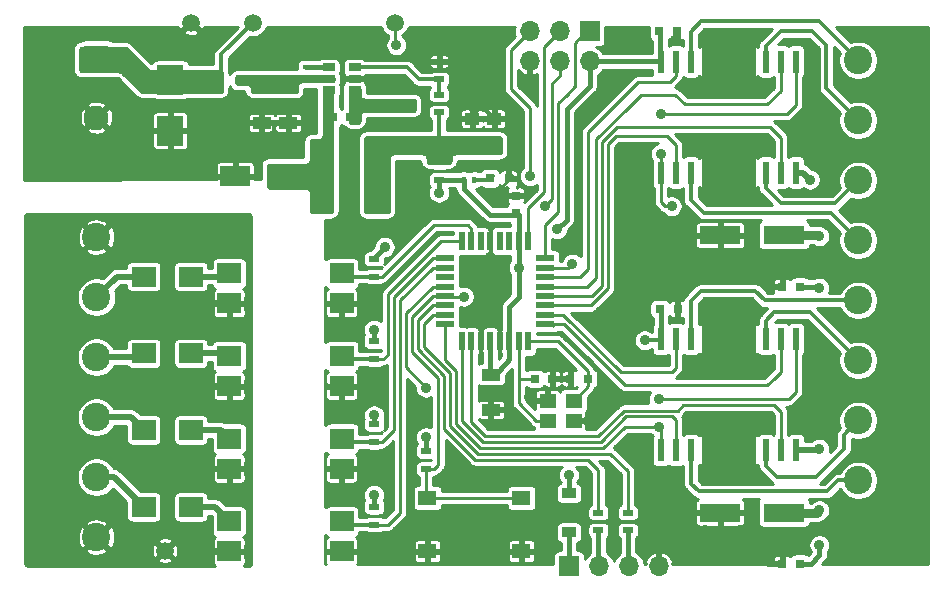
<source format=gbr>
G04 #@! TF.GenerationSoftware,KiCad,Pcbnew,(5.1.2)-2*
G04 #@! TF.CreationDate,2020-08-26T15:48:27-05:00*
G04 #@! TF.ProjectId,EDS-Relays,4544532d-5265-46c6-9179-732e6b696361,rev?*
G04 #@! TF.SameCoordinates,Original*
G04 #@! TF.FileFunction,Copper,L1,Top*
G04 #@! TF.FilePolarity,Positive*
%FSLAX46Y46*%
G04 Gerber Fmt 4.6, Leading zero omitted, Abs format (unit mm)*
G04 Created by KiCad (PCBNEW (5.1.2)-2) date 2020-08-26 15:48:27*
%MOMM*%
%LPD*%
G04 APERTURE LIST*
%ADD10R,3.500000X1.600000*%
%ADD11R,2.100000X2.100000*%
%ADD12C,2.100000*%
%ADD13R,0.750000X0.800000*%
%ADD14R,0.800000X0.750000*%
%ADD15R,1.250000X1.000000*%
%ADD16R,1.200000X0.900000*%
%ADD17R,2.300000X2.500000*%
%ADD18R,2.500000X1.800000*%
%ADD19R,0.800000X0.800000*%
%ADD20R,0.500000X0.900000*%
%ADD21R,0.900000X0.500000*%
%ADD22C,2.400000*%
%ADD23R,1.700000X1.700000*%
%ADD24O,1.700000X1.700000*%
%ADD25R,2.000000X1.700000*%
%ADD26R,0.600000X0.400000*%
%ADD27R,0.400000X0.600000*%
%ADD28R,1.550000X1.300000*%
%ADD29R,0.550000X1.600000*%
%ADD30R,1.600000X0.550000*%
%ADD31R,2.000000X1.780000*%
%ADD32R,0.600000X1.950000*%
%ADD33R,1.060000X0.650000*%
%ADD34R,1.524000X6.000000*%
%ADD35C,1.500000*%
%ADD36R,1.400000X1.200000*%
%ADD37R,1.600000X1.000000*%
%ADD38C,0.900000*%
%ADD39C,0.350000*%
%ADD40C,0.250000*%
%ADD41C,0.450000*%
%ADD42C,0.750000*%
%ADD43C,0.550000*%
%ADD44C,0.254000*%
G04 APERTURE END LIST*
D10*
X159800000Y-92500000D03*
X165200000Y-92500000D03*
D11*
X107000000Y-77460000D03*
D12*
X107000000Y-82540000D03*
D13*
X142500000Y-90650000D03*
X142500000Y-89150000D03*
D14*
X144100000Y-104650000D03*
X145600000Y-104650000D03*
X147100000Y-104650000D03*
X148600000Y-104650000D03*
X127000000Y-82500000D03*
X128500000Y-82500000D03*
X156150000Y-75250000D03*
X154650000Y-75250000D03*
X156200000Y-98750000D03*
X154700000Y-98750000D03*
D15*
X138800000Y-84650000D03*
X138800000Y-82650000D03*
X140670001Y-82650000D03*
X140670001Y-84650000D03*
D14*
X166550000Y-96850000D03*
X165050000Y-96850000D03*
X166550000Y-120300000D03*
X165050000Y-120300000D03*
D10*
X165200000Y-116000000D03*
X159800000Y-116000000D03*
D16*
X147000000Y-114350000D03*
X147000000Y-117650000D03*
D17*
X113250000Y-79350000D03*
X113250000Y-83650000D03*
D18*
X122750000Y-87500000D03*
X118750000Y-87500000D03*
D16*
X133200000Y-84750000D03*
X133200000Y-81450000D03*
D19*
X140300000Y-87700000D03*
X141900000Y-87700000D03*
D20*
X117550000Y-79400000D03*
X119050000Y-79400000D03*
D21*
X136000000Y-86300000D03*
X136000000Y-87800000D03*
D22*
X107000000Y-118070000D03*
X107000000Y-112990000D03*
X107000000Y-107910000D03*
X107000000Y-102830000D03*
X107000000Y-92670000D03*
X107000000Y-97750000D03*
D23*
X148750000Y-75250000D03*
D24*
X148750000Y-77790000D03*
X146210000Y-75250000D03*
X146210000Y-77790000D03*
X143670000Y-75250000D03*
X143670000Y-77790000D03*
D23*
X147000000Y-120500000D03*
D24*
X149540000Y-120500000D03*
X152080000Y-120500000D03*
X154620000Y-120500000D03*
D22*
X171500000Y-82780000D03*
X171500000Y-87860000D03*
X171500000Y-92940000D03*
X171500000Y-98020000D03*
X171500000Y-108180000D03*
X171500000Y-103100000D03*
X171500000Y-113260000D03*
X171500000Y-77700000D03*
D25*
X115000000Y-96000000D03*
X111000000Y-96000000D03*
X115000000Y-102500000D03*
X111000000Y-102500000D03*
X111000000Y-109000000D03*
X115000000Y-109000000D03*
X111000000Y-115500000D03*
X115000000Y-115500000D03*
D21*
X130500000Y-96000000D03*
X130500000Y-94500000D03*
X130500000Y-101500000D03*
X130500000Y-103000000D03*
X130500000Y-110000000D03*
X130500000Y-108500000D03*
X130500000Y-115500000D03*
X130500000Y-117000000D03*
X134900000Y-110800000D03*
X134900000Y-112300000D03*
X149500000Y-117500000D03*
X149500000Y-116000000D03*
X152000000Y-116000000D03*
X152000000Y-117500000D03*
D26*
X124750000Y-78250000D03*
X124750000Y-79150000D03*
D21*
X136000000Y-82100000D03*
X136000000Y-80600000D03*
X136000000Y-77800000D03*
X136000000Y-79300000D03*
D27*
X139000000Y-87800000D03*
X138100000Y-87800000D03*
D28*
X135025000Y-114750000D03*
X142975000Y-114750000D03*
X135025000Y-119250000D03*
X142975000Y-119250000D03*
D29*
X137950000Y-101500000D03*
X138750000Y-101500000D03*
X139550000Y-101500000D03*
X140350000Y-101500000D03*
X141150000Y-101500000D03*
X141950000Y-101500000D03*
X142750000Y-101500000D03*
X143550000Y-101500000D03*
D30*
X145000000Y-100050000D03*
X145000000Y-99250000D03*
X145000000Y-98450000D03*
X145000000Y-97650000D03*
X145000000Y-96850000D03*
X145000000Y-96050000D03*
X145000000Y-95250000D03*
X145000000Y-94450000D03*
D29*
X143550000Y-93000000D03*
X142750000Y-93000000D03*
X141950000Y-93000000D03*
X141150000Y-93000000D03*
X140350000Y-93000000D03*
X139550000Y-93000000D03*
X138750000Y-93000000D03*
X137950000Y-93000000D03*
D30*
X136500000Y-94450000D03*
X136500000Y-95250000D03*
X136500000Y-96050000D03*
X136500000Y-96850000D03*
X136500000Y-97650000D03*
X136500000Y-98450000D03*
X136500000Y-99250000D03*
X136500000Y-100050000D03*
D31*
X118235000Y-95730000D03*
X127765000Y-98270000D03*
X118235000Y-98270000D03*
X127765000Y-95730000D03*
X118235000Y-102730000D03*
X127765000Y-105270000D03*
X118235000Y-105270000D03*
X127765000Y-102730000D03*
X127765000Y-109730000D03*
X118235000Y-112270000D03*
X127765000Y-112270000D03*
X118235000Y-109730000D03*
X127765000Y-116730000D03*
X118235000Y-119270000D03*
X127765000Y-119270000D03*
X118235000Y-116730000D03*
D32*
X154785000Y-101300000D03*
X156055000Y-101300000D03*
X157325000Y-101300000D03*
X158595000Y-101300000D03*
X159865000Y-101300000D03*
X161135000Y-101300000D03*
X162405000Y-101300000D03*
X163675000Y-101300000D03*
X164945000Y-101300000D03*
X166215000Y-101300000D03*
X166215000Y-110700000D03*
X164945000Y-110700000D03*
X163675000Y-110700000D03*
X162405000Y-110700000D03*
X161135000Y-110700000D03*
X159865000Y-110700000D03*
X158595000Y-110700000D03*
X157325000Y-110700000D03*
X156055000Y-110700000D03*
X154785000Y-110700000D03*
X154785000Y-87200000D03*
X156055000Y-87200000D03*
X157325000Y-87200000D03*
X158595000Y-87200000D03*
X159865000Y-87200000D03*
X161135000Y-87200000D03*
X162405000Y-87200000D03*
X163675000Y-87200000D03*
X164945000Y-87200000D03*
X166215000Y-87200000D03*
X166215000Y-77800000D03*
X164945000Y-77800000D03*
X163675000Y-77800000D03*
X162405000Y-77800000D03*
X161135000Y-77800000D03*
X159865000Y-77800000D03*
X158595000Y-77800000D03*
X157325000Y-77800000D03*
X156055000Y-77800000D03*
X154785000Y-77800000D03*
D33*
X128850000Y-80200000D03*
X128850000Y-79250000D03*
X128850000Y-78300000D03*
X126650000Y-78300000D03*
X126650000Y-80200000D03*
X126650000Y-79250000D03*
D34*
X125825000Y-87500000D03*
X130675000Y-87500000D03*
D35*
X120250000Y-74500000D03*
X132250000Y-74500000D03*
X115000000Y-74500000D03*
D36*
X145200000Y-108200000D03*
X147400000Y-108200000D03*
X147400000Y-106500000D03*
X145200000Y-106500000D03*
D37*
X140400000Y-104300000D03*
X140400000Y-107300000D03*
X121000000Y-83000000D03*
X121000000Y-80000000D03*
X123250000Y-80000000D03*
X123250000Y-83000000D03*
D35*
X112800000Y-119200000D03*
D38*
X113250000Y-86500000D03*
X129500000Y-112500000D03*
X129500000Y-119500000D03*
X129500000Y-105500000D03*
X129500000Y-98500000D03*
X118000000Y-85500000D03*
X122000000Y-84000000D03*
X116000000Y-84000000D03*
X131000000Y-79500000D03*
X136000000Y-77000000D03*
X139600000Y-81600000D03*
X143600000Y-106200000D03*
X146200000Y-103600000D03*
X148600000Y-108200000D03*
X157200000Y-92500000D03*
X116200000Y-76600000D03*
X103000000Y-86500000D03*
X103000000Y-83000000D03*
X103000000Y-80000000D03*
X103000000Y-76000000D03*
X118000000Y-84000000D03*
X133000000Y-119400000D03*
X157000000Y-116000000D03*
X154000000Y-114000000D03*
X139000000Y-119500000D03*
X137500000Y-90000000D03*
X129000000Y-92500000D03*
X133500000Y-88000000D03*
X139500000Y-77000000D03*
X158500000Y-94000000D03*
X160000000Y-94000000D03*
X161500000Y-94000000D03*
X160000000Y-117500000D03*
X158500000Y-117500000D03*
X161500000Y-117500000D03*
X156000000Y-76000000D03*
X158600000Y-85800000D03*
X159800000Y-85800000D03*
X161200000Y-85800000D03*
X162400000Y-85800000D03*
X158600000Y-84800000D03*
X159800000Y-84800000D03*
X161200000Y-84800000D03*
X162400000Y-84800000D03*
X162400000Y-79200000D03*
X161200000Y-79200000D03*
X159800000Y-79200000D03*
X158600000Y-79200000D03*
X158600000Y-80200000D03*
X159800000Y-80200000D03*
X161200000Y-80200000D03*
X161200000Y-80200000D03*
X162400000Y-80200000D03*
X158600000Y-88800000D03*
X159800000Y-88800000D03*
X161200000Y-88800000D03*
X162400000Y-88800000D03*
X158600000Y-76200000D03*
X159800000Y-76200000D03*
X161200000Y-76200000D03*
X162400000Y-76200000D03*
X158600000Y-102800000D03*
X159800000Y-102800000D03*
X161200000Y-102800000D03*
X162400000Y-102800000D03*
X158600000Y-103800000D03*
X159800000Y-103800000D03*
X161200000Y-103800000D03*
X162400000Y-103800000D03*
X162400000Y-109200000D03*
X161200000Y-109200000D03*
X159800000Y-109200000D03*
X158600000Y-109200000D03*
X158600000Y-108200000D03*
X159800000Y-108200000D03*
X161200000Y-108200000D03*
X162400000Y-108200000D03*
X158600000Y-99800000D03*
X159800000Y-99800000D03*
X161200000Y-99800000D03*
X162400000Y-99800000D03*
X158600000Y-112200000D03*
X159800000Y-112200000D03*
X161200000Y-112200000D03*
X162400000Y-112200000D03*
X163900000Y-96850000D03*
X163900000Y-120200000D03*
X151800000Y-76000000D03*
X151800000Y-79200000D03*
X150400000Y-80400000D03*
X152400000Y-90000000D03*
X152400000Y-94000000D03*
X152400000Y-98600000D03*
X154800000Y-92000000D03*
X154800000Y-96400000D03*
X154600000Y-118600000D03*
X175400000Y-77800000D03*
X175400000Y-82800000D03*
X175400000Y-88400000D03*
X175400000Y-93200000D03*
X175400000Y-98600000D03*
X175400000Y-103400000D03*
X175400000Y-108600000D03*
X175400000Y-114200000D03*
X139550000Y-99950000D03*
X140350000Y-94350000D03*
X139050000Y-95450000D03*
X138250000Y-96350000D03*
X140300000Y-98650000D03*
X141900000Y-107300000D03*
X142500000Y-82800000D03*
X140700000Y-89100000D03*
X168200000Y-115800000D03*
X168200000Y-92600000D03*
X167400000Y-87800000D03*
X168200000Y-110600000D03*
X168200000Y-96950000D03*
X168200000Y-118750000D03*
X103000000Y-93000000D03*
X116250000Y-119250000D03*
X116250000Y-112250000D03*
X116250000Y-105250000D03*
X116250000Y-98250000D03*
X103000000Y-98000000D03*
X103000000Y-104000000D03*
X103000000Y-109000000D03*
X103000000Y-114000000D03*
X103000000Y-119000000D03*
X112000000Y-93000000D03*
X117000000Y-93000000D03*
X112000000Y-99000000D03*
X112000000Y-105000000D03*
X112000000Y-112000000D03*
X110000000Y-118000000D03*
X147300000Y-94900000D03*
X145000000Y-90000000D03*
X138100000Y-97700000D03*
X143700000Y-87500000D03*
X134900000Y-105400000D03*
X154800000Y-85600000D03*
X154800000Y-82250000D03*
X155700000Y-90050000D03*
X154600000Y-106400000D03*
X154600000Y-108700000D03*
X136000000Y-88900000D03*
X130500000Y-114500000D03*
X130500000Y-107750000D03*
X130500000Y-100500000D03*
X146000000Y-92000000D03*
X142750000Y-95250000D03*
X153400000Y-101400000D03*
X132400000Y-76400000D03*
X134900000Y-109600000D03*
X147000000Y-112800000D03*
X131400000Y-93500000D03*
D39*
X141150000Y-99900000D02*
X141150000Y-101500000D01*
X139550000Y-101500000D02*
X139550000Y-99950000D01*
X127765000Y-112270000D02*
X129270000Y-112270000D01*
X129270000Y-112270000D02*
X129500000Y-112500000D01*
X127765000Y-119270000D02*
X129270000Y-119270000D01*
X129270000Y-119270000D02*
X129500000Y-119500000D01*
X127765000Y-105270000D02*
X129270000Y-105270000D01*
X129270000Y-105270000D02*
X129500000Y-105500000D01*
X127765000Y-98270000D02*
X129270000Y-98270000D01*
X129270000Y-98270000D02*
X129500000Y-98500000D01*
X118750000Y-87500000D02*
X118750000Y-86250000D01*
X118750000Y-86250000D02*
X118000000Y-85500000D01*
X122000000Y-83000000D02*
X122000000Y-84000000D01*
X122000000Y-83000000D02*
X121000000Y-83000000D01*
X123250000Y-83000000D02*
X122000000Y-83000000D01*
X113250000Y-83650000D02*
X115650000Y-83650000D01*
X115650000Y-83650000D02*
X116000000Y-84000000D01*
X128850000Y-79250000D02*
X130750000Y-79250000D01*
X130750000Y-79250000D02*
X131000000Y-79500000D01*
X136000000Y-77800000D02*
X136000000Y-77000000D01*
X138800000Y-82650000D02*
X138800000Y-82400000D01*
X138800000Y-82400000D02*
X139600000Y-81600000D01*
X140650000Y-82650000D02*
X139600000Y-81600000D01*
X140670001Y-82650000D02*
X140650000Y-82650000D01*
D40*
X145200000Y-106500000D02*
X143900000Y-106500000D01*
X143900000Y-106500000D02*
X143600000Y-106200000D01*
X146350000Y-103750000D02*
X146200000Y-103600000D01*
X146350000Y-104650000D02*
X146350000Y-103750000D01*
X146350000Y-104650000D02*
X147100000Y-104650000D01*
X145600000Y-104650000D02*
X146350000Y-104650000D01*
X147400000Y-108200000D02*
X148600000Y-108200000D01*
X142975000Y-119250000D02*
X139250000Y-119250000D01*
X139250000Y-119250000D02*
X139100000Y-119400000D01*
X147300000Y-108200000D02*
X147400000Y-108200000D01*
X145200000Y-106500000D02*
X145600000Y-106500000D01*
X140350000Y-93000000D02*
X140350000Y-94250000D01*
X140350000Y-94250000D02*
X140300000Y-94300000D01*
D41*
X159800000Y-116000000D02*
X157200000Y-116000000D01*
X159800000Y-92500000D02*
X157200000Y-92500000D01*
D40*
X115000000Y-74500000D02*
X116200000Y-75700000D01*
X116200000Y-75700000D02*
X116200000Y-76600000D01*
X156250000Y-75250000D02*
X156250000Y-75750000D01*
X156250000Y-75750000D02*
X156000000Y-76000000D01*
D41*
X165050000Y-96850000D02*
X163900000Y-96850000D01*
X165050000Y-120300000D02*
X164000000Y-120300000D01*
X164000000Y-120300000D02*
X163900000Y-120200000D01*
D40*
X141150000Y-99500000D02*
X140300000Y-98650000D01*
X141150000Y-99900000D02*
X141150000Y-99500000D01*
X140400000Y-107300000D02*
X141900000Y-107300000D01*
X142200000Y-87400000D02*
X142200000Y-87500000D01*
X140700000Y-89100000D02*
X142200000Y-87400000D01*
X142750000Y-102550000D02*
X142750000Y-101500000D01*
X145200000Y-108200000D02*
X144250000Y-108200000D01*
X144250000Y-108200000D02*
X142750000Y-106700000D01*
X142850000Y-104650000D02*
X142750000Y-104550000D01*
X144100000Y-104650000D02*
X142850000Y-104650000D01*
X142750000Y-106700000D02*
X142750000Y-104550000D01*
X142750000Y-104550000D02*
X142750000Y-102550000D01*
X148600000Y-104025000D02*
X148600000Y-104650000D01*
X143550000Y-101500000D02*
X146075000Y-101500000D01*
X146075000Y-101500000D02*
X148600000Y-104025000D01*
X148600000Y-105300000D02*
X147400000Y-106500000D01*
X148600000Y-104650000D02*
X148600000Y-105300000D01*
D39*
X136000000Y-82100000D02*
X136000000Y-86300000D01*
X117550000Y-77200000D02*
X120250000Y-74500000D01*
X117550000Y-79400000D02*
X117550000Y-77200000D01*
D42*
X168000000Y-116000000D02*
X168200000Y-115800000D01*
X165200000Y-116000000D02*
X168000000Y-116000000D01*
X168100000Y-92500000D02*
X168200000Y-92600000D01*
X165200000Y-92500000D02*
X168100000Y-92500000D01*
D43*
X166800000Y-87200000D02*
X167400000Y-87800000D01*
X166215000Y-87200000D02*
X166800000Y-87200000D01*
X168100000Y-110700000D02*
X168200000Y-110600000D01*
X166215000Y-110700000D02*
X168100000Y-110700000D01*
D41*
X166550000Y-96850000D02*
X168100000Y-96850000D01*
X168100000Y-96850000D02*
X168200000Y-96950000D01*
X166550000Y-120300000D02*
X166650000Y-120300000D01*
X168200000Y-118750000D02*
X168200000Y-119600000D01*
X167500000Y-120300000D02*
X166550000Y-120300000D01*
X168200000Y-119600000D02*
X167500000Y-120300000D01*
X147000000Y-120500000D02*
X147000000Y-117650000D01*
D39*
X140300000Y-87800000D02*
X140600000Y-87500000D01*
X139000000Y-87800000D02*
X140300000Y-87800000D01*
D43*
X118235000Y-119270000D02*
X116270000Y-119270000D01*
X116270000Y-119270000D02*
X116250000Y-119250000D01*
X118235000Y-112270000D02*
X116270000Y-112270000D01*
X116270000Y-112270000D02*
X116250000Y-112250000D01*
X116685000Y-105270000D02*
X116665000Y-105250000D01*
X118235000Y-105270000D02*
X116685000Y-105270000D01*
X116665000Y-105250000D02*
X116250000Y-105250000D01*
X118235000Y-98270000D02*
X116270000Y-98270000D01*
X116270000Y-98270000D02*
X116250000Y-98250000D01*
X108490000Y-112990000D02*
X111000000Y-115500000D01*
X107000000Y-112990000D02*
X108490000Y-112990000D01*
X109910000Y-107910000D02*
X111000000Y-109000000D01*
X107000000Y-107910000D02*
X109910000Y-107910000D01*
X110670000Y-102830000D02*
X111000000Y-102500000D01*
X107000000Y-102830000D02*
X110670000Y-102830000D01*
X108750000Y-96000000D02*
X107000000Y-97750000D01*
X111000000Y-96000000D02*
X108750000Y-96000000D01*
D40*
X148450000Y-75250000D02*
X148750000Y-75250000D01*
X147500000Y-76200000D02*
X148450000Y-75250000D01*
X145000000Y-94450000D02*
X145000000Y-93925000D01*
X147500000Y-79100000D02*
X147500000Y-76200000D01*
X147500000Y-79900000D02*
X146800000Y-80600000D01*
X147500000Y-79100000D02*
X147500000Y-79900000D01*
X145000000Y-94450000D02*
X145000000Y-91600000D01*
X146100001Y-81299999D02*
X146800000Y-80600000D01*
X145000000Y-91600000D02*
X146100001Y-90499999D01*
X146100001Y-90499999D02*
X146100001Y-81299999D01*
X144924990Y-76535010D02*
X146210000Y-75250000D01*
X143550000Y-90228998D02*
X143550000Y-92050000D01*
X144895001Y-88883997D02*
X143550000Y-90228998D01*
X144895001Y-76564999D02*
X144895001Y-88883997D01*
X146210000Y-75250000D02*
X144895001Y-76564999D01*
X143550000Y-93000000D02*
X143550000Y-92050000D01*
X146210000Y-78992081D02*
X146200000Y-79002081D01*
X145050000Y-95200000D02*
X145000000Y-95250000D01*
X146210000Y-78992081D02*
X146210000Y-77790000D01*
X146950000Y-95250000D02*
X147300000Y-94900000D01*
X145000000Y-95250000D02*
X146950000Y-95250000D01*
X145599991Y-89400009D02*
X145000000Y-90000000D01*
X146210000Y-78992081D02*
X145599991Y-79602090D01*
X145599991Y-79602090D02*
X145599991Y-89400009D01*
X134900000Y-114750000D02*
X135025000Y-114750000D01*
X135025000Y-114750000D02*
X142975000Y-114750000D01*
X142800000Y-114575000D02*
X142975000Y-114750000D01*
X134900000Y-114625000D02*
X135025000Y-114750000D01*
X134900000Y-112300000D02*
X134900000Y-114625000D01*
X136550000Y-97700000D02*
X136500000Y-97650000D01*
X138100000Y-97700000D02*
X136550000Y-97700000D01*
X134700000Y-112300000D02*
X134900000Y-112300000D01*
X136500000Y-97650000D02*
X135450000Y-97650000D01*
X135450000Y-97650000D02*
X133695991Y-99404009D01*
X133695991Y-99404009D02*
X133695991Y-102367361D01*
X133695991Y-102367361D02*
X135949960Y-104621330D01*
X135949960Y-104621330D02*
X135949960Y-111950040D01*
X135600000Y-112300000D02*
X134900000Y-112300000D01*
X135949960Y-111950040D02*
X135600000Y-112300000D01*
X142100000Y-76820000D02*
X143670000Y-75250000D01*
X142100000Y-80100000D02*
X142100000Y-76820000D01*
X143700000Y-81700000D02*
X142100000Y-80100000D01*
X143700000Y-87500000D02*
X143700000Y-81700000D01*
D41*
X149500000Y-120460000D02*
X149540000Y-120500000D01*
X149500000Y-117500000D02*
X149500000Y-120460000D01*
X152000000Y-120420000D02*
X152080000Y-120500000D01*
X152000000Y-117500000D02*
X152000000Y-120420000D01*
D39*
X163675000Y-76475000D02*
X164950000Y-75200000D01*
X163675000Y-77800000D02*
X163675000Y-76475000D01*
X164950000Y-75200000D02*
X167600000Y-75200000D01*
X167600000Y-75200000D02*
X168800000Y-76400000D01*
X168800000Y-80080000D02*
X171500000Y-82780000D01*
X168800000Y-76400000D02*
X168800000Y-80080000D01*
X163675000Y-88525000D02*
X164950000Y-89800000D01*
X163675000Y-87200000D02*
X163675000Y-88525000D01*
X169560000Y-89800000D02*
X171500000Y-87860000D01*
X164950000Y-89800000D02*
X169560000Y-89800000D01*
X157325000Y-87200000D02*
X157325000Y-89525000D01*
X157325000Y-89525000D02*
X158400000Y-90600000D01*
X169160000Y-90600000D02*
X171500000Y-92940000D01*
X158400000Y-90600000D02*
X169160000Y-90600000D01*
X157325000Y-99675000D02*
X157325000Y-101300000D01*
X157325000Y-101300000D02*
X157325000Y-99975000D01*
X163580000Y-98020000D02*
X171500000Y-98020000D01*
X162760000Y-97200000D02*
X163580000Y-98020000D01*
X158200000Y-97200000D02*
X162760000Y-97200000D01*
X157325000Y-101300000D02*
X157325000Y-98075000D01*
X157325000Y-98075000D02*
X158200000Y-97200000D01*
X163675000Y-112025000D02*
X164600000Y-112950000D01*
X163675000Y-110700000D02*
X163675000Y-112025000D01*
X164600000Y-112950000D02*
X167950000Y-112950000D01*
X170300001Y-110599999D02*
X167950000Y-112950000D01*
X171500000Y-108180000D02*
X170300001Y-109379999D01*
X170300001Y-109379999D02*
X170300001Y-110599999D01*
X171500000Y-103100000D02*
X167400000Y-99000000D01*
X167400000Y-99000000D02*
X164400000Y-99000000D01*
X163675000Y-99725000D02*
X163675000Y-101300000D01*
X164400000Y-99000000D02*
X163675000Y-99725000D01*
X157325000Y-110700000D02*
X157325000Y-112025000D01*
X169802944Y-113260000D02*
X171500000Y-113260000D01*
X168862944Y-114200000D02*
X169802944Y-113260000D01*
X160000000Y-114200000D02*
X158000000Y-114200000D01*
X160000000Y-114200000D02*
X168862944Y-114200000D01*
X159500000Y-114200000D02*
X160000000Y-114200000D01*
X157325000Y-113525000D02*
X157325000Y-110700000D01*
X158000000Y-114200000D02*
X157325000Y-113525000D01*
X171500000Y-77700000D02*
X168200000Y-74400000D01*
X168200000Y-74400000D02*
X159000000Y-74400000D01*
X157325000Y-76325000D02*
X157325000Y-75275000D01*
X157325000Y-76325000D02*
X157325000Y-77800000D01*
X157325000Y-76075000D02*
X157325000Y-76325000D01*
X158200000Y-74400000D02*
X159000000Y-74400000D01*
X157325000Y-75275000D02*
X158200000Y-74400000D01*
D43*
X117965000Y-96000000D02*
X118235000Y-95730000D01*
X115000000Y-96000000D02*
X117965000Y-96000000D01*
X118005000Y-102500000D02*
X118235000Y-102730000D01*
X115000000Y-102500000D02*
X118005000Y-102500000D01*
X117505000Y-109000000D02*
X118235000Y-109730000D01*
X115000000Y-109000000D02*
X117505000Y-109000000D01*
X117005000Y-115500000D02*
X118235000Y-116730000D01*
X115000000Y-115500000D02*
X117005000Y-115500000D01*
D39*
X128035000Y-96000000D02*
X127765000Y-95730000D01*
X130500000Y-96000000D02*
X128035000Y-96000000D01*
D40*
X135586410Y-91613590D02*
X137013590Y-91613590D01*
X130500000Y-96000000D02*
X131200000Y-96000000D01*
X131200000Y-96000000D02*
X135586410Y-91613590D01*
X135586410Y-91613590D02*
X138413590Y-91613590D01*
X138750000Y-91950000D02*
X138413590Y-91613590D01*
X138750000Y-93000000D02*
X138750000Y-91950000D01*
D39*
X128035000Y-103000000D02*
X127765000Y-102730000D01*
X130500000Y-103000000D02*
X128035000Y-103000000D01*
D40*
X136263590Y-93000000D02*
X137950000Y-93000000D01*
X137300000Y-93000000D02*
X137950000Y-93000000D01*
X136192880Y-93000000D02*
X137300000Y-93000000D01*
X131695951Y-97496929D02*
X136192880Y-93000000D01*
X131695951Y-102604049D02*
X131695951Y-97496929D01*
X131300000Y-103000000D02*
X131695951Y-102604049D01*
X130500000Y-103000000D02*
X131300000Y-103000000D01*
D39*
X128035000Y-110000000D02*
X127765000Y-109730000D01*
X130500000Y-110000000D02*
X128035000Y-110000000D01*
D40*
X135450000Y-94450000D02*
X136500000Y-94450000D01*
X132195961Y-97704039D02*
X135450000Y-94450000D01*
X132195961Y-109004039D02*
X132195961Y-97704039D01*
X131200000Y-110000000D02*
X132195961Y-109004039D01*
X130500000Y-110000000D02*
X131200000Y-110000000D01*
D39*
X128035000Y-117000000D02*
X127765000Y-116730000D01*
X130500000Y-117000000D02*
X128035000Y-117000000D01*
D40*
X135450000Y-95250000D02*
X132695971Y-98004029D01*
X136500000Y-95250000D02*
X135450000Y-95250000D01*
X131691942Y-117000000D02*
X132695971Y-115995971D01*
X130500000Y-117000000D02*
X131691942Y-117000000D01*
X132695971Y-98004029D02*
X132695971Y-115995971D01*
X148600000Y-111500040D02*
X149500000Y-112400040D01*
X139071560Y-111500040D02*
X148600000Y-111500040D01*
X136500000Y-98450000D02*
X135450000Y-98450000D01*
X135450000Y-98450000D02*
X134196001Y-99703999D01*
X149500000Y-112400040D02*
X149500000Y-116000000D01*
X134196001Y-99703999D02*
X134196001Y-102160251D01*
X134196001Y-102160251D02*
X136449970Y-104414220D01*
X136449970Y-104414220D02*
X136449970Y-108878450D01*
X136449970Y-108878450D02*
X139071560Y-111500040D01*
X152000000Y-116000000D02*
X152000000Y-115500000D01*
X152000000Y-112500000D02*
X152000000Y-116000000D01*
X150121332Y-111000028D02*
X150500028Y-111000028D01*
X150121330Y-111000030D02*
X150121332Y-111000028D01*
X139278670Y-111000030D02*
X150121330Y-111000030D01*
X135450000Y-99250000D02*
X134700000Y-100000000D01*
X150500028Y-111000028D02*
X152000000Y-112500000D01*
X136500000Y-99250000D02*
X135450000Y-99250000D01*
X134700000Y-100000000D02*
X134700000Y-101957130D01*
X134700000Y-101957130D02*
X136949980Y-104207110D01*
X136949980Y-104207110D02*
X136949980Y-108671340D01*
X136949980Y-108671340D02*
X139278670Y-111000030D01*
D39*
X136000000Y-80600000D02*
X136000000Y-79300000D01*
X128850000Y-78300000D02*
X133300000Y-78300000D01*
X134300000Y-79300000D02*
X136000000Y-79300000D01*
X133300000Y-78300000D02*
X134300000Y-79300000D01*
D40*
X137950000Y-101500000D02*
X137950000Y-102025000D01*
X156055000Y-108155000D02*
X156055000Y-110700000D01*
X137950000Y-108257120D02*
X139692890Y-110000010D01*
X137950000Y-101500000D02*
X137950000Y-108257120D01*
X139692890Y-110000010D02*
X149707110Y-110000010D01*
X149707110Y-110000010D02*
X151857109Y-107850011D01*
X151857109Y-107850011D02*
X155750011Y-107850011D01*
X155750011Y-107850011D02*
X156055000Y-108155000D01*
X138750000Y-101500000D02*
X138750000Y-102550000D01*
X164945000Y-110700000D02*
X164945000Y-107445000D01*
X164945000Y-107445000D02*
X164400010Y-106900010D01*
X156699990Y-106900010D02*
X156249999Y-107350001D01*
X164400010Y-106900010D02*
X156699990Y-106900010D01*
X154149999Y-107350001D02*
X153413589Y-107350001D01*
X156249999Y-107350001D02*
X154149999Y-107350001D01*
X139900000Y-109500000D02*
X138750000Y-108350000D01*
X149500000Y-109500000D02*
X139900000Y-109500000D01*
X151649999Y-107350001D02*
X149500000Y-109500000D01*
X154149999Y-107350001D02*
X151649999Y-107350001D01*
X138750000Y-101500000D02*
X138750000Y-108350000D01*
X145525000Y-100050000D02*
X145675000Y-100200000D01*
X145000000Y-100050000D02*
X145525000Y-100050000D01*
X164945000Y-104055000D02*
X164945000Y-101300000D01*
X150981795Y-104418205D02*
X151213599Y-104650009D01*
X150981795Y-104418205D02*
X151213600Y-104650010D01*
X164349990Y-104650010D02*
X164600000Y-104400000D01*
X164600000Y-104400000D02*
X164945000Y-104055000D01*
X151763590Y-105200000D02*
X150781795Y-104218205D01*
X146613590Y-100050000D02*
X150781795Y-104218205D01*
X150781795Y-104218205D02*
X150981795Y-104418205D01*
X163800000Y-105200000D02*
X164600000Y-104400000D01*
X151763590Y-105200000D02*
X163800000Y-105200000D01*
X146613590Y-100050000D02*
X151763590Y-105200000D01*
X145000000Y-100050000D02*
X146613590Y-100050000D01*
X156055000Y-103745000D02*
X156055000Y-101300000D01*
X155700000Y-104100000D02*
X156055000Y-103745000D01*
X151370710Y-104100000D02*
X155700000Y-104100000D01*
X145000000Y-99250000D02*
X146520710Y-99250000D01*
X146520710Y-99250000D02*
X151370710Y-104100000D01*
X156055000Y-84855000D02*
X156055000Y-87200000D01*
X145000000Y-98450000D02*
X148850000Y-98450000D01*
X148850000Y-98450000D02*
X150300000Y-97000000D01*
X150300000Y-97000000D02*
X150300000Y-84800000D01*
X150300000Y-84800000D02*
X151000000Y-84100000D01*
X151000000Y-84100000D02*
X155300000Y-84100000D01*
X155300000Y-84100000D02*
X156055000Y-84855000D01*
X164945000Y-84255000D02*
X164945000Y-87200000D01*
X145000000Y-97650000D02*
X148942880Y-97650000D01*
X148942880Y-97650000D02*
X149799990Y-96792890D01*
X149799990Y-96792890D02*
X149799990Y-84592890D01*
X149799990Y-84592890D02*
X151042890Y-83349990D01*
X151042890Y-83349990D02*
X164039990Y-83349990D01*
X164039990Y-83349990D02*
X164945000Y-84255000D01*
X145000000Y-96850000D02*
X148549980Y-96850000D01*
X148549980Y-96850000D02*
X149299980Y-96100000D01*
X149299980Y-96100000D02*
X149299980Y-84385780D01*
X164945000Y-80255000D02*
X163775000Y-81425000D01*
X164945000Y-77800000D02*
X164945000Y-80255000D01*
X151992880Y-81692880D02*
X152007120Y-81692880D01*
X149299980Y-84385780D02*
X151992880Y-81692880D01*
X152007120Y-81692880D02*
X153100000Y-80600000D01*
X156000000Y-80600000D02*
X156825000Y-81425000D01*
X153100000Y-80600000D02*
X156000000Y-80600000D01*
X156825000Y-81425000D02*
X163775000Y-81425000D01*
X145000000Y-96050000D02*
X147950000Y-96050000D01*
X147950000Y-96050000D02*
X148600000Y-95400000D01*
X148600000Y-95400000D02*
X148600000Y-83800000D01*
X156055000Y-79025000D02*
X155530000Y-79550000D01*
X156055000Y-77800000D02*
X156055000Y-79025000D01*
X152850000Y-79550000D02*
X150725000Y-81675000D01*
X155530000Y-79550000D02*
X152850000Y-79550000D01*
X148600000Y-83800000D02*
X150725000Y-81675000D01*
X150725000Y-81675000D02*
X151000000Y-81400000D01*
X133195981Y-99104019D02*
X133195981Y-99196899D01*
X136500000Y-96850000D02*
X135450000Y-96850000D01*
X135450000Y-96850000D02*
X133195981Y-99104019D01*
X133195981Y-99196899D02*
X133195981Y-103695981D01*
X133195981Y-103695981D02*
X134900000Y-105400000D01*
X166215000Y-102525000D02*
X166215000Y-101300000D01*
X166215000Y-105785000D02*
X166215000Y-101300000D01*
X154800000Y-87185000D02*
X154785000Y-87200000D01*
X154800000Y-85600000D02*
X154800000Y-87185000D01*
X154785000Y-88425000D02*
X154785000Y-87200000D01*
X154785000Y-89700685D02*
X154785000Y-88425000D01*
X155134315Y-90050000D02*
X154785000Y-89700685D01*
X155700000Y-90050000D02*
X155134315Y-90050000D01*
X154600000Y-106400000D02*
X155024264Y-106400000D01*
X165600000Y-106400000D02*
X165837500Y-106162500D01*
X165700000Y-106300000D02*
X165837500Y-106162500D01*
X165837500Y-106162500D02*
X166215000Y-105785000D01*
X154600000Y-106400000D02*
X165600000Y-106400000D01*
X154785000Y-108885000D02*
X154600000Y-108700000D01*
X154785000Y-110700000D02*
X154785000Y-108885000D01*
X151714240Y-108700000D02*
X154600000Y-108700000D01*
X136500000Y-100050000D02*
X136500000Y-103050010D01*
X136500000Y-103050010D02*
X137449990Y-104000000D01*
X137449990Y-104000000D02*
X137449990Y-108464230D01*
X137449990Y-108464230D02*
X139485780Y-110500020D01*
X139485780Y-110500020D02*
X149914220Y-110500020D01*
X149914220Y-110500020D02*
X151714240Y-108700000D01*
X154800000Y-82250000D02*
X165450000Y-82250000D01*
X166215000Y-81485000D02*
X166215000Y-77800000D01*
X165450000Y-82250000D02*
X166215000Y-81485000D01*
D41*
X142750000Y-93000000D02*
X142750000Y-90750000D01*
X140350000Y-104250000D02*
X140400000Y-104300000D01*
X140350000Y-101500000D02*
X140350000Y-104250000D01*
X141950000Y-98550000D02*
X141950000Y-101500000D01*
X142750000Y-97750000D02*
X141950000Y-98550000D01*
X140700000Y-104300000D02*
X140400000Y-104300000D01*
X141750000Y-103250000D02*
X140700000Y-104300000D01*
X141950000Y-101500000D02*
X141950000Y-102950000D01*
X141950000Y-102950000D02*
X141750000Y-103250000D01*
X136900000Y-87800000D02*
X137800000Y-87800000D01*
X136000000Y-87800000D02*
X136900000Y-87800000D01*
D39*
X136000000Y-87800000D02*
X137800000Y-87800000D01*
X137800000Y-87800000D02*
X138100000Y-87800000D01*
D41*
X138100000Y-88550000D02*
X138100000Y-87800000D01*
X142750000Y-90750000D02*
X140300000Y-90750000D01*
X140300000Y-90750000D02*
X138100000Y-88550000D01*
X130700000Y-94500000D02*
X130500000Y-94500000D01*
X136000000Y-87800000D02*
X136000000Y-88900000D01*
X130500000Y-115500000D02*
X130500000Y-114500000D01*
X130500000Y-108500000D02*
X130500000Y-107750000D01*
X130500000Y-101500000D02*
X130500000Y-100500000D01*
X134900000Y-110800000D02*
X135100000Y-110800000D01*
X154775000Y-77790000D02*
X154785000Y-77800000D01*
X148750000Y-77790000D02*
X154775000Y-77790000D01*
X154750000Y-77765000D02*
X154785000Y-77800000D01*
X154750000Y-75250000D02*
X154750000Y-77765000D01*
X154785000Y-98785000D02*
X154750000Y-98750000D01*
X154785000Y-101300000D02*
X154785000Y-98785000D01*
X148750000Y-77790000D02*
X148750000Y-79850000D01*
X148750000Y-79850000D02*
X146800000Y-81800000D01*
X146800000Y-81800000D02*
X146800000Y-91200000D01*
X146800000Y-91200000D02*
X146000000Y-92000000D01*
X142750000Y-93000000D02*
X142750000Y-95250000D01*
X142750000Y-95250000D02*
X142750000Y-97750000D01*
D39*
X154685000Y-101400000D02*
X154785000Y-101300000D01*
X153400000Y-101400000D02*
X154685000Y-101400000D01*
D40*
X132250000Y-74500000D02*
X132250000Y-76250000D01*
X132250000Y-76250000D02*
X132400000Y-76400000D01*
D41*
X134900000Y-109600000D02*
X134900000Y-110800000D01*
X147000000Y-114350000D02*
X147000000Y-113450000D01*
X147000000Y-114350000D02*
X147000000Y-112800000D01*
X130500000Y-94400000D02*
X130500000Y-94500000D01*
X131400000Y-93500000D02*
X130500000Y-94400000D01*
X126600000Y-78250000D02*
X126650000Y-78300000D01*
X124750000Y-78250000D02*
X126600000Y-78250000D01*
D44*
G36*
X109442565Y-76638662D02*
G01*
X109492263Y-76671869D01*
X111336974Y-78516580D01*
X111356220Y-78532374D01*
X111437326Y-78586567D01*
X111459283Y-78598303D01*
X111483106Y-78605530D01*
X111578776Y-78624560D01*
X111603553Y-78627000D01*
X117487491Y-78627000D01*
X117546119Y-78638662D01*
X117585215Y-78664785D01*
X117611338Y-78703881D01*
X117623000Y-78762509D01*
X117623000Y-80237491D01*
X117611338Y-80296119D01*
X117585215Y-80335215D01*
X117546119Y-80361338D01*
X117487491Y-80373000D01*
X110866063Y-80373000D01*
X110807435Y-80361338D01*
X110757737Y-80328131D01*
X109163026Y-78733420D01*
X109143780Y-78717626D01*
X109062674Y-78663433D01*
X109040717Y-78651697D01*
X109016894Y-78644470D01*
X108921224Y-78625440D01*
X108896447Y-78623000D01*
X105762509Y-78623000D01*
X105703881Y-78611338D01*
X105664785Y-78585215D01*
X105638662Y-78546119D01*
X105627000Y-78487491D01*
X105627000Y-76762509D01*
X105638662Y-76703881D01*
X105664785Y-76664785D01*
X105703881Y-76638662D01*
X105762509Y-76627000D01*
X109383937Y-76627000D01*
X109442565Y-76638662D01*
X109442565Y-76638662D01*
G37*
X109442565Y-76638662D02*
X109492263Y-76671869D01*
X111336974Y-78516580D01*
X111356220Y-78532374D01*
X111437326Y-78586567D01*
X111459283Y-78598303D01*
X111483106Y-78605530D01*
X111578776Y-78624560D01*
X111603553Y-78627000D01*
X117487491Y-78627000D01*
X117546119Y-78638662D01*
X117585215Y-78664785D01*
X117611338Y-78703881D01*
X117623000Y-78762509D01*
X117623000Y-80237491D01*
X117611338Y-80296119D01*
X117585215Y-80335215D01*
X117546119Y-80361338D01*
X117487491Y-80373000D01*
X110866063Y-80373000D01*
X110807435Y-80361338D01*
X110757737Y-80328131D01*
X109163026Y-78733420D01*
X109143780Y-78717626D01*
X109062674Y-78663433D01*
X109040717Y-78651697D01*
X109016894Y-78644470D01*
X108921224Y-78625440D01*
X108896447Y-78623000D01*
X105762509Y-78623000D01*
X105703881Y-78611338D01*
X105664785Y-78585215D01*
X105638662Y-78546119D01*
X105627000Y-78487491D01*
X105627000Y-76762509D01*
X105638662Y-76703881D01*
X105664785Y-76664785D01*
X105703881Y-76638662D01*
X105762509Y-76627000D01*
X109383937Y-76627000D01*
X109442565Y-76638662D01*
G36*
X126996119Y-79038662D02*
G01*
X127035215Y-79064785D01*
X127061338Y-79103881D01*
X127073000Y-79162509D01*
X127073000Y-79337491D01*
X127061338Y-79396119D01*
X127035215Y-79435215D01*
X126996119Y-79461338D01*
X126937491Y-79473000D01*
X124359017Y-79473000D01*
X124329838Y-79476397D01*
X124218035Y-79502790D01*
X124190417Y-79512801D01*
X124132646Y-79541687D01*
X124103768Y-79561530D01*
X124038490Y-79621186D01*
X124021847Y-79639702D01*
X124009136Y-79661109D01*
X124001999Y-79680230D01*
X123977834Y-79765295D01*
X123973000Y-79800000D01*
X123973000Y-80237491D01*
X123961338Y-80296119D01*
X123935215Y-80335215D01*
X123896119Y-80361338D01*
X123837491Y-80373000D01*
X120262509Y-80373000D01*
X120203881Y-80361338D01*
X120164785Y-80335215D01*
X120138662Y-80296119D01*
X120127000Y-80237491D01*
X120127000Y-80050000D01*
X120124560Y-80025224D01*
X120105530Y-79929553D01*
X120098303Y-79905728D01*
X120086567Y-79883772D01*
X120032374Y-79802666D01*
X120016580Y-79783421D01*
X119997334Y-79767626D01*
X119916228Y-79713433D01*
X119894271Y-79701697D01*
X119870447Y-79694470D01*
X119774776Y-79675440D01*
X119750000Y-79673000D01*
X118962509Y-79673000D01*
X118903881Y-79661338D01*
X118864785Y-79635215D01*
X118838662Y-79596119D01*
X118827000Y-79537491D01*
X118827000Y-79162509D01*
X118838662Y-79103881D01*
X118864785Y-79064785D01*
X118903881Y-79038662D01*
X118962509Y-79027000D01*
X126937491Y-79027000D01*
X126996119Y-79038662D01*
X126996119Y-79038662D01*
G37*
X126996119Y-79038662D02*
X127035215Y-79064785D01*
X127061338Y-79103881D01*
X127073000Y-79162509D01*
X127073000Y-79337491D01*
X127061338Y-79396119D01*
X127035215Y-79435215D01*
X126996119Y-79461338D01*
X126937491Y-79473000D01*
X124359017Y-79473000D01*
X124329838Y-79476397D01*
X124218035Y-79502790D01*
X124190417Y-79512801D01*
X124132646Y-79541687D01*
X124103768Y-79561530D01*
X124038490Y-79621186D01*
X124021847Y-79639702D01*
X124009136Y-79661109D01*
X124001999Y-79680230D01*
X123977834Y-79765295D01*
X123973000Y-79800000D01*
X123973000Y-80237491D01*
X123961338Y-80296119D01*
X123935215Y-80335215D01*
X123896119Y-80361338D01*
X123837491Y-80373000D01*
X120262509Y-80373000D01*
X120203881Y-80361338D01*
X120164785Y-80335215D01*
X120138662Y-80296119D01*
X120127000Y-80237491D01*
X120127000Y-80050000D01*
X120124560Y-80025224D01*
X120105530Y-79929553D01*
X120098303Y-79905728D01*
X120086567Y-79883772D01*
X120032374Y-79802666D01*
X120016580Y-79783421D01*
X119997334Y-79767626D01*
X119916228Y-79713433D01*
X119894271Y-79701697D01*
X119870447Y-79694470D01*
X119774776Y-79675440D01*
X119750000Y-79673000D01*
X118962509Y-79673000D01*
X118903881Y-79661338D01*
X118864785Y-79635215D01*
X118838662Y-79596119D01*
X118827000Y-79537491D01*
X118827000Y-79162509D01*
X118838662Y-79103881D01*
X118864785Y-79064785D01*
X118903881Y-79038662D01*
X118962509Y-79027000D01*
X126937491Y-79027000D01*
X126996119Y-79038662D01*
G36*
X126896119Y-80038662D02*
G01*
X126935215Y-80064785D01*
X126961338Y-80103881D01*
X126973000Y-80162509D01*
X126973000Y-90437491D01*
X126961338Y-90496119D01*
X126935215Y-90535215D01*
X126896119Y-90561338D01*
X126837491Y-90573000D01*
X125262509Y-90573000D01*
X125203881Y-90561338D01*
X125164785Y-90535215D01*
X125138662Y-90496119D01*
X125127000Y-90437491D01*
X125127000Y-88850000D01*
X125124560Y-88825224D01*
X125105530Y-88729553D01*
X125098303Y-88705728D01*
X125086567Y-88683772D01*
X125032374Y-88602666D01*
X125016580Y-88583421D01*
X124997334Y-88567626D01*
X124916228Y-88513433D01*
X124894271Y-88501697D01*
X124870447Y-88494470D01*
X124774776Y-88475440D01*
X124750000Y-88473000D01*
X121662509Y-88473000D01*
X121603881Y-88461338D01*
X121564785Y-88435215D01*
X121538662Y-88396119D01*
X121527000Y-88337491D01*
X121527000Y-86527000D01*
X124750000Y-86527000D01*
X124774776Y-86524560D01*
X124870447Y-86505530D01*
X124894272Y-86498303D01*
X124916228Y-86486567D01*
X124997334Y-86432374D01*
X125016579Y-86416580D01*
X125032374Y-86397334D01*
X125086567Y-86316228D01*
X125098303Y-86294271D01*
X125105530Y-86270447D01*
X125124560Y-86174776D01*
X125127000Y-86150000D01*
X125127000Y-84562509D01*
X125138662Y-84503881D01*
X125164785Y-84464785D01*
X125203881Y-84438662D01*
X125262509Y-84427000D01*
X125850000Y-84427000D01*
X125874776Y-84424560D01*
X125970447Y-84405530D01*
X125994272Y-84398303D01*
X126016228Y-84386567D01*
X126097334Y-84332374D01*
X126116579Y-84316580D01*
X126132374Y-84297334D01*
X126186567Y-84216228D01*
X126198303Y-84194271D01*
X126205530Y-84170447D01*
X126224560Y-84074776D01*
X126227000Y-84050000D01*
X126227000Y-80162509D01*
X126238662Y-80103881D01*
X126264785Y-80064785D01*
X126303881Y-80038662D01*
X126362509Y-80027000D01*
X126837491Y-80027000D01*
X126896119Y-80038662D01*
X126896119Y-80038662D01*
G37*
X126896119Y-80038662D02*
X126935215Y-80064785D01*
X126961338Y-80103881D01*
X126973000Y-80162509D01*
X126973000Y-90437491D01*
X126961338Y-90496119D01*
X126935215Y-90535215D01*
X126896119Y-90561338D01*
X126837491Y-90573000D01*
X125262509Y-90573000D01*
X125203881Y-90561338D01*
X125164785Y-90535215D01*
X125138662Y-90496119D01*
X125127000Y-90437491D01*
X125127000Y-88850000D01*
X125124560Y-88825224D01*
X125105530Y-88729553D01*
X125098303Y-88705728D01*
X125086567Y-88683772D01*
X125032374Y-88602666D01*
X125016580Y-88583421D01*
X124997334Y-88567626D01*
X124916228Y-88513433D01*
X124894271Y-88501697D01*
X124870447Y-88494470D01*
X124774776Y-88475440D01*
X124750000Y-88473000D01*
X121662509Y-88473000D01*
X121603881Y-88461338D01*
X121564785Y-88435215D01*
X121538662Y-88396119D01*
X121527000Y-88337491D01*
X121527000Y-86527000D01*
X124750000Y-86527000D01*
X124774776Y-86524560D01*
X124870447Y-86505530D01*
X124894272Y-86498303D01*
X124916228Y-86486567D01*
X124997334Y-86432374D01*
X125016579Y-86416580D01*
X125032374Y-86397334D01*
X125086567Y-86316228D01*
X125098303Y-86294271D01*
X125105530Y-86270447D01*
X125124560Y-86174776D01*
X125127000Y-86150000D01*
X125127000Y-84562509D01*
X125138662Y-84503881D01*
X125164785Y-84464785D01*
X125203881Y-84438662D01*
X125262509Y-84427000D01*
X125850000Y-84427000D01*
X125874776Y-84424560D01*
X125970447Y-84405530D01*
X125994272Y-84398303D01*
X126016228Y-84386567D01*
X126097334Y-84332374D01*
X126116579Y-84316580D01*
X126132374Y-84297334D01*
X126186567Y-84216228D01*
X126198303Y-84194271D01*
X126205530Y-84170447D01*
X126224560Y-84074776D01*
X126227000Y-84050000D01*
X126227000Y-80162509D01*
X126238662Y-80103881D01*
X126264785Y-80064785D01*
X126303881Y-80038662D01*
X126362509Y-80027000D01*
X126837491Y-80027000D01*
X126896119Y-80038662D01*
G36*
X129196119Y-80038662D02*
G01*
X129235215Y-80064785D01*
X129261338Y-80103881D01*
X129273000Y-80162509D01*
X129273000Y-80650000D01*
X129275440Y-80674776D01*
X129294470Y-80770447D01*
X129301697Y-80794272D01*
X129313433Y-80816228D01*
X129367626Y-80897334D01*
X129383420Y-80916579D01*
X129402666Y-80932374D01*
X129483772Y-80986567D01*
X129505729Y-80998303D01*
X129529553Y-81005530D01*
X129625224Y-81024560D01*
X129650000Y-81027000D01*
X133837491Y-81027000D01*
X133896119Y-81038662D01*
X133935215Y-81064785D01*
X133961338Y-81103881D01*
X133973000Y-81162509D01*
X133973000Y-81837491D01*
X133961338Y-81896119D01*
X133935215Y-81935215D01*
X133896119Y-81961338D01*
X133837491Y-81973000D01*
X129650000Y-81973000D01*
X129625224Y-81975440D01*
X129529553Y-81994470D01*
X129505728Y-82001697D01*
X129483772Y-82013433D01*
X129402666Y-82067626D01*
X129383421Y-82083420D01*
X129367626Y-82102666D01*
X129313433Y-82183772D01*
X129301697Y-82205729D01*
X129294470Y-82229553D01*
X129275440Y-82325224D01*
X129273000Y-82350000D01*
X129273000Y-82837491D01*
X129261338Y-82896119D01*
X129235215Y-82935215D01*
X129196119Y-82961338D01*
X129137491Y-82973000D01*
X128562509Y-82973000D01*
X128503881Y-82961338D01*
X128464785Y-82935215D01*
X128438662Y-82896119D01*
X128427000Y-82837491D01*
X128427000Y-80027000D01*
X129137491Y-80027000D01*
X129196119Y-80038662D01*
X129196119Y-80038662D01*
G37*
X129196119Y-80038662D02*
X129235215Y-80064785D01*
X129261338Y-80103881D01*
X129273000Y-80162509D01*
X129273000Y-80650000D01*
X129275440Y-80674776D01*
X129294470Y-80770447D01*
X129301697Y-80794272D01*
X129313433Y-80816228D01*
X129367626Y-80897334D01*
X129383420Y-80916579D01*
X129402666Y-80932374D01*
X129483772Y-80986567D01*
X129505729Y-80998303D01*
X129529553Y-81005530D01*
X129625224Y-81024560D01*
X129650000Y-81027000D01*
X133837491Y-81027000D01*
X133896119Y-81038662D01*
X133935215Y-81064785D01*
X133961338Y-81103881D01*
X133973000Y-81162509D01*
X133973000Y-81837491D01*
X133961338Y-81896119D01*
X133935215Y-81935215D01*
X133896119Y-81961338D01*
X133837491Y-81973000D01*
X129650000Y-81973000D01*
X129625224Y-81975440D01*
X129529553Y-81994470D01*
X129505728Y-82001697D01*
X129483772Y-82013433D01*
X129402666Y-82067626D01*
X129383421Y-82083420D01*
X129367626Y-82102666D01*
X129313433Y-82183772D01*
X129301697Y-82205729D01*
X129294470Y-82229553D01*
X129275440Y-82325224D01*
X129273000Y-82350000D01*
X129273000Y-82837491D01*
X129261338Y-82896119D01*
X129235215Y-82935215D01*
X129196119Y-82961338D01*
X129137491Y-82973000D01*
X128562509Y-82973000D01*
X128503881Y-82961338D01*
X128464785Y-82935215D01*
X128438662Y-82896119D01*
X128427000Y-82837491D01*
X128427000Y-80027000D01*
X129137491Y-80027000D01*
X129196119Y-80038662D01*
G36*
X141196119Y-84238662D02*
G01*
X141235215Y-84264785D01*
X141261338Y-84303881D01*
X141273000Y-84362509D01*
X141273000Y-85437491D01*
X141261338Y-85496119D01*
X141235215Y-85535215D01*
X141196119Y-85561338D01*
X141137491Y-85573000D01*
X137350000Y-85573000D01*
X137325224Y-85575440D01*
X137229553Y-85594470D01*
X137205728Y-85601697D01*
X137183772Y-85613433D01*
X137102666Y-85667626D01*
X137083421Y-85683420D01*
X137067626Y-85702666D01*
X137013433Y-85783772D01*
X137001697Y-85805729D01*
X136994470Y-85829553D01*
X136975440Y-85925224D01*
X136973000Y-85950000D01*
X136973000Y-86237491D01*
X136961338Y-86296119D01*
X136935215Y-86335215D01*
X136896119Y-86361338D01*
X136837491Y-86373000D01*
X135162509Y-86373000D01*
X135103881Y-86361338D01*
X135064785Y-86335215D01*
X135038662Y-86296119D01*
X135027000Y-86237491D01*
X135027000Y-85950000D01*
X135024560Y-85925224D01*
X135005530Y-85829553D01*
X134998303Y-85805728D01*
X134986567Y-85783772D01*
X134932374Y-85702666D01*
X134916580Y-85683421D01*
X134897334Y-85667626D01*
X134816228Y-85613433D01*
X134794271Y-85601697D01*
X134770447Y-85594470D01*
X134674776Y-85575440D01*
X134650000Y-85573000D01*
X132150000Y-85573000D01*
X132125224Y-85575440D01*
X132029553Y-85594470D01*
X132005728Y-85601697D01*
X131983772Y-85613433D01*
X131902666Y-85667626D01*
X131883421Y-85683420D01*
X131867626Y-85702666D01*
X131813433Y-85783772D01*
X131801697Y-85805729D01*
X131794470Y-85829553D01*
X131775440Y-85925224D01*
X131773000Y-85950000D01*
X131773000Y-90437491D01*
X131761338Y-90496119D01*
X131735215Y-90535215D01*
X131696119Y-90561338D01*
X131637491Y-90573000D01*
X129862509Y-90573000D01*
X129803881Y-90561338D01*
X129764785Y-90535215D01*
X129738662Y-90496119D01*
X129727000Y-90437491D01*
X129727000Y-84362509D01*
X129738662Y-84303881D01*
X129764785Y-84264785D01*
X129803881Y-84238662D01*
X129862509Y-84227000D01*
X141137491Y-84227000D01*
X141196119Y-84238662D01*
X141196119Y-84238662D01*
G37*
X141196119Y-84238662D02*
X141235215Y-84264785D01*
X141261338Y-84303881D01*
X141273000Y-84362509D01*
X141273000Y-85437491D01*
X141261338Y-85496119D01*
X141235215Y-85535215D01*
X141196119Y-85561338D01*
X141137491Y-85573000D01*
X137350000Y-85573000D01*
X137325224Y-85575440D01*
X137229553Y-85594470D01*
X137205728Y-85601697D01*
X137183772Y-85613433D01*
X137102666Y-85667626D01*
X137083421Y-85683420D01*
X137067626Y-85702666D01*
X137013433Y-85783772D01*
X137001697Y-85805729D01*
X136994470Y-85829553D01*
X136975440Y-85925224D01*
X136973000Y-85950000D01*
X136973000Y-86237491D01*
X136961338Y-86296119D01*
X136935215Y-86335215D01*
X136896119Y-86361338D01*
X136837491Y-86373000D01*
X135162509Y-86373000D01*
X135103881Y-86361338D01*
X135064785Y-86335215D01*
X135038662Y-86296119D01*
X135027000Y-86237491D01*
X135027000Y-85950000D01*
X135024560Y-85925224D01*
X135005530Y-85829553D01*
X134998303Y-85805728D01*
X134986567Y-85783772D01*
X134932374Y-85702666D01*
X134916580Y-85683421D01*
X134897334Y-85667626D01*
X134816228Y-85613433D01*
X134794271Y-85601697D01*
X134770447Y-85594470D01*
X134674776Y-85575440D01*
X134650000Y-85573000D01*
X132150000Y-85573000D01*
X132125224Y-85575440D01*
X132029553Y-85594470D01*
X132005728Y-85601697D01*
X131983772Y-85613433D01*
X131902666Y-85667626D01*
X131883421Y-85683420D01*
X131867626Y-85702666D01*
X131813433Y-85783772D01*
X131801697Y-85805729D01*
X131794470Y-85829553D01*
X131775440Y-85925224D01*
X131773000Y-85950000D01*
X131773000Y-90437491D01*
X131761338Y-90496119D01*
X131735215Y-90535215D01*
X131696119Y-90561338D01*
X131637491Y-90573000D01*
X129862509Y-90573000D01*
X129803881Y-90561338D01*
X129764785Y-90535215D01*
X129738662Y-90496119D01*
X129727000Y-90437491D01*
X129727000Y-84362509D01*
X129738662Y-84303881D01*
X129764785Y-84264785D01*
X129803881Y-84238662D01*
X129862509Y-84227000D01*
X141137491Y-84227000D01*
X141196119Y-84238662D01*
G36*
X119918420Y-90739419D02*
G01*
X119980145Y-90770870D01*
X120029130Y-90819855D01*
X120060581Y-90881580D01*
X120073000Y-90959992D01*
X120073000Y-120387491D01*
X120065144Y-120426984D01*
X120049859Y-120449859D01*
X120026984Y-120465144D01*
X119987491Y-120473000D01*
X119454181Y-120473000D01*
X119505711Y-120430711D01*
X119553322Y-120372696D01*
X119588701Y-120306508D01*
X119610487Y-120234689D01*
X119617843Y-120160000D01*
X119616000Y-119492250D01*
X119520750Y-119397000D01*
X118362000Y-119397000D01*
X118362000Y-119417000D01*
X118108000Y-119417000D01*
X118108000Y-119397000D01*
X116949250Y-119397000D01*
X116854000Y-119492250D01*
X116852157Y-120160000D01*
X116859513Y-120234689D01*
X116881299Y-120306508D01*
X116916678Y-120372696D01*
X116964289Y-120430711D01*
X117015819Y-120473000D01*
X101159992Y-120473000D01*
X101081580Y-120460581D01*
X101019855Y-120429130D01*
X100970870Y-120380145D01*
X100939419Y-120318420D01*
X100927000Y-120240008D01*
X100927000Y-120020561D01*
X112159044Y-120020561D01*
X112238927Y-120188315D01*
X112442519Y-120278785D01*
X112659848Y-120327798D01*
X112882563Y-120333470D01*
X113102106Y-120295583D01*
X113310039Y-120215593D01*
X113361073Y-120188315D01*
X113440956Y-120020561D01*
X112800000Y-119379605D01*
X112159044Y-120020561D01*
X100927000Y-120020561D01*
X100927000Y-119211970D01*
X106037635Y-119211970D01*
X106171949Y-119425780D01*
X106452360Y-119561274D01*
X106753816Y-119639460D01*
X107064732Y-119657331D01*
X107373161Y-119614202D01*
X107667251Y-119511731D01*
X107828051Y-119425780D01*
X107918018Y-119282563D01*
X111666530Y-119282563D01*
X111704417Y-119502106D01*
X111784407Y-119710039D01*
X111811685Y-119761073D01*
X111979439Y-119840956D01*
X112620395Y-119200000D01*
X112979605Y-119200000D01*
X113620561Y-119840956D01*
X113788315Y-119761073D01*
X113878785Y-119557481D01*
X113927798Y-119340152D01*
X113933470Y-119117437D01*
X113895583Y-118897894D01*
X113815593Y-118689961D01*
X113788315Y-118638927D01*
X113620561Y-118559044D01*
X112979605Y-119200000D01*
X112620395Y-119200000D01*
X111979439Y-118559044D01*
X111811685Y-118638927D01*
X111721215Y-118842519D01*
X111672202Y-119059848D01*
X111666530Y-119282563D01*
X107918018Y-119282563D01*
X107962365Y-119211970D01*
X107000000Y-118249605D01*
X106037635Y-119211970D01*
X100927000Y-119211970D01*
X100927000Y-118134732D01*
X105412669Y-118134732D01*
X105455798Y-118443161D01*
X105558269Y-118737251D01*
X105644220Y-118898051D01*
X105858030Y-119032365D01*
X106820395Y-118070000D01*
X107179605Y-118070000D01*
X108141970Y-119032365D01*
X108355780Y-118898051D01*
X108491274Y-118617640D01*
X108553054Y-118379439D01*
X112159044Y-118379439D01*
X112800000Y-119020395D01*
X113440956Y-118379439D01*
X113361073Y-118211685D01*
X113157481Y-118121215D01*
X112940152Y-118072202D01*
X112717437Y-118066530D01*
X112497894Y-118104417D01*
X112289961Y-118184407D01*
X112238927Y-118211685D01*
X112159044Y-118379439D01*
X108553054Y-118379439D01*
X108569460Y-118316184D01*
X108587331Y-118005268D01*
X108544202Y-117696839D01*
X108441731Y-117402749D01*
X108355780Y-117241949D01*
X108141970Y-117107635D01*
X107179605Y-118070000D01*
X106820395Y-118070000D01*
X105858030Y-117107635D01*
X105644220Y-117241949D01*
X105508726Y-117522360D01*
X105430540Y-117823816D01*
X105412669Y-118134732D01*
X100927000Y-118134732D01*
X100927000Y-116928030D01*
X106037635Y-116928030D01*
X107000000Y-117890395D01*
X107962365Y-116928030D01*
X107828051Y-116714220D01*
X107547640Y-116578726D01*
X107246184Y-116500540D01*
X106935268Y-116482669D01*
X106626839Y-116525798D01*
X106332749Y-116628269D01*
X106171949Y-116714220D01*
X106037635Y-116928030D01*
X100927000Y-116928030D01*
X100927000Y-112824436D01*
X105319000Y-112824436D01*
X105319000Y-113155564D01*
X105383600Y-113480330D01*
X105510317Y-113786252D01*
X105694282Y-114061575D01*
X105928425Y-114295718D01*
X106203748Y-114479683D01*
X106509670Y-114606400D01*
X106834436Y-114671000D01*
X107165564Y-114671000D01*
X107490330Y-114606400D01*
X107796252Y-114479683D01*
X108071575Y-114295718D01*
X108305718Y-114061575D01*
X108380505Y-113949649D01*
X109516673Y-115085818D01*
X109516673Y-116350000D01*
X109525960Y-116444292D01*
X109553464Y-116534961D01*
X109598128Y-116618522D01*
X109658236Y-116691764D01*
X109731478Y-116751872D01*
X109815039Y-116796536D01*
X109905708Y-116824040D01*
X110000000Y-116833327D01*
X112000000Y-116833327D01*
X112094292Y-116824040D01*
X112184961Y-116796536D01*
X112268522Y-116751872D01*
X112341764Y-116691764D01*
X112401872Y-116618522D01*
X112446536Y-116534961D01*
X112474040Y-116444292D01*
X112483327Y-116350000D01*
X112483327Y-114650000D01*
X113516673Y-114650000D01*
X113516673Y-116350000D01*
X113525960Y-116444292D01*
X113553464Y-116534961D01*
X113598128Y-116618522D01*
X113658236Y-116691764D01*
X113731478Y-116751872D01*
X113815039Y-116796536D01*
X113905708Y-116824040D01*
X114000000Y-116833327D01*
X116000000Y-116833327D01*
X116094292Y-116824040D01*
X116184961Y-116796536D01*
X116268522Y-116751872D01*
X116341764Y-116691764D01*
X116401872Y-116618522D01*
X116446536Y-116534961D01*
X116474040Y-116444292D01*
X116483327Y-116350000D01*
X116483327Y-116256000D01*
X116691856Y-116256000D01*
X116751673Y-116315817D01*
X116751673Y-117620000D01*
X116760960Y-117714292D01*
X116788464Y-117804961D01*
X116833128Y-117888522D01*
X116893236Y-117961764D01*
X116966478Y-118021872D01*
X117031627Y-118056695D01*
X117022304Y-118061678D01*
X116964289Y-118109289D01*
X116916678Y-118167304D01*
X116881299Y-118233492D01*
X116859513Y-118305311D01*
X116852157Y-118380000D01*
X116854000Y-119047750D01*
X116949250Y-119143000D01*
X118108000Y-119143000D01*
X118108000Y-119123000D01*
X118362000Y-119123000D01*
X118362000Y-119143000D01*
X119520750Y-119143000D01*
X119616000Y-119047750D01*
X119617843Y-118380000D01*
X119610487Y-118305311D01*
X119588701Y-118233492D01*
X119553322Y-118167304D01*
X119505711Y-118109289D01*
X119447696Y-118061678D01*
X119438373Y-118056695D01*
X119503522Y-118021872D01*
X119576764Y-117961764D01*
X119636872Y-117888522D01*
X119681536Y-117804961D01*
X119709040Y-117714292D01*
X119718327Y-117620000D01*
X119718327Y-115840000D01*
X119709040Y-115745708D01*
X119681536Y-115655039D01*
X119636872Y-115571478D01*
X119576764Y-115498236D01*
X119503522Y-115438128D01*
X119419961Y-115393464D01*
X119329292Y-115365960D01*
X119235000Y-115356673D01*
X117930818Y-115356673D01*
X117565838Y-114991693D01*
X117542159Y-114962841D01*
X117427043Y-114868368D01*
X117295708Y-114798168D01*
X117153202Y-114754940D01*
X117042129Y-114744000D01*
X117005000Y-114740343D01*
X116967871Y-114744000D01*
X116483327Y-114744000D01*
X116483327Y-114650000D01*
X116474040Y-114555708D01*
X116446536Y-114465039D01*
X116401872Y-114381478D01*
X116341764Y-114308236D01*
X116268522Y-114248128D01*
X116184961Y-114203464D01*
X116094292Y-114175960D01*
X116000000Y-114166673D01*
X114000000Y-114166673D01*
X113905708Y-114175960D01*
X113815039Y-114203464D01*
X113731478Y-114248128D01*
X113658236Y-114308236D01*
X113598128Y-114381478D01*
X113553464Y-114465039D01*
X113525960Y-114555708D01*
X113516673Y-114650000D01*
X112483327Y-114650000D01*
X112474040Y-114555708D01*
X112446536Y-114465039D01*
X112401872Y-114381478D01*
X112341764Y-114308236D01*
X112268522Y-114248128D01*
X112184961Y-114203464D01*
X112094292Y-114175960D01*
X112000000Y-114166673D01*
X110735818Y-114166673D01*
X109729145Y-113160000D01*
X116852157Y-113160000D01*
X116859513Y-113234689D01*
X116881299Y-113306508D01*
X116916678Y-113372696D01*
X116964289Y-113430711D01*
X117022304Y-113478322D01*
X117088492Y-113513701D01*
X117160311Y-113535487D01*
X117235000Y-113542843D01*
X118012750Y-113541000D01*
X118108000Y-113445750D01*
X118108000Y-112397000D01*
X118362000Y-112397000D01*
X118362000Y-113445750D01*
X118457250Y-113541000D01*
X119235000Y-113542843D01*
X119309689Y-113535487D01*
X119381508Y-113513701D01*
X119447696Y-113478322D01*
X119505711Y-113430711D01*
X119553322Y-113372696D01*
X119588701Y-113306508D01*
X119610487Y-113234689D01*
X119617843Y-113160000D01*
X119616000Y-112492250D01*
X119520750Y-112397000D01*
X118362000Y-112397000D01*
X118108000Y-112397000D01*
X116949250Y-112397000D01*
X116854000Y-112492250D01*
X116852157Y-113160000D01*
X109729145Y-113160000D01*
X109050838Y-112481694D01*
X109027159Y-112452841D01*
X108912043Y-112358368D01*
X108780708Y-112288168D01*
X108638202Y-112244940D01*
X108527129Y-112234000D01*
X108505472Y-112231867D01*
X108489683Y-112193748D01*
X108305718Y-111918425D01*
X108071575Y-111684282D01*
X107796252Y-111500317D01*
X107490330Y-111373600D01*
X107165564Y-111309000D01*
X106834436Y-111309000D01*
X106509670Y-111373600D01*
X106203748Y-111500317D01*
X105928425Y-111684282D01*
X105694282Y-111918425D01*
X105510317Y-112193748D01*
X105383600Y-112499670D01*
X105319000Y-112824436D01*
X100927000Y-112824436D01*
X100927000Y-107744436D01*
X105319000Y-107744436D01*
X105319000Y-108075564D01*
X105383600Y-108400330D01*
X105510317Y-108706252D01*
X105694282Y-108981575D01*
X105928425Y-109215718D01*
X106203748Y-109399683D01*
X106509670Y-109526400D01*
X106834436Y-109591000D01*
X107165564Y-109591000D01*
X107490330Y-109526400D01*
X107796252Y-109399683D01*
X108071575Y-109215718D01*
X108305718Y-108981575D01*
X108489683Y-108706252D01*
X108506356Y-108666000D01*
X109516673Y-108666000D01*
X109516673Y-109850000D01*
X109525960Y-109944292D01*
X109553464Y-110034961D01*
X109598128Y-110118522D01*
X109658236Y-110191764D01*
X109731478Y-110251872D01*
X109815039Y-110296536D01*
X109905708Y-110324040D01*
X110000000Y-110333327D01*
X112000000Y-110333327D01*
X112094292Y-110324040D01*
X112184961Y-110296536D01*
X112268522Y-110251872D01*
X112341764Y-110191764D01*
X112401872Y-110118522D01*
X112446536Y-110034961D01*
X112474040Y-109944292D01*
X112483327Y-109850000D01*
X112483327Y-108150000D01*
X113516673Y-108150000D01*
X113516673Y-109850000D01*
X113525960Y-109944292D01*
X113553464Y-110034961D01*
X113598128Y-110118522D01*
X113658236Y-110191764D01*
X113731478Y-110251872D01*
X113815039Y-110296536D01*
X113905708Y-110324040D01*
X114000000Y-110333327D01*
X116000000Y-110333327D01*
X116094292Y-110324040D01*
X116184961Y-110296536D01*
X116268522Y-110251872D01*
X116341764Y-110191764D01*
X116401872Y-110118522D01*
X116446536Y-110034961D01*
X116474040Y-109944292D01*
X116483327Y-109850000D01*
X116483327Y-109756000D01*
X116751673Y-109756000D01*
X116751673Y-110620000D01*
X116760960Y-110714292D01*
X116788464Y-110804961D01*
X116833128Y-110888522D01*
X116893236Y-110961764D01*
X116966478Y-111021872D01*
X117031627Y-111056695D01*
X117022304Y-111061678D01*
X116964289Y-111109289D01*
X116916678Y-111167304D01*
X116881299Y-111233492D01*
X116859513Y-111305311D01*
X116852157Y-111380000D01*
X116854000Y-112047750D01*
X116949250Y-112143000D01*
X118108000Y-112143000D01*
X118108000Y-112123000D01*
X118362000Y-112123000D01*
X118362000Y-112143000D01*
X119520750Y-112143000D01*
X119616000Y-112047750D01*
X119617843Y-111380000D01*
X119610487Y-111305311D01*
X119588701Y-111233492D01*
X119553322Y-111167304D01*
X119505711Y-111109289D01*
X119447696Y-111061678D01*
X119438373Y-111056695D01*
X119503522Y-111021872D01*
X119576764Y-110961764D01*
X119636872Y-110888522D01*
X119681536Y-110804961D01*
X119709040Y-110714292D01*
X119718327Y-110620000D01*
X119718327Y-108840000D01*
X119709040Y-108745708D01*
X119681536Y-108655039D01*
X119636872Y-108571478D01*
X119576764Y-108498236D01*
X119503522Y-108438128D01*
X119419961Y-108393464D01*
X119329292Y-108365960D01*
X119235000Y-108356673D01*
X117905163Y-108356673D01*
X117795708Y-108298168D01*
X117653202Y-108254940D01*
X117542129Y-108244000D01*
X117505000Y-108240343D01*
X117467871Y-108244000D01*
X116483327Y-108244000D01*
X116483327Y-108150000D01*
X116474040Y-108055708D01*
X116446536Y-107965039D01*
X116401872Y-107881478D01*
X116341764Y-107808236D01*
X116268522Y-107748128D01*
X116184961Y-107703464D01*
X116094292Y-107675960D01*
X116000000Y-107666673D01*
X114000000Y-107666673D01*
X113905708Y-107675960D01*
X113815039Y-107703464D01*
X113731478Y-107748128D01*
X113658236Y-107808236D01*
X113598128Y-107881478D01*
X113553464Y-107965039D01*
X113525960Y-108055708D01*
X113516673Y-108150000D01*
X112483327Y-108150000D01*
X112474040Y-108055708D01*
X112446536Y-107965039D01*
X112401872Y-107881478D01*
X112341764Y-107808236D01*
X112268522Y-107748128D01*
X112184961Y-107703464D01*
X112094292Y-107675960D01*
X112000000Y-107666673D01*
X110735818Y-107666673D01*
X110470837Y-107401693D01*
X110447159Y-107372841D01*
X110332043Y-107278368D01*
X110200708Y-107208168D01*
X110058202Y-107164940D01*
X109947129Y-107154000D01*
X109910000Y-107150343D01*
X109872871Y-107154000D01*
X108506356Y-107154000D01*
X108489683Y-107113748D01*
X108305718Y-106838425D01*
X108071575Y-106604282D01*
X107796252Y-106420317D01*
X107490330Y-106293600D01*
X107165564Y-106229000D01*
X106834436Y-106229000D01*
X106509670Y-106293600D01*
X106203748Y-106420317D01*
X105928425Y-106604282D01*
X105694282Y-106838425D01*
X105510317Y-107113748D01*
X105383600Y-107419670D01*
X105319000Y-107744436D01*
X100927000Y-107744436D01*
X100927000Y-106160000D01*
X116852157Y-106160000D01*
X116859513Y-106234689D01*
X116881299Y-106306508D01*
X116916678Y-106372696D01*
X116964289Y-106430711D01*
X117022304Y-106478322D01*
X117088492Y-106513701D01*
X117160311Y-106535487D01*
X117235000Y-106542843D01*
X118012750Y-106541000D01*
X118108000Y-106445750D01*
X118108000Y-105397000D01*
X118362000Y-105397000D01*
X118362000Y-106445750D01*
X118457250Y-106541000D01*
X119235000Y-106542843D01*
X119309689Y-106535487D01*
X119381508Y-106513701D01*
X119447696Y-106478322D01*
X119505711Y-106430711D01*
X119553322Y-106372696D01*
X119588701Y-106306508D01*
X119610487Y-106234689D01*
X119617843Y-106160000D01*
X119616000Y-105492250D01*
X119520750Y-105397000D01*
X118362000Y-105397000D01*
X118108000Y-105397000D01*
X116949250Y-105397000D01*
X116854000Y-105492250D01*
X116852157Y-106160000D01*
X100927000Y-106160000D01*
X100927000Y-102664436D01*
X105319000Y-102664436D01*
X105319000Y-102995564D01*
X105383600Y-103320330D01*
X105510317Y-103626252D01*
X105694282Y-103901575D01*
X105928425Y-104135718D01*
X106203748Y-104319683D01*
X106509670Y-104446400D01*
X106834436Y-104511000D01*
X107165564Y-104511000D01*
X107490330Y-104446400D01*
X107796252Y-104319683D01*
X108071575Y-104135718D01*
X108305718Y-103901575D01*
X108489683Y-103626252D01*
X108506356Y-103586000D01*
X109580745Y-103586000D01*
X109598128Y-103618522D01*
X109658236Y-103691764D01*
X109731478Y-103751872D01*
X109815039Y-103796536D01*
X109905708Y-103824040D01*
X110000000Y-103833327D01*
X112000000Y-103833327D01*
X112094292Y-103824040D01*
X112184961Y-103796536D01*
X112268522Y-103751872D01*
X112341764Y-103691764D01*
X112401872Y-103618522D01*
X112446536Y-103534961D01*
X112474040Y-103444292D01*
X112483327Y-103350000D01*
X112483327Y-101650000D01*
X113516673Y-101650000D01*
X113516673Y-103350000D01*
X113525960Y-103444292D01*
X113553464Y-103534961D01*
X113598128Y-103618522D01*
X113658236Y-103691764D01*
X113731478Y-103751872D01*
X113815039Y-103796536D01*
X113905708Y-103824040D01*
X114000000Y-103833327D01*
X116000000Y-103833327D01*
X116094292Y-103824040D01*
X116184961Y-103796536D01*
X116268522Y-103751872D01*
X116341764Y-103691764D01*
X116401872Y-103618522D01*
X116446536Y-103534961D01*
X116474040Y-103444292D01*
X116483327Y-103350000D01*
X116483327Y-103256000D01*
X116751673Y-103256000D01*
X116751673Y-103620000D01*
X116760960Y-103714292D01*
X116788464Y-103804961D01*
X116833128Y-103888522D01*
X116893236Y-103961764D01*
X116966478Y-104021872D01*
X117031627Y-104056695D01*
X117022304Y-104061678D01*
X116964289Y-104109289D01*
X116916678Y-104167304D01*
X116881299Y-104233492D01*
X116859513Y-104305311D01*
X116852157Y-104380000D01*
X116854000Y-105047750D01*
X116949250Y-105143000D01*
X118108000Y-105143000D01*
X118108000Y-105123000D01*
X118362000Y-105123000D01*
X118362000Y-105143000D01*
X119520750Y-105143000D01*
X119616000Y-105047750D01*
X119617843Y-104380000D01*
X119610487Y-104305311D01*
X119588701Y-104233492D01*
X119553322Y-104167304D01*
X119505711Y-104109289D01*
X119447696Y-104061678D01*
X119438373Y-104056695D01*
X119503522Y-104021872D01*
X119576764Y-103961764D01*
X119636872Y-103888522D01*
X119681536Y-103804961D01*
X119709040Y-103714292D01*
X119718327Y-103620000D01*
X119718327Y-101840000D01*
X119709040Y-101745708D01*
X119681536Y-101655039D01*
X119636872Y-101571478D01*
X119576764Y-101498236D01*
X119503522Y-101438128D01*
X119419961Y-101393464D01*
X119329292Y-101365960D01*
X119235000Y-101356673D01*
X117235000Y-101356673D01*
X117140708Y-101365960D01*
X117050039Y-101393464D01*
X116966478Y-101438128D01*
X116893236Y-101498236D01*
X116833128Y-101571478D01*
X116788464Y-101655039D01*
X116761478Y-101744000D01*
X116483327Y-101744000D01*
X116483327Y-101650000D01*
X116474040Y-101555708D01*
X116446536Y-101465039D01*
X116401872Y-101381478D01*
X116341764Y-101308236D01*
X116268522Y-101248128D01*
X116184961Y-101203464D01*
X116094292Y-101175960D01*
X116000000Y-101166673D01*
X114000000Y-101166673D01*
X113905708Y-101175960D01*
X113815039Y-101203464D01*
X113731478Y-101248128D01*
X113658236Y-101308236D01*
X113598128Y-101381478D01*
X113553464Y-101465039D01*
X113525960Y-101555708D01*
X113516673Y-101650000D01*
X112483327Y-101650000D01*
X112474040Y-101555708D01*
X112446536Y-101465039D01*
X112401872Y-101381478D01*
X112341764Y-101308236D01*
X112268522Y-101248128D01*
X112184961Y-101203464D01*
X112094292Y-101175960D01*
X112000000Y-101166673D01*
X110000000Y-101166673D01*
X109905708Y-101175960D01*
X109815039Y-101203464D01*
X109731478Y-101248128D01*
X109658236Y-101308236D01*
X109598128Y-101381478D01*
X109553464Y-101465039D01*
X109525960Y-101555708D01*
X109516673Y-101650000D01*
X109516673Y-102074000D01*
X108506356Y-102074000D01*
X108489683Y-102033748D01*
X108305718Y-101758425D01*
X108071575Y-101524282D01*
X107796252Y-101340317D01*
X107490330Y-101213600D01*
X107165564Y-101149000D01*
X106834436Y-101149000D01*
X106509670Y-101213600D01*
X106203748Y-101340317D01*
X105928425Y-101524282D01*
X105694282Y-101758425D01*
X105510317Y-102033748D01*
X105383600Y-102339670D01*
X105319000Y-102664436D01*
X100927000Y-102664436D01*
X100927000Y-97584436D01*
X105319000Y-97584436D01*
X105319000Y-97915564D01*
X105383600Y-98240330D01*
X105510317Y-98546252D01*
X105694282Y-98821575D01*
X105928425Y-99055718D01*
X106203748Y-99239683D01*
X106509670Y-99366400D01*
X106834436Y-99431000D01*
X107165564Y-99431000D01*
X107490330Y-99366400D01*
X107796252Y-99239683D01*
X107915506Y-99160000D01*
X116852157Y-99160000D01*
X116859513Y-99234689D01*
X116881299Y-99306508D01*
X116916678Y-99372696D01*
X116964289Y-99430711D01*
X117022304Y-99478322D01*
X117088492Y-99513701D01*
X117160311Y-99535487D01*
X117235000Y-99542843D01*
X118012750Y-99541000D01*
X118108000Y-99445750D01*
X118108000Y-98397000D01*
X118362000Y-98397000D01*
X118362000Y-99445750D01*
X118457250Y-99541000D01*
X119235000Y-99542843D01*
X119309689Y-99535487D01*
X119381508Y-99513701D01*
X119447696Y-99478322D01*
X119505711Y-99430711D01*
X119553322Y-99372696D01*
X119588701Y-99306508D01*
X119610487Y-99234689D01*
X119617843Y-99160000D01*
X119616000Y-98492250D01*
X119520750Y-98397000D01*
X118362000Y-98397000D01*
X118108000Y-98397000D01*
X116949250Y-98397000D01*
X116854000Y-98492250D01*
X116852157Y-99160000D01*
X107915506Y-99160000D01*
X108071575Y-99055718D01*
X108305718Y-98821575D01*
X108489683Y-98546252D01*
X108616400Y-98240330D01*
X108681000Y-97915564D01*
X108681000Y-97584436D01*
X108616400Y-97259670D01*
X108599727Y-97219418D01*
X109063146Y-96756000D01*
X109516673Y-96756000D01*
X109516673Y-96850000D01*
X109525960Y-96944292D01*
X109553464Y-97034961D01*
X109598128Y-97118522D01*
X109658236Y-97191764D01*
X109731478Y-97251872D01*
X109815039Y-97296536D01*
X109905708Y-97324040D01*
X110000000Y-97333327D01*
X112000000Y-97333327D01*
X112094292Y-97324040D01*
X112184961Y-97296536D01*
X112268522Y-97251872D01*
X112341764Y-97191764D01*
X112401872Y-97118522D01*
X112446536Y-97034961D01*
X112474040Y-96944292D01*
X112483327Y-96850000D01*
X112483327Y-95150000D01*
X113516673Y-95150000D01*
X113516673Y-96850000D01*
X113525960Y-96944292D01*
X113553464Y-97034961D01*
X113598128Y-97118522D01*
X113658236Y-97191764D01*
X113731478Y-97251872D01*
X113815039Y-97296536D01*
X113905708Y-97324040D01*
X114000000Y-97333327D01*
X116000000Y-97333327D01*
X116094292Y-97324040D01*
X116184961Y-97296536D01*
X116268522Y-97251872D01*
X116341764Y-97191764D01*
X116401872Y-97118522D01*
X116446536Y-97034961D01*
X116474040Y-96944292D01*
X116483327Y-96850000D01*
X116483327Y-96756000D01*
X116773612Y-96756000D01*
X116788464Y-96804961D01*
X116833128Y-96888522D01*
X116893236Y-96961764D01*
X116966478Y-97021872D01*
X117031627Y-97056695D01*
X117022304Y-97061678D01*
X116964289Y-97109289D01*
X116916678Y-97167304D01*
X116881299Y-97233492D01*
X116859513Y-97305311D01*
X116852157Y-97380000D01*
X116854000Y-98047750D01*
X116949250Y-98143000D01*
X118108000Y-98143000D01*
X118108000Y-98123000D01*
X118362000Y-98123000D01*
X118362000Y-98143000D01*
X119520750Y-98143000D01*
X119616000Y-98047750D01*
X119617843Y-97380000D01*
X119610487Y-97305311D01*
X119588701Y-97233492D01*
X119553322Y-97167304D01*
X119505711Y-97109289D01*
X119447696Y-97061678D01*
X119438373Y-97056695D01*
X119503522Y-97021872D01*
X119576764Y-96961764D01*
X119636872Y-96888522D01*
X119681536Y-96804961D01*
X119709040Y-96714292D01*
X119718327Y-96620000D01*
X119718327Y-94840000D01*
X119709040Y-94745708D01*
X119681536Y-94655039D01*
X119636872Y-94571478D01*
X119576764Y-94498236D01*
X119503522Y-94438128D01*
X119419961Y-94393464D01*
X119329292Y-94365960D01*
X119235000Y-94356673D01*
X117235000Y-94356673D01*
X117140708Y-94365960D01*
X117050039Y-94393464D01*
X116966478Y-94438128D01*
X116893236Y-94498236D01*
X116833128Y-94571478D01*
X116788464Y-94655039D01*
X116760960Y-94745708D01*
X116751673Y-94840000D01*
X116751673Y-95244000D01*
X116483327Y-95244000D01*
X116483327Y-95150000D01*
X116474040Y-95055708D01*
X116446536Y-94965039D01*
X116401872Y-94881478D01*
X116341764Y-94808236D01*
X116268522Y-94748128D01*
X116184961Y-94703464D01*
X116094292Y-94675960D01*
X116000000Y-94666673D01*
X114000000Y-94666673D01*
X113905708Y-94675960D01*
X113815039Y-94703464D01*
X113731478Y-94748128D01*
X113658236Y-94808236D01*
X113598128Y-94881478D01*
X113553464Y-94965039D01*
X113525960Y-95055708D01*
X113516673Y-95150000D01*
X112483327Y-95150000D01*
X112474040Y-95055708D01*
X112446536Y-94965039D01*
X112401872Y-94881478D01*
X112341764Y-94808236D01*
X112268522Y-94748128D01*
X112184961Y-94703464D01*
X112094292Y-94675960D01*
X112000000Y-94666673D01*
X110000000Y-94666673D01*
X109905708Y-94675960D01*
X109815039Y-94703464D01*
X109731478Y-94748128D01*
X109658236Y-94808236D01*
X109598128Y-94881478D01*
X109553464Y-94965039D01*
X109525960Y-95055708D01*
X109516673Y-95150000D01*
X109516673Y-95244000D01*
X108787129Y-95244000D01*
X108750000Y-95240343D01*
X108712871Y-95244000D01*
X108601798Y-95254940D01*
X108459292Y-95298168D01*
X108327957Y-95368368D01*
X108212841Y-95462841D01*
X108189172Y-95491682D01*
X107530582Y-96150273D01*
X107490330Y-96133600D01*
X107165564Y-96069000D01*
X106834436Y-96069000D01*
X106509670Y-96133600D01*
X106203748Y-96260317D01*
X105928425Y-96444282D01*
X105694282Y-96678425D01*
X105510317Y-96953748D01*
X105383600Y-97259670D01*
X105319000Y-97584436D01*
X100927000Y-97584436D01*
X100927000Y-93811970D01*
X106037635Y-93811970D01*
X106171949Y-94025780D01*
X106452360Y-94161274D01*
X106753816Y-94239460D01*
X107064732Y-94257331D01*
X107373161Y-94214202D01*
X107667251Y-94111731D01*
X107828051Y-94025780D01*
X107962365Y-93811970D01*
X107000000Y-92849605D01*
X106037635Y-93811970D01*
X100927000Y-93811970D01*
X100927000Y-92734732D01*
X105412669Y-92734732D01*
X105455798Y-93043161D01*
X105558269Y-93337251D01*
X105644220Y-93498051D01*
X105858030Y-93632365D01*
X106820395Y-92670000D01*
X107179605Y-92670000D01*
X108141970Y-93632365D01*
X108355780Y-93498051D01*
X108491274Y-93217640D01*
X108569460Y-92916184D01*
X108587331Y-92605268D01*
X108544202Y-92296839D01*
X108441731Y-92002749D01*
X108355780Y-91841949D01*
X108141970Y-91707635D01*
X107179605Y-92670000D01*
X106820395Y-92670000D01*
X105858030Y-91707635D01*
X105644220Y-91841949D01*
X105508726Y-92122360D01*
X105430540Y-92423816D01*
X105412669Y-92734732D01*
X100927000Y-92734732D01*
X100927000Y-91528030D01*
X106037635Y-91528030D01*
X107000000Y-92490395D01*
X107962365Y-91528030D01*
X107828051Y-91314220D01*
X107547640Y-91178726D01*
X107246184Y-91100540D01*
X106935268Y-91082669D01*
X106626839Y-91125798D01*
X106332749Y-91228269D01*
X106171949Y-91314220D01*
X106037635Y-91528030D01*
X100927000Y-91528030D01*
X100927000Y-90959992D01*
X100939419Y-90881580D01*
X100970870Y-90819855D01*
X101019855Y-90770870D01*
X101081580Y-90739419D01*
X101159992Y-90727000D01*
X119840008Y-90727000D01*
X119918420Y-90739419D01*
X119918420Y-90739419D01*
G37*
X119918420Y-90739419D02*
X119980145Y-90770870D01*
X120029130Y-90819855D01*
X120060581Y-90881580D01*
X120073000Y-90959992D01*
X120073000Y-120387491D01*
X120065144Y-120426984D01*
X120049859Y-120449859D01*
X120026984Y-120465144D01*
X119987491Y-120473000D01*
X119454181Y-120473000D01*
X119505711Y-120430711D01*
X119553322Y-120372696D01*
X119588701Y-120306508D01*
X119610487Y-120234689D01*
X119617843Y-120160000D01*
X119616000Y-119492250D01*
X119520750Y-119397000D01*
X118362000Y-119397000D01*
X118362000Y-119417000D01*
X118108000Y-119417000D01*
X118108000Y-119397000D01*
X116949250Y-119397000D01*
X116854000Y-119492250D01*
X116852157Y-120160000D01*
X116859513Y-120234689D01*
X116881299Y-120306508D01*
X116916678Y-120372696D01*
X116964289Y-120430711D01*
X117015819Y-120473000D01*
X101159992Y-120473000D01*
X101081580Y-120460581D01*
X101019855Y-120429130D01*
X100970870Y-120380145D01*
X100939419Y-120318420D01*
X100927000Y-120240008D01*
X100927000Y-120020561D01*
X112159044Y-120020561D01*
X112238927Y-120188315D01*
X112442519Y-120278785D01*
X112659848Y-120327798D01*
X112882563Y-120333470D01*
X113102106Y-120295583D01*
X113310039Y-120215593D01*
X113361073Y-120188315D01*
X113440956Y-120020561D01*
X112800000Y-119379605D01*
X112159044Y-120020561D01*
X100927000Y-120020561D01*
X100927000Y-119211970D01*
X106037635Y-119211970D01*
X106171949Y-119425780D01*
X106452360Y-119561274D01*
X106753816Y-119639460D01*
X107064732Y-119657331D01*
X107373161Y-119614202D01*
X107667251Y-119511731D01*
X107828051Y-119425780D01*
X107918018Y-119282563D01*
X111666530Y-119282563D01*
X111704417Y-119502106D01*
X111784407Y-119710039D01*
X111811685Y-119761073D01*
X111979439Y-119840956D01*
X112620395Y-119200000D01*
X112979605Y-119200000D01*
X113620561Y-119840956D01*
X113788315Y-119761073D01*
X113878785Y-119557481D01*
X113927798Y-119340152D01*
X113933470Y-119117437D01*
X113895583Y-118897894D01*
X113815593Y-118689961D01*
X113788315Y-118638927D01*
X113620561Y-118559044D01*
X112979605Y-119200000D01*
X112620395Y-119200000D01*
X111979439Y-118559044D01*
X111811685Y-118638927D01*
X111721215Y-118842519D01*
X111672202Y-119059848D01*
X111666530Y-119282563D01*
X107918018Y-119282563D01*
X107962365Y-119211970D01*
X107000000Y-118249605D01*
X106037635Y-119211970D01*
X100927000Y-119211970D01*
X100927000Y-118134732D01*
X105412669Y-118134732D01*
X105455798Y-118443161D01*
X105558269Y-118737251D01*
X105644220Y-118898051D01*
X105858030Y-119032365D01*
X106820395Y-118070000D01*
X107179605Y-118070000D01*
X108141970Y-119032365D01*
X108355780Y-118898051D01*
X108491274Y-118617640D01*
X108553054Y-118379439D01*
X112159044Y-118379439D01*
X112800000Y-119020395D01*
X113440956Y-118379439D01*
X113361073Y-118211685D01*
X113157481Y-118121215D01*
X112940152Y-118072202D01*
X112717437Y-118066530D01*
X112497894Y-118104417D01*
X112289961Y-118184407D01*
X112238927Y-118211685D01*
X112159044Y-118379439D01*
X108553054Y-118379439D01*
X108569460Y-118316184D01*
X108587331Y-118005268D01*
X108544202Y-117696839D01*
X108441731Y-117402749D01*
X108355780Y-117241949D01*
X108141970Y-117107635D01*
X107179605Y-118070000D01*
X106820395Y-118070000D01*
X105858030Y-117107635D01*
X105644220Y-117241949D01*
X105508726Y-117522360D01*
X105430540Y-117823816D01*
X105412669Y-118134732D01*
X100927000Y-118134732D01*
X100927000Y-116928030D01*
X106037635Y-116928030D01*
X107000000Y-117890395D01*
X107962365Y-116928030D01*
X107828051Y-116714220D01*
X107547640Y-116578726D01*
X107246184Y-116500540D01*
X106935268Y-116482669D01*
X106626839Y-116525798D01*
X106332749Y-116628269D01*
X106171949Y-116714220D01*
X106037635Y-116928030D01*
X100927000Y-116928030D01*
X100927000Y-112824436D01*
X105319000Y-112824436D01*
X105319000Y-113155564D01*
X105383600Y-113480330D01*
X105510317Y-113786252D01*
X105694282Y-114061575D01*
X105928425Y-114295718D01*
X106203748Y-114479683D01*
X106509670Y-114606400D01*
X106834436Y-114671000D01*
X107165564Y-114671000D01*
X107490330Y-114606400D01*
X107796252Y-114479683D01*
X108071575Y-114295718D01*
X108305718Y-114061575D01*
X108380505Y-113949649D01*
X109516673Y-115085818D01*
X109516673Y-116350000D01*
X109525960Y-116444292D01*
X109553464Y-116534961D01*
X109598128Y-116618522D01*
X109658236Y-116691764D01*
X109731478Y-116751872D01*
X109815039Y-116796536D01*
X109905708Y-116824040D01*
X110000000Y-116833327D01*
X112000000Y-116833327D01*
X112094292Y-116824040D01*
X112184961Y-116796536D01*
X112268522Y-116751872D01*
X112341764Y-116691764D01*
X112401872Y-116618522D01*
X112446536Y-116534961D01*
X112474040Y-116444292D01*
X112483327Y-116350000D01*
X112483327Y-114650000D01*
X113516673Y-114650000D01*
X113516673Y-116350000D01*
X113525960Y-116444292D01*
X113553464Y-116534961D01*
X113598128Y-116618522D01*
X113658236Y-116691764D01*
X113731478Y-116751872D01*
X113815039Y-116796536D01*
X113905708Y-116824040D01*
X114000000Y-116833327D01*
X116000000Y-116833327D01*
X116094292Y-116824040D01*
X116184961Y-116796536D01*
X116268522Y-116751872D01*
X116341764Y-116691764D01*
X116401872Y-116618522D01*
X116446536Y-116534961D01*
X116474040Y-116444292D01*
X116483327Y-116350000D01*
X116483327Y-116256000D01*
X116691856Y-116256000D01*
X116751673Y-116315817D01*
X116751673Y-117620000D01*
X116760960Y-117714292D01*
X116788464Y-117804961D01*
X116833128Y-117888522D01*
X116893236Y-117961764D01*
X116966478Y-118021872D01*
X117031627Y-118056695D01*
X117022304Y-118061678D01*
X116964289Y-118109289D01*
X116916678Y-118167304D01*
X116881299Y-118233492D01*
X116859513Y-118305311D01*
X116852157Y-118380000D01*
X116854000Y-119047750D01*
X116949250Y-119143000D01*
X118108000Y-119143000D01*
X118108000Y-119123000D01*
X118362000Y-119123000D01*
X118362000Y-119143000D01*
X119520750Y-119143000D01*
X119616000Y-119047750D01*
X119617843Y-118380000D01*
X119610487Y-118305311D01*
X119588701Y-118233492D01*
X119553322Y-118167304D01*
X119505711Y-118109289D01*
X119447696Y-118061678D01*
X119438373Y-118056695D01*
X119503522Y-118021872D01*
X119576764Y-117961764D01*
X119636872Y-117888522D01*
X119681536Y-117804961D01*
X119709040Y-117714292D01*
X119718327Y-117620000D01*
X119718327Y-115840000D01*
X119709040Y-115745708D01*
X119681536Y-115655039D01*
X119636872Y-115571478D01*
X119576764Y-115498236D01*
X119503522Y-115438128D01*
X119419961Y-115393464D01*
X119329292Y-115365960D01*
X119235000Y-115356673D01*
X117930818Y-115356673D01*
X117565838Y-114991693D01*
X117542159Y-114962841D01*
X117427043Y-114868368D01*
X117295708Y-114798168D01*
X117153202Y-114754940D01*
X117042129Y-114744000D01*
X117005000Y-114740343D01*
X116967871Y-114744000D01*
X116483327Y-114744000D01*
X116483327Y-114650000D01*
X116474040Y-114555708D01*
X116446536Y-114465039D01*
X116401872Y-114381478D01*
X116341764Y-114308236D01*
X116268522Y-114248128D01*
X116184961Y-114203464D01*
X116094292Y-114175960D01*
X116000000Y-114166673D01*
X114000000Y-114166673D01*
X113905708Y-114175960D01*
X113815039Y-114203464D01*
X113731478Y-114248128D01*
X113658236Y-114308236D01*
X113598128Y-114381478D01*
X113553464Y-114465039D01*
X113525960Y-114555708D01*
X113516673Y-114650000D01*
X112483327Y-114650000D01*
X112474040Y-114555708D01*
X112446536Y-114465039D01*
X112401872Y-114381478D01*
X112341764Y-114308236D01*
X112268522Y-114248128D01*
X112184961Y-114203464D01*
X112094292Y-114175960D01*
X112000000Y-114166673D01*
X110735818Y-114166673D01*
X109729145Y-113160000D01*
X116852157Y-113160000D01*
X116859513Y-113234689D01*
X116881299Y-113306508D01*
X116916678Y-113372696D01*
X116964289Y-113430711D01*
X117022304Y-113478322D01*
X117088492Y-113513701D01*
X117160311Y-113535487D01*
X117235000Y-113542843D01*
X118012750Y-113541000D01*
X118108000Y-113445750D01*
X118108000Y-112397000D01*
X118362000Y-112397000D01*
X118362000Y-113445750D01*
X118457250Y-113541000D01*
X119235000Y-113542843D01*
X119309689Y-113535487D01*
X119381508Y-113513701D01*
X119447696Y-113478322D01*
X119505711Y-113430711D01*
X119553322Y-113372696D01*
X119588701Y-113306508D01*
X119610487Y-113234689D01*
X119617843Y-113160000D01*
X119616000Y-112492250D01*
X119520750Y-112397000D01*
X118362000Y-112397000D01*
X118108000Y-112397000D01*
X116949250Y-112397000D01*
X116854000Y-112492250D01*
X116852157Y-113160000D01*
X109729145Y-113160000D01*
X109050838Y-112481694D01*
X109027159Y-112452841D01*
X108912043Y-112358368D01*
X108780708Y-112288168D01*
X108638202Y-112244940D01*
X108527129Y-112234000D01*
X108505472Y-112231867D01*
X108489683Y-112193748D01*
X108305718Y-111918425D01*
X108071575Y-111684282D01*
X107796252Y-111500317D01*
X107490330Y-111373600D01*
X107165564Y-111309000D01*
X106834436Y-111309000D01*
X106509670Y-111373600D01*
X106203748Y-111500317D01*
X105928425Y-111684282D01*
X105694282Y-111918425D01*
X105510317Y-112193748D01*
X105383600Y-112499670D01*
X105319000Y-112824436D01*
X100927000Y-112824436D01*
X100927000Y-107744436D01*
X105319000Y-107744436D01*
X105319000Y-108075564D01*
X105383600Y-108400330D01*
X105510317Y-108706252D01*
X105694282Y-108981575D01*
X105928425Y-109215718D01*
X106203748Y-109399683D01*
X106509670Y-109526400D01*
X106834436Y-109591000D01*
X107165564Y-109591000D01*
X107490330Y-109526400D01*
X107796252Y-109399683D01*
X108071575Y-109215718D01*
X108305718Y-108981575D01*
X108489683Y-108706252D01*
X108506356Y-108666000D01*
X109516673Y-108666000D01*
X109516673Y-109850000D01*
X109525960Y-109944292D01*
X109553464Y-110034961D01*
X109598128Y-110118522D01*
X109658236Y-110191764D01*
X109731478Y-110251872D01*
X109815039Y-110296536D01*
X109905708Y-110324040D01*
X110000000Y-110333327D01*
X112000000Y-110333327D01*
X112094292Y-110324040D01*
X112184961Y-110296536D01*
X112268522Y-110251872D01*
X112341764Y-110191764D01*
X112401872Y-110118522D01*
X112446536Y-110034961D01*
X112474040Y-109944292D01*
X112483327Y-109850000D01*
X112483327Y-108150000D01*
X113516673Y-108150000D01*
X113516673Y-109850000D01*
X113525960Y-109944292D01*
X113553464Y-110034961D01*
X113598128Y-110118522D01*
X113658236Y-110191764D01*
X113731478Y-110251872D01*
X113815039Y-110296536D01*
X113905708Y-110324040D01*
X114000000Y-110333327D01*
X116000000Y-110333327D01*
X116094292Y-110324040D01*
X116184961Y-110296536D01*
X116268522Y-110251872D01*
X116341764Y-110191764D01*
X116401872Y-110118522D01*
X116446536Y-110034961D01*
X116474040Y-109944292D01*
X116483327Y-109850000D01*
X116483327Y-109756000D01*
X116751673Y-109756000D01*
X116751673Y-110620000D01*
X116760960Y-110714292D01*
X116788464Y-110804961D01*
X116833128Y-110888522D01*
X116893236Y-110961764D01*
X116966478Y-111021872D01*
X117031627Y-111056695D01*
X117022304Y-111061678D01*
X116964289Y-111109289D01*
X116916678Y-111167304D01*
X116881299Y-111233492D01*
X116859513Y-111305311D01*
X116852157Y-111380000D01*
X116854000Y-112047750D01*
X116949250Y-112143000D01*
X118108000Y-112143000D01*
X118108000Y-112123000D01*
X118362000Y-112123000D01*
X118362000Y-112143000D01*
X119520750Y-112143000D01*
X119616000Y-112047750D01*
X119617843Y-111380000D01*
X119610487Y-111305311D01*
X119588701Y-111233492D01*
X119553322Y-111167304D01*
X119505711Y-111109289D01*
X119447696Y-111061678D01*
X119438373Y-111056695D01*
X119503522Y-111021872D01*
X119576764Y-110961764D01*
X119636872Y-110888522D01*
X119681536Y-110804961D01*
X119709040Y-110714292D01*
X119718327Y-110620000D01*
X119718327Y-108840000D01*
X119709040Y-108745708D01*
X119681536Y-108655039D01*
X119636872Y-108571478D01*
X119576764Y-108498236D01*
X119503522Y-108438128D01*
X119419961Y-108393464D01*
X119329292Y-108365960D01*
X119235000Y-108356673D01*
X117905163Y-108356673D01*
X117795708Y-108298168D01*
X117653202Y-108254940D01*
X117542129Y-108244000D01*
X117505000Y-108240343D01*
X117467871Y-108244000D01*
X116483327Y-108244000D01*
X116483327Y-108150000D01*
X116474040Y-108055708D01*
X116446536Y-107965039D01*
X116401872Y-107881478D01*
X116341764Y-107808236D01*
X116268522Y-107748128D01*
X116184961Y-107703464D01*
X116094292Y-107675960D01*
X116000000Y-107666673D01*
X114000000Y-107666673D01*
X113905708Y-107675960D01*
X113815039Y-107703464D01*
X113731478Y-107748128D01*
X113658236Y-107808236D01*
X113598128Y-107881478D01*
X113553464Y-107965039D01*
X113525960Y-108055708D01*
X113516673Y-108150000D01*
X112483327Y-108150000D01*
X112474040Y-108055708D01*
X112446536Y-107965039D01*
X112401872Y-107881478D01*
X112341764Y-107808236D01*
X112268522Y-107748128D01*
X112184961Y-107703464D01*
X112094292Y-107675960D01*
X112000000Y-107666673D01*
X110735818Y-107666673D01*
X110470837Y-107401693D01*
X110447159Y-107372841D01*
X110332043Y-107278368D01*
X110200708Y-107208168D01*
X110058202Y-107164940D01*
X109947129Y-107154000D01*
X109910000Y-107150343D01*
X109872871Y-107154000D01*
X108506356Y-107154000D01*
X108489683Y-107113748D01*
X108305718Y-106838425D01*
X108071575Y-106604282D01*
X107796252Y-106420317D01*
X107490330Y-106293600D01*
X107165564Y-106229000D01*
X106834436Y-106229000D01*
X106509670Y-106293600D01*
X106203748Y-106420317D01*
X105928425Y-106604282D01*
X105694282Y-106838425D01*
X105510317Y-107113748D01*
X105383600Y-107419670D01*
X105319000Y-107744436D01*
X100927000Y-107744436D01*
X100927000Y-106160000D01*
X116852157Y-106160000D01*
X116859513Y-106234689D01*
X116881299Y-106306508D01*
X116916678Y-106372696D01*
X116964289Y-106430711D01*
X117022304Y-106478322D01*
X117088492Y-106513701D01*
X117160311Y-106535487D01*
X117235000Y-106542843D01*
X118012750Y-106541000D01*
X118108000Y-106445750D01*
X118108000Y-105397000D01*
X118362000Y-105397000D01*
X118362000Y-106445750D01*
X118457250Y-106541000D01*
X119235000Y-106542843D01*
X119309689Y-106535487D01*
X119381508Y-106513701D01*
X119447696Y-106478322D01*
X119505711Y-106430711D01*
X119553322Y-106372696D01*
X119588701Y-106306508D01*
X119610487Y-106234689D01*
X119617843Y-106160000D01*
X119616000Y-105492250D01*
X119520750Y-105397000D01*
X118362000Y-105397000D01*
X118108000Y-105397000D01*
X116949250Y-105397000D01*
X116854000Y-105492250D01*
X116852157Y-106160000D01*
X100927000Y-106160000D01*
X100927000Y-102664436D01*
X105319000Y-102664436D01*
X105319000Y-102995564D01*
X105383600Y-103320330D01*
X105510317Y-103626252D01*
X105694282Y-103901575D01*
X105928425Y-104135718D01*
X106203748Y-104319683D01*
X106509670Y-104446400D01*
X106834436Y-104511000D01*
X107165564Y-104511000D01*
X107490330Y-104446400D01*
X107796252Y-104319683D01*
X108071575Y-104135718D01*
X108305718Y-103901575D01*
X108489683Y-103626252D01*
X108506356Y-103586000D01*
X109580745Y-103586000D01*
X109598128Y-103618522D01*
X109658236Y-103691764D01*
X109731478Y-103751872D01*
X109815039Y-103796536D01*
X109905708Y-103824040D01*
X110000000Y-103833327D01*
X112000000Y-103833327D01*
X112094292Y-103824040D01*
X112184961Y-103796536D01*
X112268522Y-103751872D01*
X112341764Y-103691764D01*
X112401872Y-103618522D01*
X112446536Y-103534961D01*
X112474040Y-103444292D01*
X112483327Y-103350000D01*
X112483327Y-101650000D01*
X113516673Y-101650000D01*
X113516673Y-103350000D01*
X113525960Y-103444292D01*
X113553464Y-103534961D01*
X113598128Y-103618522D01*
X113658236Y-103691764D01*
X113731478Y-103751872D01*
X113815039Y-103796536D01*
X113905708Y-103824040D01*
X114000000Y-103833327D01*
X116000000Y-103833327D01*
X116094292Y-103824040D01*
X116184961Y-103796536D01*
X116268522Y-103751872D01*
X116341764Y-103691764D01*
X116401872Y-103618522D01*
X116446536Y-103534961D01*
X116474040Y-103444292D01*
X116483327Y-103350000D01*
X116483327Y-103256000D01*
X116751673Y-103256000D01*
X116751673Y-103620000D01*
X116760960Y-103714292D01*
X116788464Y-103804961D01*
X116833128Y-103888522D01*
X116893236Y-103961764D01*
X116966478Y-104021872D01*
X117031627Y-104056695D01*
X117022304Y-104061678D01*
X116964289Y-104109289D01*
X116916678Y-104167304D01*
X116881299Y-104233492D01*
X116859513Y-104305311D01*
X116852157Y-104380000D01*
X116854000Y-105047750D01*
X116949250Y-105143000D01*
X118108000Y-105143000D01*
X118108000Y-105123000D01*
X118362000Y-105123000D01*
X118362000Y-105143000D01*
X119520750Y-105143000D01*
X119616000Y-105047750D01*
X119617843Y-104380000D01*
X119610487Y-104305311D01*
X119588701Y-104233492D01*
X119553322Y-104167304D01*
X119505711Y-104109289D01*
X119447696Y-104061678D01*
X119438373Y-104056695D01*
X119503522Y-104021872D01*
X119576764Y-103961764D01*
X119636872Y-103888522D01*
X119681536Y-103804961D01*
X119709040Y-103714292D01*
X119718327Y-103620000D01*
X119718327Y-101840000D01*
X119709040Y-101745708D01*
X119681536Y-101655039D01*
X119636872Y-101571478D01*
X119576764Y-101498236D01*
X119503522Y-101438128D01*
X119419961Y-101393464D01*
X119329292Y-101365960D01*
X119235000Y-101356673D01*
X117235000Y-101356673D01*
X117140708Y-101365960D01*
X117050039Y-101393464D01*
X116966478Y-101438128D01*
X116893236Y-101498236D01*
X116833128Y-101571478D01*
X116788464Y-101655039D01*
X116761478Y-101744000D01*
X116483327Y-101744000D01*
X116483327Y-101650000D01*
X116474040Y-101555708D01*
X116446536Y-101465039D01*
X116401872Y-101381478D01*
X116341764Y-101308236D01*
X116268522Y-101248128D01*
X116184961Y-101203464D01*
X116094292Y-101175960D01*
X116000000Y-101166673D01*
X114000000Y-101166673D01*
X113905708Y-101175960D01*
X113815039Y-101203464D01*
X113731478Y-101248128D01*
X113658236Y-101308236D01*
X113598128Y-101381478D01*
X113553464Y-101465039D01*
X113525960Y-101555708D01*
X113516673Y-101650000D01*
X112483327Y-101650000D01*
X112474040Y-101555708D01*
X112446536Y-101465039D01*
X112401872Y-101381478D01*
X112341764Y-101308236D01*
X112268522Y-101248128D01*
X112184961Y-101203464D01*
X112094292Y-101175960D01*
X112000000Y-101166673D01*
X110000000Y-101166673D01*
X109905708Y-101175960D01*
X109815039Y-101203464D01*
X109731478Y-101248128D01*
X109658236Y-101308236D01*
X109598128Y-101381478D01*
X109553464Y-101465039D01*
X109525960Y-101555708D01*
X109516673Y-101650000D01*
X109516673Y-102074000D01*
X108506356Y-102074000D01*
X108489683Y-102033748D01*
X108305718Y-101758425D01*
X108071575Y-101524282D01*
X107796252Y-101340317D01*
X107490330Y-101213600D01*
X107165564Y-101149000D01*
X106834436Y-101149000D01*
X106509670Y-101213600D01*
X106203748Y-101340317D01*
X105928425Y-101524282D01*
X105694282Y-101758425D01*
X105510317Y-102033748D01*
X105383600Y-102339670D01*
X105319000Y-102664436D01*
X100927000Y-102664436D01*
X100927000Y-97584436D01*
X105319000Y-97584436D01*
X105319000Y-97915564D01*
X105383600Y-98240330D01*
X105510317Y-98546252D01*
X105694282Y-98821575D01*
X105928425Y-99055718D01*
X106203748Y-99239683D01*
X106509670Y-99366400D01*
X106834436Y-99431000D01*
X107165564Y-99431000D01*
X107490330Y-99366400D01*
X107796252Y-99239683D01*
X107915506Y-99160000D01*
X116852157Y-99160000D01*
X116859513Y-99234689D01*
X116881299Y-99306508D01*
X116916678Y-99372696D01*
X116964289Y-99430711D01*
X117022304Y-99478322D01*
X117088492Y-99513701D01*
X117160311Y-99535487D01*
X117235000Y-99542843D01*
X118012750Y-99541000D01*
X118108000Y-99445750D01*
X118108000Y-98397000D01*
X118362000Y-98397000D01*
X118362000Y-99445750D01*
X118457250Y-99541000D01*
X119235000Y-99542843D01*
X119309689Y-99535487D01*
X119381508Y-99513701D01*
X119447696Y-99478322D01*
X119505711Y-99430711D01*
X119553322Y-99372696D01*
X119588701Y-99306508D01*
X119610487Y-99234689D01*
X119617843Y-99160000D01*
X119616000Y-98492250D01*
X119520750Y-98397000D01*
X118362000Y-98397000D01*
X118108000Y-98397000D01*
X116949250Y-98397000D01*
X116854000Y-98492250D01*
X116852157Y-99160000D01*
X107915506Y-99160000D01*
X108071575Y-99055718D01*
X108305718Y-98821575D01*
X108489683Y-98546252D01*
X108616400Y-98240330D01*
X108681000Y-97915564D01*
X108681000Y-97584436D01*
X108616400Y-97259670D01*
X108599727Y-97219418D01*
X109063146Y-96756000D01*
X109516673Y-96756000D01*
X109516673Y-96850000D01*
X109525960Y-96944292D01*
X109553464Y-97034961D01*
X109598128Y-97118522D01*
X109658236Y-97191764D01*
X109731478Y-97251872D01*
X109815039Y-97296536D01*
X109905708Y-97324040D01*
X110000000Y-97333327D01*
X112000000Y-97333327D01*
X112094292Y-97324040D01*
X112184961Y-97296536D01*
X112268522Y-97251872D01*
X112341764Y-97191764D01*
X112401872Y-97118522D01*
X112446536Y-97034961D01*
X112474040Y-96944292D01*
X112483327Y-96850000D01*
X112483327Y-95150000D01*
X113516673Y-95150000D01*
X113516673Y-96850000D01*
X113525960Y-96944292D01*
X113553464Y-97034961D01*
X113598128Y-97118522D01*
X113658236Y-97191764D01*
X113731478Y-97251872D01*
X113815039Y-97296536D01*
X113905708Y-97324040D01*
X114000000Y-97333327D01*
X116000000Y-97333327D01*
X116094292Y-97324040D01*
X116184961Y-97296536D01*
X116268522Y-97251872D01*
X116341764Y-97191764D01*
X116401872Y-97118522D01*
X116446536Y-97034961D01*
X116474040Y-96944292D01*
X116483327Y-96850000D01*
X116483327Y-96756000D01*
X116773612Y-96756000D01*
X116788464Y-96804961D01*
X116833128Y-96888522D01*
X116893236Y-96961764D01*
X116966478Y-97021872D01*
X117031627Y-97056695D01*
X117022304Y-97061678D01*
X116964289Y-97109289D01*
X116916678Y-97167304D01*
X116881299Y-97233492D01*
X116859513Y-97305311D01*
X116852157Y-97380000D01*
X116854000Y-98047750D01*
X116949250Y-98143000D01*
X118108000Y-98143000D01*
X118108000Y-98123000D01*
X118362000Y-98123000D01*
X118362000Y-98143000D01*
X119520750Y-98143000D01*
X119616000Y-98047750D01*
X119617843Y-97380000D01*
X119610487Y-97305311D01*
X119588701Y-97233492D01*
X119553322Y-97167304D01*
X119505711Y-97109289D01*
X119447696Y-97061678D01*
X119438373Y-97056695D01*
X119503522Y-97021872D01*
X119576764Y-96961764D01*
X119636872Y-96888522D01*
X119681536Y-96804961D01*
X119709040Y-96714292D01*
X119718327Y-96620000D01*
X119718327Y-94840000D01*
X119709040Y-94745708D01*
X119681536Y-94655039D01*
X119636872Y-94571478D01*
X119576764Y-94498236D01*
X119503522Y-94438128D01*
X119419961Y-94393464D01*
X119329292Y-94365960D01*
X119235000Y-94356673D01*
X117235000Y-94356673D01*
X117140708Y-94365960D01*
X117050039Y-94393464D01*
X116966478Y-94438128D01*
X116893236Y-94498236D01*
X116833128Y-94571478D01*
X116788464Y-94655039D01*
X116760960Y-94745708D01*
X116751673Y-94840000D01*
X116751673Y-95244000D01*
X116483327Y-95244000D01*
X116483327Y-95150000D01*
X116474040Y-95055708D01*
X116446536Y-94965039D01*
X116401872Y-94881478D01*
X116341764Y-94808236D01*
X116268522Y-94748128D01*
X116184961Y-94703464D01*
X116094292Y-94675960D01*
X116000000Y-94666673D01*
X114000000Y-94666673D01*
X113905708Y-94675960D01*
X113815039Y-94703464D01*
X113731478Y-94748128D01*
X113658236Y-94808236D01*
X113598128Y-94881478D01*
X113553464Y-94965039D01*
X113525960Y-95055708D01*
X113516673Y-95150000D01*
X112483327Y-95150000D01*
X112474040Y-95055708D01*
X112446536Y-94965039D01*
X112401872Y-94881478D01*
X112341764Y-94808236D01*
X112268522Y-94748128D01*
X112184961Y-94703464D01*
X112094292Y-94675960D01*
X112000000Y-94666673D01*
X110000000Y-94666673D01*
X109905708Y-94675960D01*
X109815039Y-94703464D01*
X109731478Y-94748128D01*
X109658236Y-94808236D01*
X109598128Y-94881478D01*
X109553464Y-94965039D01*
X109525960Y-95055708D01*
X109516673Y-95150000D01*
X109516673Y-95244000D01*
X108787129Y-95244000D01*
X108750000Y-95240343D01*
X108712871Y-95244000D01*
X108601798Y-95254940D01*
X108459292Y-95298168D01*
X108327957Y-95368368D01*
X108212841Y-95462841D01*
X108189172Y-95491682D01*
X107530582Y-96150273D01*
X107490330Y-96133600D01*
X107165564Y-96069000D01*
X106834436Y-96069000D01*
X106509670Y-96133600D01*
X106203748Y-96260317D01*
X105928425Y-96444282D01*
X105694282Y-96678425D01*
X105510317Y-96953748D01*
X105383600Y-97259670D01*
X105319000Y-97584436D01*
X100927000Y-97584436D01*
X100927000Y-93811970D01*
X106037635Y-93811970D01*
X106171949Y-94025780D01*
X106452360Y-94161274D01*
X106753816Y-94239460D01*
X107064732Y-94257331D01*
X107373161Y-94214202D01*
X107667251Y-94111731D01*
X107828051Y-94025780D01*
X107962365Y-93811970D01*
X107000000Y-92849605D01*
X106037635Y-93811970D01*
X100927000Y-93811970D01*
X100927000Y-92734732D01*
X105412669Y-92734732D01*
X105455798Y-93043161D01*
X105558269Y-93337251D01*
X105644220Y-93498051D01*
X105858030Y-93632365D01*
X106820395Y-92670000D01*
X107179605Y-92670000D01*
X108141970Y-93632365D01*
X108355780Y-93498051D01*
X108491274Y-93217640D01*
X108569460Y-92916184D01*
X108587331Y-92605268D01*
X108544202Y-92296839D01*
X108441731Y-92002749D01*
X108355780Y-91841949D01*
X108141970Y-91707635D01*
X107179605Y-92670000D01*
X106820395Y-92670000D01*
X105858030Y-91707635D01*
X105644220Y-91841949D01*
X105508726Y-92122360D01*
X105430540Y-92423816D01*
X105412669Y-92734732D01*
X100927000Y-92734732D01*
X100927000Y-91528030D01*
X106037635Y-91528030D01*
X107000000Y-92490395D01*
X107962365Y-91528030D01*
X107828051Y-91314220D01*
X107547640Y-91178726D01*
X107246184Y-91100540D01*
X106935268Y-91082669D01*
X106626839Y-91125798D01*
X106332749Y-91228269D01*
X106171949Y-91314220D01*
X106037635Y-91528030D01*
X100927000Y-91528030D01*
X100927000Y-90959992D01*
X100939419Y-90881580D01*
X100970870Y-90819855D01*
X101019855Y-90770870D01*
X101081580Y-90739419D01*
X101159992Y-90727000D01*
X119840008Y-90727000D01*
X119918420Y-90739419D01*
G36*
X177359259Y-74883961D02*
G01*
X177366039Y-74890741D01*
X177373000Y-74916721D01*
X177373000Y-120333279D01*
X177366039Y-120359259D01*
X177359259Y-120366039D01*
X177333279Y-120373000D01*
X168425435Y-120373000D01*
X168674693Y-120123742D01*
X168701633Y-120101633D01*
X168763810Y-120025870D01*
X168789857Y-119994132D01*
X168801069Y-119973155D01*
X168855415Y-119871482D01*
X168895785Y-119738400D01*
X168906000Y-119634684D01*
X168906000Y-119634675D01*
X168909415Y-119600001D01*
X168906000Y-119565327D01*
X168906000Y-119360633D01*
X168923155Y-119343478D01*
X169025042Y-119190994D01*
X169095222Y-119021563D01*
X169131000Y-118841696D01*
X169131000Y-118658304D01*
X169095222Y-118478437D01*
X169025042Y-118309006D01*
X168923155Y-118156522D01*
X168793478Y-118026845D01*
X168640994Y-117924958D01*
X168471563Y-117854778D01*
X168291696Y-117819000D01*
X168108304Y-117819000D01*
X167928437Y-117854778D01*
X167759006Y-117924958D01*
X167606522Y-118026845D01*
X167476845Y-118156522D01*
X167374958Y-118309006D01*
X167304778Y-118478437D01*
X167269000Y-118658304D01*
X167269000Y-118841696D01*
X167304778Y-119021563D01*
X167374958Y-119190994D01*
X167469332Y-119332234D01*
X167251430Y-119550135D01*
X167218522Y-119523128D01*
X167134961Y-119478464D01*
X167044292Y-119450960D01*
X166950000Y-119441673D01*
X166150000Y-119441673D01*
X166055708Y-119450960D01*
X165965039Y-119478464D01*
X165881478Y-119523128D01*
X165808236Y-119583236D01*
X165748128Y-119656478D01*
X165738023Y-119675384D01*
X165720711Y-119654289D01*
X165662696Y-119606678D01*
X165596508Y-119571299D01*
X165524689Y-119549513D01*
X165450000Y-119542157D01*
X165272250Y-119544000D01*
X165177000Y-119639250D01*
X165177000Y-120173000D01*
X165197000Y-120173000D01*
X165197000Y-120373000D01*
X155851000Y-120373000D01*
X155851000Y-120372998D01*
X155749188Y-120372998D01*
X155809495Y-120183019D01*
X155724799Y-119957051D01*
X155704930Y-119925000D01*
X164267157Y-119925000D01*
X164269000Y-120077750D01*
X164364250Y-120173000D01*
X164923000Y-120173000D01*
X164923000Y-119639250D01*
X164827750Y-119544000D01*
X164650000Y-119542157D01*
X164575311Y-119549513D01*
X164503492Y-119571299D01*
X164437304Y-119606678D01*
X164379289Y-119654289D01*
X164331678Y-119712304D01*
X164296299Y-119778492D01*
X164274513Y-119850311D01*
X164267157Y-119925000D01*
X155704930Y-119925000D01*
X155597647Y-119751948D01*
X155432924Y-119575592D01*
X155236961Y-119434761D01*
X155017288Y-119334866D01*
X154936980Y-119310511D01*
X154747000Y-119371373D01*
X154747000Y-120373000D01*
X154493000Y-120373000D01*
X154493000Y-119371373D01*
X154303020Y-119310511D01*
X154222712Y-119334866D01*
X154003039Y-119434761D01*
X153807076Y-119575592D01*
X153642353Y-119751948D01*
X153515201Y-119957051D01*
X153430505Y-120183019D01*
X153490812Y-120372998D01*
X153404931Y-120372998D01*
X153391741Y-120239078D01*
X153315633Y-119988184D01*
X153192041Y-119756958D01*
X153025713Y-119554287D01*
X152823042Y-119387959D01*
X152706000Y-119325399D01*
X152706000Y-118158565D01*
X152718522Y-118151872D01*
X152791764Y-118091764D01*
X152851872Y-118018522D01*
X152896536Y-117934961D01*
X152924040Y-117844292D01*
X152933327Y-117750000D01*
X152933327Y-117250000D01*
X152924040Y-117155708D01*
X152896536Y-117065039D01*
X152851872Y-116981478D01*
X152791764Y-116908236D01*
X152718522Y-116848128D01*
X152634961Y-116803464D01*
X152623542Y-116800000D01*
X157667157Y-116800000D01*
X157674513Y-116874689D01*
X157696299Y-116946508D01*
X157731678Y-117012696D01*
X157779289Y-117070711D01*
X157837304Y-117118322D01*
X157903492Y-117153701D01*
X157975311Y-117175487D01*
X158050000Y-117182843D01*
X159577750Y-117181000D01*
X159673000Y-117085750D01*
X159673000Y-116127000D01*
X159927000Y-116127000D01*
X159927000Y-117085750D01*
X160022250Y-117181000D01*
X161550000Y-117182843D01*
X161624689Y-117175487D01*
X161696508Y-117153701D01*
X161762696Y-117118322D01*
X161820711Y-117070711D01*
X161868322Y-117012696D01*
X161903701Y-116946508D01*
X161925487Y-116874689D01*
X161932843Y-116800000D01*
X161931000Y-116222250D01*
X161835750Y-116127000D01*
X159927000Y-116127000D01*
X159673000Y-116127000D01*
X157764250Y-116127000D01*
X157669000Y-116222250D01*
X157667157Y-116800000D01*
X152623542Y-116800000D01*
X152544292Y-116775960D01*
X152450000Y-116766673D01*
X151550000Y-116766673D01*
X151455708Y-116775960D01*
X151365039Y-116803464D01*
X151281478Y-116848128D01*
X151208236Y-116908236D01*
X151148128Y-116981478D01*
X151103464Y-117065039D01*
X151075960Y-117155708D01*
X151066673Y-117250000D01*
X151066673Y-117750000D01*
X151075960Y-117844292D01*
X151103464Y-117934961D01*
X151148128Y-118018522D01*
X151208236Y-118091764D01*
X151281478Y-118151872D01*
X151294000Y-118158565D01*
X151294001Y-119423213D01*
X151134287Y-119554287D01*
X150967959Y-119756958D01*
X150844367Y-119988184D01*
X150810000Y-120101477D01*
X150775633Y-119988184D01*
X150652041Y-119756958D01*
X150485713Y-119554287D01*
X150283042Y-119387959D01*
X150206000Y-119346779D01*
X150206000Y-118158565D01*
X150218522Y-118151872D01*
X150291764Y-118091764D01*
X150351872Y-118018522D01*
X150396536Y-117934961D01*
X150424040Y-117844292D01*
X150433327Y-117750000D01*
X150433327Y-117250000D01*
X150424040Y-117155708D01*
X150396536Y-117065039D01*
X150351872Y-116981478D01*
X150291764Y-116908236D01*
X150218522Y-116848128D01*
X150134961Y-116803464D01*
X150044292Y-116775960D01*
X149950000Y-116766673D01*
X149050000Y-116766673D01*
X148955708Y-116775960D01*
X148865039Y-116803464D01*
X148781478Y-116848128D01*
X148708236Y-116908236D01*
X148648128Y-116981478D01*
X148603464Y-117065039D01*
X148575960Y-117155708D01*
X148566673Y-117250000D01*
X148566673Y-117750000D01*
X148575960Y-117844292D01*
X148603464Y-117934961D01*
X148648128Y-118018522D01*
X148708236Y-118091764D01*
X148781478Y-118151872D01*
X148794000Y-118158565D01*
X148794001Y-119390386D01*
X148594287Y-119554287D01*
X148427959Y-119756958D01*
X148333327Y-119934003D01*
X148333327Y-119650000D01*
X148324040Y-119555708D01*
X148296536Y-119465039D01*
X148251872Y-119381478D01*
X148191764Y-119308236D01*
X148118522Y-119248128D01*
X148034961Y-119203464D01*
X147944292Y-119175960D01*
X147850000Y-119166673D01*
X147706000Y-119166673D01*
X147706000Y-118570488D01*
X147784961Y-118546536D01*
X147868522Y-118501872D01*
X147941764Y-118441764D01*
X148001872Y-118368522D01*
X148046536Y-118284961D01*
X148074040Y-118194292D01*
X148083327Y-118100000D01*
X148083327Y-117200000D01*
X148074040Y-117105708D01*
X148046536Y-117015039D01*
X148001872Y-116931478D01*
X147941764Y-116858236D01*
X147868522Y-116798128D01*
X147784961Y-116753464D01*
X147694292Y-116725960D01*
X147600000Y-116716673D01*
X146400000Y-116716673D01*
X146305708Y-116725960D01*
X146215039Y-116753464D01*
X146131478Y-116798128D01*
X146058236Y-116858236D01*
X145998128Y-116931478D01*
X145953464Y-117015039D01*
X145925960Y-117105708D01*
X145916673Y-117200000D01*
X145916673Y-118100000D01*
X145925960Y-118194292D01*
X145953464Y-118284961D01*
X145998128Y-118368522D01*
X146058236Y-118441764D01*
X146131478Y-118501872D01*
X146215039Y-118546536D01*
X146294001Y-118570489D01*
X146294000Y-119166673D01*
X146150000Y-119166673D01*
X146055708Y-119175960D01*
X145965039Y-119203464D01*
X145881478Y-119248128D01*
X145808236Y-119308236D01*
X145748128Y-119381478D01*
X145703464Y-119465039D01*
X145675960Y-119555708D01*
X145666673Y-119650000D01*
X145666673Y-120373000D01*
X129083073Y-120373000D01*
X129083322Y-120372696D01*
X129118701Y-120306508D01*
X129140487Y-120234689D01*
X129147843Y-120160000D01*
X129147126Y-119900000D01*
X133867157Y-119900000D01*
X133874513Y-119974689D01*
X133896299Y-120046508D01*
X133931678Y-120112696D01*
X133979289Y-120170711D01*
X134037304Y-120218322D01*
X134103492Y-120253701D01*
X134175311Y-120275487D01*
X134250000Y-120282843D01*
X134802750Y-120281000D01*
X134898000Y-120185750D01*
X134898000Y-119377000D01*
X135152000Y-119377000D01*
X135152000Y-120185750D01*
X135247250Y-120281000D01*
X135800000Y-120282843D01*
X135874689Y-120275487D01*
X135946508Y-120253701D01*
X136012696Y-120218322D01*
X136070711Y-120170711D01*
X136118322Y-120112696D01*
X136153701Y-120046508D01*
X136175487Y-119974689D01*
X136182843Y-119900000D01*
X141817157Y-119900000D01*
X141824513Y-119974689D01*
X141846299Y-120046508D01*
X141881678Y-120112696D01*
X141929289Y-120170711D01*
X141987304Y-120218322D01*
X142053492Y-120253701D01*
X142125311Y-120275487D01*
X142200000Y-120282843D01*
X142752750Y-120281000D01*
X142848000Y-120185750D01*
X142848000Y-119377000D01*
X143102000Y-119377000D01*
X143102000Y-120185750D01*
X143197250Y-120281000D01*
X143750000Y-120282843D01*
X143824689Y-120275487D01*
X143896508Y-120253701D01*
X143962696Y-120218322D01*
X144020711Y-120170711D01*
X144068322Y-120112696D01*
X144103701Y-120046508D01*
X144125487Y-119974689D01*
X144132843Y-119900000D01*
X144131000Y-119472250D01*
X144035750Y-119377000D01*
X143102000Y-119377000D01*
X142848000Y-119377000D01*
X141914250Y-119377000D01*
X141819000Y-119472250D01*
X141817157Y-119900000D01*
X136182843Y-119900000D01*
X136181000Y-119472250D01*
X136085750Y-119377000D01*
X135152000Y-119377000D01*
X134898000Y-119377000D01*
X133964250Y-119377000D01*
X133869000Y-119472250D01*
X133867157Y-119900000D01*
X129147126Y-119900000D01*
X129146000Y-119492250D01*
X129050750Y-119397000D01*
X127892000Y-119397000D01*
X127892000Y-119417000D01*
X127638000Y-119417000D01*
X127638000Y-119397000D01*
X126479250Y-119397000D01*
X126384000Y-119492250D01*
X126382157Y-120160000D01*
X126389513Y-120234689D01*
X126411299Y-120306508D01*
X126446678Y-120372696D01*
X126446927Y-120373000D01*
X126416721Y-120373000D01*
X126390741Y-120366039D01*
X126383961Y-120359259D01*
X126377000Y-120333279D01*
X126377000Y-117905425D01*
X126423236Y-117961764D01*
X126496478Y-118021872D01*
X126561627Y-118056695D01*
X126552304Y-118061678D01*
X126494289Y-118109289D01*
X126446678Y-118167304D01*
X126411299Y-118233492D01*
X126389513Y-118305311D01*
X126382157Y-118380000D01*
X126384000Y-119047750D01*
X126479250Y-119143000D01*
X127638000Y-119143000D01*
X127638000Y-119123000D01*
X127892000Y-119123000D01*
X127892000Y-119143000D01*
X129050750Y-119143000D01*
X129146000Y-119047750D01*
X129147235Y-118600000D01*
X133867157Y-118600000D01*
X133869000Y-119027750D01*
X133964250Y-119123000D01*
X134898000Y-119123000D01*
X134898000Y-118314250D01*
X135152000Y-118314250D01*
X135152000Y-119123000D01*
X136085750Y-119123000D01*
X136181000Y-119027750D01*
X136182843Y-118600000D01*
X141817157Y-118600000D01*
X141819000Y-119027750D01*
X141914250Y-119123000D01*
X142848000Y-119123000D01*
X142848000Y-118314250D01*
X143102000Y-118314250D01*
X143102000Y-119123000D01*
X144035750Y-119123000D01*
X144131000Y-119027750D01*
X144132843Y-118600000D01*
X144125487Y-118525311D01*
X144103701Y-118453492D01*
X144068322Y-118387304D01*
X144020711Y-118329289D01*
X143962696Y-118281678D01*
X143896508Y-118246299D01*
X143824689Y-118224513D01*
X143750000Y-118217157D01*
X143197250Y-118219000D01*
X143102000Y-118314250D01*
X142848000Y-118314250D01*
X142752750Y-118219000D01*
X142200000Y-118217157D01*
X142125311Y-118224513D01*
X142053492Y-118246299D01*
X141987304Y-118281678D01*
X141929289Y-118329289D01*
X141881678Y-118387304D01*
X141846299Y-118453492D01*
X141824513Y-118525311D01*
X141817157Y-118600000D01*
X136182843Y-118600000D01*
X136175487Y-118525311D01*
X136153701Y-118453492D01*
X136118322Y-118387304D01*
X136070711Y-118329289D01*
X136012696Y-118281678D01*
X135946508Y-118246299D01*
X135874689Y-118224513D01*
X135800000Y-118217157D01*
X135247250Y-118219000D01*
X135152000Y-118314250D01*
X134898000Y-118314250D01*
X134802750Y-118219000D01*
X134250000Y-118217157D01*
X134175311Y-118224513D01*
X134103492Y-118246299D01*
X134037304Y-118281678D01*
X133979289Y-118329289D01*
X133931678Y-118387304D01*
X133896299Y-118453492D01*
X133874513Y-118525311D01*
X133867157Y-118600000D01*
X129147235Y-118600000D01*
X129147843Y-118380000D01*
X129140487Y-118305311D01*
X129118701Y-118233492D01*
X129083322Y-118167304D01*
X129035711Y-118109289D01*
X128977696Y-118061678D01*
X128968373Y-118056695D01*
X129033522Y-118021872D01*
X129106764Y-117961764D01*
X129166872Y-117888522D01*
X129211536Y-117804961D01*
X129239040Y-117714292D01*
X129244781Y-117656000D01*
X129789201Y-117656000D01*
X129865039Y-117696536D01*
X129955708Y-117724040D01*
X130050000Y-117733327D01*
X130950000Y-117733327D01*
X131044292Y-117724040D01*
X131134961Y-117696536D01*
X131218522Y-117651872D01*
X131274417Y-117606000D01*
X131662177Y-117606000D01*
X131691942Y-117608932D01*
X131721707Y-117606000D01*
X131721712Y-117606000D01*
X131810739Y-117597232D01*
X131924970Y-117562580D01*
X132030246Y-117506308D01*
X132122522Y-117430580D01*
X132141500Y-117407455D01*
X133103426Y-116445529D01*
X133126551Y-116426551D01*
X133178063Y-116363783D01*
X133202279Y-116334276D01*
X133233449Y-116275960D01*
X133258551Y-116228999D01*
X133293203Y-116114768D01*
X133301971Y-116025741D01*
X133301971Y-116025730D01*
X133304902Y-115995972D01*
X133301971Y-115966214D01*
X133301971Y-104658984D01*
X133969000Y-105326013D01*
X133969000Y-105491696D01*
X134004778Y-105671563D01*
X134074958Y-105840994D01*
X134176845Y-105993478D01*
X134306522Y-106123155D01*
X134459006Y-106225042D01*
X134628437Y-106295222D01*
X134808304Y-106331000D01*
X134991696Y-106331000D01*
X135171563Y-106295222D01*
X135340994Y-106225042D01*
X135343960Y-106223060D01*
X135343961Y-108776940D01*
X135340994Y-108774958D01*
X135171563Y-108704778D01*
X134991696Y-108669000D01*
X134808304Y-108669000D01*
X134628437Y-108704778D01*
X134459006Y-108774958D01*
X134306522Y-108876845D01*
X134176845Y-109006522D01*
X134074958Y-109159006D01*
X134004778Y-109328437D01*
X133969000Y-109508304D01*
X133969000Y-109691696D01*
X134004778Y-109871563D01*
X134074958Y-110040994D01*
X134158915Y-110166645D01*
X134108236Y-110208236D01*
X134048128Y-110281478D01*
X134003464Y-110365039D01*
X133975960Y-110455708D01*
X133966673Y-110550000D01*
X133966673Y-111050000D01*
X133975960Y-111144292D01*
X134003464Y-111234961D01*
X134048128Y-111318522D01*
X134108236Y-111391764D01*
X134181478Y-111451872D01*
X134265039Y-111496536D01*
X134355708Y-111524040D01*
X134450000Y-111533327D01*
X135343961Y-111533327D01*
X135343961Y-111566673D01*
X134450000Y-111566673D01*
X134355708Y-111575960D01*
X134265039Y-111603464D01*
X134181478Y-111648128D01*
X134108236Y-111708236D01*
X134048128Y-111781478D01*
X134003464Y-111865039D01*
X133975960Y-111955708D01*
X133966673Y-112050000D01*
X133966673Y-112550000D01*
X133975960Y-112644292D01*
X134003464Y-112734961D01*
X134048128Y-112818522D01*
X134108236Y-112891764D01*
X134181478Y-112951872D01*
X134265039Y-112996536D01*
X134294000Y-113005321D01*
X134294001Y-113616673D01*
X134250000Y-113616673D01*
X134155708Y-113625960D01*
X134065039Y-113653464D01*
X133981478Y-113698128D01*
X133908236Y-113758236D01*
X133848128Y-113831478D01*
X133803464Y-113915039D01*
X133775960Y-114005708D01*
X133766673Y-114100000D01*
X133766673Y-115400000D01*
X133775960Y-115494292D01*
X133803464Y-115584961D01*
X133848128Y-115668522D01*
X133908236Y-115741764D01*
X133981478Y-115801872D01*
X134065039Y-115846536D01*
X134155708Y-115874040D01*
X134250000Y-115883327D01*
X135800000Y-115883327D01*
X135894292Y-115874040D01*
X135984961Y-115846536D01*
X136068522Y-115801872D01*
X136141764Y-115741764D01*
X136201872Y-115668522D01*
X136246536Y-115584961D01*
X136274040Y-115494292D01*
X136283327Y-115400000D01*
X136283327Y-115356000D01*
X141716673Y-115356000D01*
X141716673Y-115400000D01*
X141725960Y-115494292D01*
X141753464Y-115584961D01*
X141798128Y-115668522D01*
X141858236Y-115741764D01*
X141931478Y-115801872D01*
X142015039Y-115846536D01*
X142105708Y-115874040D01*
X142200000Y-115883327D01*
X143750000Y-115883327D01*
X143844292Y-115874040D01*
X143934961Y-115846536D01*
X144018522Y-115801872D01*
X144091764Y-115741764D01*
X144151872Y-115668522D01*
X144196536Y-115584961D01*
X144224040Y-115494292D01*
X144233327Y-115400000D01*
X144233327Y-114100000D01*
X144224040Y-114005708D01*
X144196536Y-113915039D01*
X144151872Y-113831478D01*
X144091764Y-113758236D01*
X144018522Y-113698128D01*
X143934961Y-113653464D01*
X143844292Y-113625960D01*
X143750000Y-113616673D01*
X142200000Y-113616673D01*
X142105708Y-113625960D01*
X142015039Y-113653464D01*
X141931478Y-113698128D01*
X141858236Y-113758236D01*
X141798128Y-113831478D01*
X141753464Y-113915039D01*
X141725960Y-114005708D01*
X141716673Y-114100000D01*
X141716673Y-114144000D01*
X136283327Y-114144000D01*
X136283327Y-114100000D01*
X136274040Y-114005708D01*
X136246536Y-113915039D01*
X136201872Y-113831478D01*
X136141764Y-113758236D01*
X136068522Y-113698128D01*
X135984961Y-113653464D01*
X135894292Y-113625960D01*
X135800000Y-113616673D01*
X135506000Y-113616673D01*
X135506000Y-113005321D01*
X135534961Y-112996536D01*
X135618522Y-112951872D01*
X135680506Y-112901003D01*
X135718797Y-112897232D01*
X135833028Y-112862580D01*
X135938304Y-112806308D01*
X136030580Y-112730580D01*
X136049558Y-112707455D01*
X136357415Y-112399598D01*
X136380540Y-112380620D01*
X136412484Y-112341696D01*
X136456268Y-112288345D01*
X136506831Y-112193748D01*
X136512540Y-112183068D01*
X136547192Y-112068837D01*
X136555960Y-111979810D01*
X136555960Y-111979798D01*
X136558891Y-111950041D01*
X136555960Y-111920283D01*
X136555960Y-109841453D01*
X138622007Y-111907501D01*
X138640980Y-111930620D01*
X138664099Y-111949593D01*
X138664103Y-111949597D01*
X138733255Y-112006348D01*
X138768151Y-112025000D01*
X138838532Y-112062620D01*
X138952763Y-112097272D01*
X139041790Y-112106040D01*
X139041802Y-112106040D01*
X139071559Y-112108971D01*
X139101317Y-112106040D01*
X146377327Y-112106040D01*
X146276845Y-112206522D01*
X146174958Y-112359006D01*
X146104778Y-112528437D01*
X146069000Y-112708304D01*
X146069000Y-112891696D01*
X146104778Y-113071563D01*
X146174958Y-113240994D01*
X146276845Y-113393478D01*
X146294001Y-113410634D01*
X146294001Y-113415310D01*
X146294000Y-113415316D01*
X146294000Y-113429512D01*
X146215039Y-113453464D01*
X146131478Y-113498128D01*
X146058236Y-113558236D01*
X145998128Y-113631478D01*
X145953464Y-113715039D01*
X145925960Y-113805708D01*
X145916673Y-113900000D01*
X145916673Y-114800000D01*
X145925960Y-114894292D01*
X145953464Y-114984961D01*
X145998128Y-115068522D01*
X146058236Y-115141764D01*
X146131478Y-115201872D01*
X146215039Y-115246536D01*
X146305708Y-115274040D01*
X146400000Y-115283327D01*
X147600000Y-115283327D01*
X147694292Y-115274040D01*
X147784961Y-115246536D01*
X147868522Y-115201872D01*
X147941764Y-115141764D01*
X148001872Y-115068522D01*
X148046536Y-114984961D01*
X148074040Y-114894292D01*
X148083327Y-114800000D01*
X148083327Y-113900000D01*
X148074040Y-113805708D01*
X148046536Y-113715039D01*
X148001872Y-113631478D01*
X147941764Y-113558236D01*
X147868522Y-113498128D01*
X147784961Y-113453464D01*
X147706000Y-113429512D01*
X147706000Y-113410633D01*
X147723155Y-113393478D01*
X147825042Y-113240994D01*
X147895222Y-113071563D01*
X147931000Y-112891696D01*
X147931000Y-112708304D01*
X147895222Y-112528437D01*
X147825042Y-112359006D01*
X147723155Y-112206522D01*
X147622673Y-112106040D01*
X148348987Y-112106040D01*
X148894000Y-112651054D01*
X148894001Y-115294679D01*
X148865039Y-115303464D01*
X148781478Y-115348128D01*
X148708236Y-115408236D01*
X148648128Y-115481478D01*
X148603464Y-115565039D01*
X148575960Y-115655708D01*
X148566673Y-115750000D01*
X148566673Y-116250000D01*
X148575960Y-116344292D01*
X148603464Y-116434961D01*
X148648128Y-116518522D01*
X148708236Y-116591764D01*
X148781478Y-116651872D01*
X148865039Y-116696536D01*
X148955708Y-116724040D01*
X149050000Y-116733327D01*
X149950000Y-116733327D01*
X150044292Y-116724040D01*
X150134961Y-116696536D01*
X150218522Y-116651872D01*
X150291764Y-116591764D01*
X150351872Y-116518522D01*
X150396536Y-116434961D01*
X150424040Y-116344292D01*
X150433327Y-116250000D01*
X150433327Y-115750000D01*
X150424040Y-115655708D01*
X150396536Y-115565039D01*
X150351872Y-115481478D01*
X150291764Y-115408236D01*
X150218522Y-115348128D01*
X150134961Y-115303464D01*
X150106000Y-115294679D01*
X150106000Y-112429797D01*
X150108931Y-112400039D01*
X150106000Y-112370282D01*
X150106000Y-112370270D01*
X150097232Y-112281243D01*
X150062580Y-112167012D01*
X150029014Y-112104215D01*
X150006308Y-112061735D01*
X149949557Y-111992583D01*
X149949553Y-111992579D01*
X149930580Y-111969460D01*
X149907462Y-111950488D01*
X149563004Y-111606030D01*
X150091565Y-111606030D01*
X150121330Y-111608962D01*
X150151095Y-111606030D01*
X150151100Y-111606030D01*
X150151120Y-111606028D01*
X150249015Y-111606028D01*
X151394000Y-112751013D01*
X151394001Y-115294679D01*
X151365039Y-115303464D01*
X151281478Y-115348128D01*
X151208236Y-115408236D01*
X151148128Y-115481478D01*
X151103464Y-115565039D01*
X151075960Y-115655708D01*
X151066673Y-115750000D01*
X151066673Y-116250000D01*
X151075960Y-116344292D01*
X151103464Y-116434961D01*
X151148128Y-116518522D01*
X151208236Y-116591764D01*
X151281478Y-116651872D01*
X151365039Y-116696536D01*
X151455708Y-116724040D01*
X151550000Y-116733327D01*
X152450000Y-116733327D01*
X152544292Y-116724040D01*
X152634961Y-116696536D01*
X152718522Y-116651872D01*
X152791764Y-116591764D01*
X152851872Y-116518522D01*
X152896536Y-116434961D01*
X152924040Y-116344292D01*
X152933327Y-116250000D01*
X152933327Y-115750000D01*
X152924040Y-115655708D01*
X152896536Y-115565039D01*
X152851872Y-115481478D01*
X152791764Y-115408236D01*
X152718522Y-115348128D01*
X152634961Y-115303464D01*
X152606000Y-115294679D01*
X152606000Y-112529768D01*
X152608932Y-112500000D01*
X152606000Y-112470230D01*
X152597232Y-112381203D01*
X152562580Y-112266972D01*
X152543001Y-112230343D01*
X152506309Y-112161695D01*
X152449557Y-112092544D01*
X152430580Y-112069420D01*
X152407456Y-112050443D01*
X150949586Y-110592573D01*
X150930608Y-110569448D01*
X150838332Y-110493720D01*
X150798711Y-110472542D01*
X151965253Y-109306000D01*
X153889367Y-109306000D01*
X154006522Y-109423155D01*
X154076092Y-109469641D01*
X154038464Y-109540039D01*
X154010960Y-109630708D01*
X154001673Y-109725000D01*
X154001673Y-111675000D01*
X154010960Y-111769292D01*
X154038464Y-111859961D01*
X154083128Y-111943522D01*
X154143236Y-112016764D01*
X154216478Y-112076872D01*
X154300039Y-112121536D01*
X154390708Y-112149040D01*
X154485000Y-112158327D01*
X155085000Y-112158327D01*
X155179292Y-112149040D01*
X155269961Y-112121536D01*
X155353522Y-112076872D01*
X155420000Y-112022315D01*
X155486478Y-112076872D01*
X155570039Y-112121536D01*
X155660708Y-112149040D01*
X155755000Y-112158327D01*
X156355000Y-112158327D01*
X156449292Y-112149040D01*
X156539961Y-112121536D01*
X156623522Y-112076872D01*
X156669001Y-112039549D01*
X156669000Y-113492784D01*
X156665827Y-113525000D01*
X156669000Y-113557215D01*
X156669000Y-113557225D01*
X156678492Y-113653597D01*
X156716003Y-113777254D01*
X156776917Y-113891216D01*
X156858894Y-113991106D01*
X156883927Y-114011650D01*
X157513354Y-114641078D01*
X157533894Y-114666106D01*
X157558922Y-114686646D01*
X157558925Y-114686649D01*
X157567634Y-114693796D01*
X157633783Y-114748083D01*
X157747745Y-114808997D01*
X157871402Y-114846508D01*
X157898169Y-114849144D01*
X157837304Y-114881678D01*
X157779289Y-114929289D01*
X157731678Y-114987304D01*
X157696299Y-115053492D01*
X157674513Y-115125311D01*
X157667157Y-115200000D01*
X157669000Y-115777750D01*
X157764250Y-115873000D01*
X159673000Y-115873000D01*
X159673000Y-115853000D01*
X159927000Y-115853000D01*
X159927000Y-115873000D01*
X161835750Y-115873000D01*
X161931000Y-115777750D01*
X161932843Y-115200000D01*
X161925487Y-115125311D01*
X161903701Y-115053492D01*
X161868322Y-114987304D01*
X161820711Y-114929289D01*
X161762696Y-114881678D01*
X161714657Y-114856000D01*
X163110961Y-114856000D01*
X163108236Y-114858236D01*
X163048128Y-114931478D01*
X163003464Y-115015039D01*
X162975960Y-115105708D01*
X162966673Y-115200000D01*
X162966673Y-116800000D01*
X162975960Y-116894292D01*
X163003464Y-116984961D01*
X163048128Y-117068522D01*
X163108236Y-117141764D01*
X163181478Y-117201872D01*
X163265039Y-117246536D01*
X163355708Y-117274040D01*
X163450000Y-117283327D01*
X166950000Y-117283327D01*
X167044292Y-117274040D01*
X167134961Y-117246536D01*
X167218522Y-117201872D01*
X167291764Y-117141764D01*
X167351872Y-117068522D01*
X167396536Y-116984961D01*
X167424040Y-116894292D01*
X167427811Y-116856000D01*
X167957958Y-116856000D01*
X168000000Y-116860141D01*
X168042042Y-116856000D01*
X168042045Y-116856000D01*
X168167805Y-116843614D01*
X168329162Y-116794667D01*
X168477869Y-116715181D01*
X168533399Y-116669609D01*
X168640994Y-116625042D01*
X168793478Y-116523155D01*
X168923155Y-116393478D01*
X169025042Y-116240994D01*
X169095222Y-116071563D01*
X169131000Y-115891696D01*
X169131000Y-115708304D01*
X169095222Y-115528437D01*
X169025042Y-115359006D01*
X168923155Y-115206522D01*
X168793478Y-115076845D01*
X168640994Y-114974958D01*
X168471563Y-114904778D01*
X168291696Y-114869000D01*
X168108304Y-114869000D01*
X167928437Y-114904778D01*
X167759006Y-114974958D01*
X167606522Y-115076845D01*
X167539367Y-115144000D01*
X167427811Y-115144000D01*
X167424040Y-115105708D01*
X167396536Y-115015039D01*
X167351872Y-114931478D01*
X167291764Y-114858236D01*
X167289039Y-114856000D01*
X168830729Y-114856000D01*
X168862944Y-114859173D01*
X168895159Y-114856000D01*
X168895170Y-114856000D01*
X168991542Y-114846508D01*
X169115199Y-114808997D01*
X169229161Y-114748083D01*
X169329050Y-114666106D01*
X169349594Y-114641073D01*
X169988086Y-114002582D01*
X170010317Y-114056252D01*
X170194282Y-114331575D01*
X170428425Y-114565718D01*
X170703748Y-114749683D01*
X171009670Y-114876400D01*
X171334436Y-114941000D01*
X171665564Y-114941000D01*
X171990330Y-114876400D01*
X172296252Y-114749683D01*
X172571575Y-114565718D01*
X172805718Y-114331575D01*
X172989683Y-114056252D01*
X173116400Y-113750330D01*
X173181000Y-113425564D01*
X173181000Y-113094436D01*
X173116400Y-112769670D01*
X172989683Y-112463748D01*
X172805718Y-112188425D01*
X172571575Y-111954282D01*
X172296252Y-111770317D01*
X171990330Y-111643600D01*
X171665564Y-111579000D01*
X171334436Y-111579000D01*
X171009670Y-111643600D01*
X170703748Y-111770317D01*
X170428425Y-111954282D01*
X170194282Y-112188425D01*
X170010317Y-112463748D01*
X169952223Y-112604000D01*
X169835159Y-112604000D01*
X169802944Y-112600827D01*
X169770728Y-112604000D01*
X169770718Y-112604000D01*
X169674346Y-112613492D01*
X169550689Y-112651003D01*
X169436727Y-112711917D01*
X169417934Y-112727340D01*
X169361869Y-112773351D01*
X169361866Y-112773354D01*
X169336838Y-112793894D01*
X169316298Y-112818922D01*
X168591221Y-113544000D01*
X168230312Y-113544000D01*
X168316217Y-113498083D01*
X168416106Y-113416106D01*
X168436650Y-113391073D01*
X170741084Y-111086641D01*
X170766107Y-111066105D01*
X170786642Y-111041083D01*
X170786650Y-111041075D01*
X170848083Y-110966217D01*
X170848084Y-110966216D01*
X170908998Y-110852254D01*
X170946509Y-110728597D01*
X170956001Y-110632225D01*
X170956001Y-110632215D01*
X170959174Y-110600000D01*
X170956001Y-110567784D01*
X170956001Y-109774170D01*
X171009670Y-109796400D01*
X171334436Y-109861000D01*
X171665564Y-109861000D01*
X171990330Y-109796400D01*
X172296252Y-109669683D01*
X172571575Y-109485718D01*
X172805718Y-109251575D01*
X172989683Y-108976252D01*
X173116400Y-108670330D01*
X173181000Y-108345564D01*
X173181000Y-108014436D01*
X173116400Y-107689670D01*
X172989683Y-107383748D01*
X172805718Y-107108425D01*
X172571575Y-106874282D01*
X172296252Y-106690317D01*
X171990330Y-106563600D01*
X171665564Y-106499000D01*
X171334436Y-106499000D01*
X171009670Y-106563600D01*
X170703748Y-106690317D01*
X170428425Y-106874282D01*
X170194282Y-107108425D01*
X170010317Y-107383748D01*
X169883600Y-107689670D01*
X169819000Y-108014436D01*
X169819000Y-108345564D01*
X169883600Y-108670330D01*
X169941694Y-108810582D01*
X169858928Y-108893349D01*
X169833895Y-108913893D01*
X169751918Y-109013783D01*
X169691004Y-109127745D01*
X169653493Y-109251402D01*
X169644001Y-109347774D01*
X169644001Y-109347784D01*
X169640828Y-109379999D01*
X169644001Y-109412215D01*
X169644002Y-110328273D01*
X169091340Y-110880936D01*
X169095222Y-110871563D01*
X169131000Y-110691696D01*
X169131000Y-110508304D01*
X169095222Y-110328437D01*
X169025042Y-110159006D01*
X168923155Y-110006522D01*
X168793478Y-109876845D01*
X168640994Y-109774958D01*
X168471563Y-109704778D01*
X168291696Y-109669000D01*
X168108304Y-109669000D01*
X167928437Y-109704778D01*
X167759006Y-109774958D01*
X167606522Y-109876845D01*
X167539367Y-109944000D01*
X166998327Y-109944000D01*
X166998327Y-109725000D01*
X166989040Y-109630708D01*
X166961536Y-109540039D01*
X166916872Y-109456478D01*
X166856764Y-109383236D01*
X166783522Y-109323128D01*
X166699961Y-109278464D01*
X166609292Y-109250960D01*
X166515000Y-109241673D01*
X165915000Y-109241673D01*
X165820708Y-109250960D01*
X165730039Y-109278464D01*
X165646478Y-109323128D01*
X165580000Y-109377685D01*
X165551000Y-109353885D01*
X165551000Y-107474757D01*
X165553931Y-107444999D01*
X165551000Y-107415242D01*
X165551000Y-107415230D01*
X165542232Y-107326203D01*
X165507580Y-107211972D01*
X165465389Y-107133039D01*
X165451308Y-107106695D01*
X165394557Y-107037543D01*
X165394553Y-107037539D01*
X165375580Y-107014420D01*
X165365320Y-107006000D01*
X165570235Y-107006000D01*
X165600000Y-107008932D01*
X165629765Y-107006000D01*
X165629770Y-107006000D01*
X165718797Y-106997232D01*
X165833028Y-106962580D01*
X165938304Y-106906308D01*
X166030580Y-106830580D01*
X166049558Y-106807454D01*
X166134763Y-106722250D01*
X166287057Y-106569956D01*
X166287057Y-106569955D01*
X166622451Y-106234561D01*
X166645580Y-106215580D01*
X166685471Y-106166972D01*
X166721309Y-106123305D01*
X166777580Y-106018029D01*
X166791192Y-105973155D01*
X166812232Y-105903797D01*
X166821000Y-105814770D01*
X166821000Y-105814768D01*
X166823932Y-105785000D01*
X166821000Y-105755232D01*
X166821000Y-102646115D01*
X166856764Y-102616764D01*
X166916872Y-102543522D01*
X166961536Y-102459961D01*
X166989040Y-102369292D01*
X166998327Y-102275000D01*
X166998327Y-100325000D01*
X166989040Y-100230708D01*
X166961536Y-100140039D01*
X166916872Y-100056478D01*
X166856764Y-99983236D01*
X166783522Y-99923128D01*
X166699961Y-99878464D01*
X166609292Y-99850960D01*
X166515000Y-99841673D01*
X165915000Y-99841673D01*
X165820708Y-99850960D01*
X165730039Y-99878464D01*
X165646478Y-99923128D01*
X165580000Y-99977685D01*
X165513522Y-99923128D01*
X165429961Y-99878464D01*
X165339292Y-99850960D01*
X165245000Y-99841673D01*
X164645000Y-99841673D01*
X164550708Y-99850960D01*
X164460039Y-99878464D01*
X164436882Y-99890842D01*
X164671724Y-99656000D01*
X167128277Y-99656000D01*
X169941694Y-102469418D01*
X169883600Y-102609670D01*
X169819000Y-102934436D01*
X169819000Y-103265564D01*
X169883600Y-103590330D01*
X170010317Y-103896252D01*
X170194282Y-104171575D01*
X170428425Y-104405718D01*
X170703748Y-104589683D01*
X171009670Y-104716400D01*
X171334436Y-104781000D01*
X171665564Y-104781000D01*
X171990330Y-104716400D01*
X172296252Y-104589683D01*
X172571575Y-104405718D01*
X172805718Y-104171575D01*
X172989683Y-103896252D01*
X173116400Y-103590330D01*
X173181000Y-103265564D01*
X173181000Y-102934436D01*
X173116400Y-102609670D01*
X172989683Y-102303748D01*
X172805718Y-102028425D01*
X172571575Y-101794282D01*
X172296252Y-101610317D01*
X171990330Y-101483600D01*
X171665564Y-101419000D01*
X171334436Y-101419000D01*
X171009670Y-101483600D01*
X170869418Y-101541694D01*
X168003723Y-98676000D01*
X169952223Y-98676000D01*
X170010317Y-98816252D01*
X170194282Y-99091575D01*
X170428425Y-99325718D01*
X170703748Y-99509683D01*
X171009670Y-99636400D01*
X171334436Y-99701000D01*
X171665564Y-99701000D01*
X171990330Y-99636400D01*
X172296252Y-99509683D01*
X172571575Y-99325718D01*
X172805718Y-99091575D01*
X172989683Y-98816252D01*
X173116400Y-98510330D01*
X173181000Y-98185564D01*
X173181000Y-97854436D01*
X173116400Y-97529670D01*
X172989683Y-97223748D01*
X172805718Y-96948425D01*
X172571575Y-96714282D01*
X172296252Y-96530317D01*
X171990330Y-96403600D01*
X171665564Y-96339000D01*
X171334436Y-96339000D01*
X171009670Y-96403600D01*
X170703748Y-96530317D01*
X170428425Y-96714282D01*
X170194282Y-96948425D01*
X170010317Y-97223748D01*
X169952223Y-97364000D01*
X169036223Y-97364000D01*
X169095222Y-97221563D01*
X169131000Y-97041696D01*
X169131000Y-96858304D01*
X169095222Y-96678437D01*
X169025042Y-96509006D01*
X168923155Y-96356522D01*
X168793478Y-96226845D01*
X168640994Y-96124958D01*
X168471563Y-96054778D01*
X168291696Y-96019000D01*
X168108304Y-96019000D01*
X167928437Y-96054778D01*
X167759006Y-96124958D01*
X167730508Y-96144000D01*
X167300598Y-96144000D01*
X167291764Y-96133236D01*
X167218522Y-96073128D01*
X167134961Y-96028464D01*
X167044292Y-96000960D01*
X166950000Y-95991673D01*
X166150000Y-95991673D01*
X166055708Y-96000960D01*
X165965039Y-96028464D01*
X165881478Y-96073128D01*
X165808236Y-96133236D01*
X165748128Y-96206478D01*
X165738023Y-96225384D01*
X165720711Y-96204289D01*
X165662696Y-96156678D01*
X165596508Y-96121299D01*
X165524689Y-96099513D01*
X165450000Y-96092157D01*
X165272250Y-96094000D01*
X165177000Y-96189250D01*
X165177000Y-96723000D01*
X165197000Y-96723000D01*
X165197000Y-96977000D01*
X165177000Y-96977000D01*
X165177000Y-96997000D01*
X164923000Y-96997000D01*
X164923000Y-96977000D01*
X164364250Y-96977000D01*
X164269000Y-97072250D01*
X164267157Y-97225000D01*
X164274513Y-97299689D01*
X164294021Y-97364000D01*
X163851724Y-97364000D01*
X163246650Y-96758927D01*
X163226106Y-96733894D01*
X163126217Y-96651917D01*
X163012255Y-96591003D01*
X162888598Y-96553492D01*
X162792226Y-96544000D01*
X162792215Y-96544000D01*
X162760000Y-96540827D01*
X162727785Y-96544000D01*
X158232215Y-96544000D01*
X158200000Y-96540827D01*
X158167784Y-96544000D01*
X158167774Y-96544000D01*
X158071402Y-96553492D01*
X157947745Y-96591003D01*
X157833783Y-96651917D01*
X157833781Y-96651918D01*
X157833782Y-96651918D01*
X157758925Y-96713351D01*
X157758922Y-96713354D01*
X157733894Y-96733894D01*
X157713354Y-96758922D01*
X156883923Y-97588354D01*
X156858895Y-97608894D01*
X156838355Y-97633922D01*
X156838351Y-97633926D01*
X156776918Y-97708783D01*
X156716003Y-97822746D01*
X156684985Y-97925000D01*
X156678493Y-97946402D01*
X156673276Y-97999374D01*
X156600000Y-97992157D01*
X156422250Y-97994000D01*
X156327000Y-98089250D01*
X156327000Y-98623000D01*
X156347000Y-98623000D01*
X156347000Y-98877000D01*
X156327000Y-98877000D01*
X156327000Y-99410750D01*
X156422250Y-99506000D01*
X156600000Y-99507843D01*
X156669001Y-99501047D01*
X156669001Y-99642770D01*
X156669000Y-99642775D01*
X156669000Y-99960451D01*
X156623522Y-99923128D01*
X156539961Y-99878464D01*
X156449292Y-99850960D01*
X156355000Y-99841673D01*
X155755000Y-99841673D01*
X155660708Y-99850960D01*
X155570039Y-99878464D01*
X155491000Y-99920711D01*
X155491000Y-99406770D01*
X155501872Y-99393522D01*
X155511977Y-99374616D01*
X155529289Y-99395711D01*
X155587304Y-99443322D01*
X155653492Y-99478701D01*
X155725311Y-99500487D01*
X155800000Y-99507843D01*
X155977750Y-99506000D01*
X156073000Y-99410750D01*
X156073000Y-98877000D01*
X156053000Y-98877000D01*
X156053000Y-98623000D01*
X156073000Y-98623000D01*
X156073000Y-98089250D01*
X155977750Y-97994000D01*
X155800000Y-97992157D01*
X155725311Y-97999513D01*
X155653492Y-98021299D01*
X155587304Y-98056678D01*
X155529289Y-98104289D01*
X155511977Y-98125384D01*
X155501872Y-98106478D01*
X155441764Y-98033236D01*
X155368522Y-97973128D01*
X155284961Y-97928464D01*
X155194292Y-97900960D01*
X155100000Y-97891673D01*
X154300000Y-97891673D01*
X154205708Y-97900960D01*
X154115039Y-97928464D01*
X154031478Y-97973128D01*
X153958236Y-98033236D01*
X153898128Y-98106478D01*
X153853464Y-98190039D01*
X153825960Y-98280708D01*
X153816673Y-98375000D01*
X153816673Y-99125000D01*
X153825960Y-99219292D01*
X153853464Y-99309961D01*
X153898128Y-99393522D01*
X153958236Y-99466764D01*
X154031478Y-99526872D01*
X154079001Y-99552273D01*
X154079000Y-100064200D01*
X154038464Y-100140039D01*
X154010960Y-100230708D01*
X154001673Y-100325000D01*
X154001673Y-100685040D01*
X153993478Y-100676845D01*
X153840994Y-100574958D01*
X153671563Y-100504778D01*
X153491696Y-100469000D01*
X153308304Y-100469000D01*
X153128437Y-100504778D01*
X152959006Y-100574958D01*
X152806522Y-100676845D01*
X152676845Y-100806522D01*
X152574958Y-100959006D01*
X152504778Y-101128437D01*
X152469000Y-101308304D01*
X152469000Y-101491696D01*
X152504778Y-101671563D01*
X152574958Y-101840994D01*
X152676845Y-101993478D01*
X152806522Y-102123155D01*
X152959006Y-102225042D01*
X153128437Y-102295222D01*
X153308304Y-102331000D01*
X153491696Y-102331000D01*
X153671563Y-102295222D01*
X153840994Y-102225042D01*
X153993478Y-102123155D01*
X154001673Y-102114960D01*
X154001673Y-102275000D01*
X154010960Y-102369292D01*
X154038464Y-102459961D01*
X154083128Y-102543522D01*
X154143236Y-102616764D01*
X154216478Y-102676872D01*
X154300039Y-102721536D01*
X154390708Y-102749040D01*
X154485000Y-102758327D01*
X155085000Y-102758327D01*
X155179292Y-102749040D01*
X155269961Y-102721536D01*
X155353522Y-102676872D01*
X155420000Y-102622315D01*
X155449000Y-102646115D01*
X155449000Y-103493987D01*
X155448987Y-103494000D01*
X151621723Y-103494000D01*
X147183723Y-99056000D01*
X148820235Y-99056000D01*
X148850000Y-99058932D01*
X148879765Y-99056000D01*
X148879770Y-99056000D01*
X148968797Y-99047232D01*
X149083028Y-99012580D01*
X149188304Y-98956308D01*
X149280580Y-98880580D01*
X149299558Y-98857455D01*
X150707456Y-97449557D01*
X150730580Y-97430580D01*
X150759700Y-97395097D01*
X150806309Y-97338305D01*
X150862580Y-97233029D01*
X150874104Y-97195039D01*
X150897232Y-97118797D01*
X150906000Y-97029770D01*
X150906000Y-97029768D01*
X150908932Y-97000000D01*
X150906000Y-96970232D01*
X150906000Y-96475000D01*
X164267157Y-96475000D01*
X164269000Y-96627750D01*
X164364250Y-96723000D01*
X164923000Y-96723000D01*
X164923000Y-96189250D01*
X164827750Y-96094000D01*
X164650000Y-96092157D01*
X164575311Y-96099513D01*
X164503492Y-96121299D01*
X164437304Y-96156678D01*
X164379289Y-96204289D01*
X164331678Y-96262304D01*
X164296299Y-96328492D01*
X164274513Y-96400311D01*
X164267157Y-96475000D01*
X150906000Y-96475000D01*
X150906000Y-93300000D01*
X157667157Y-93300000D01*
X157674513Y-93374689D01*
X157696299Y-93446508D01*
X157731678Y-93512696D01*
X157779289Y-93570711D01*
X157837304Y-93618322D01*
X157903492Y-93653701D01*
X157975311Y-93675487D01*
X158050000Y-93682843D01*
X159577750Y-93681000D01*
X159673000Y-93585750D01*
X159673000Y-92627000D01*
X159927000Y-92627000D01*
X159927000Y-93585750D01*
X160022250Y-93681000D01*
X161550000Y-93682843D01*
X161624689Y-93675487D01*
X161696508Y-93653701D01*
X161762696Y-93618322D01*
X161820711Y-93570711D01*
X161868322Y-93512696D01*
X161903701Y-93446508D01*
X161925487Y-93374689D01*
X161932843Y-93300000D01*
X161931000Y-92722250D01*
X161835750Y-92627000D01*
X159927000Y-92627000D01*
X159673000Y-92627000D01*
X157764250Y-92627000D01*
X157669000Y-92722250D01*
X157667157Y-93300000D01*
X150906000Y-93300000D01*
X150906000Y-91700000D01*
X157667157Y-91700000D01*
X157669000Y-92277750D01*
X157764250Y-92373000D01*
X159673000Y-92373000D01*
X159673000Y-91414250D01*
X159927000Y-91414250D01*
X159927000Y-92373000D01*
X161835750Y-92373000D01*
X161931000Y-92277750D01*
X161932843Y-91700000D01*
X161925487Y-91625311D01*
X161903701Y-91553492D01*
X161868322Y-91487304D01*
X161820711Y-91429289D01*
X161762696Y-91381678D01*
X161696508Y-91346299D01*
X161624689Y-91324513D01*
X161550000Y-91317157D01*
X160022250Y-91319000D01*
X159927000Y-91414250D01*
X159673000Y-91414250D01*
X159577750Y-91319000D01*
X158050000Y-91317157D01*
X157975311Y-91324513D01*
X157903492Y-91346299D01*
X157837304Y-91381678D01*
X157779289Y-91429289D01*
X157731678Y-91487304D01*
X157696299Y-91553492D01*
X157674513Y-91625311D01*
X157667157Y-91700000D01*
X150906000Y-91700000D01*
X150906000Y-85051013D01*
X151251013Y-84706000D01*
X154525487Y-84706000D01*
X154359006Y-84774958D01*
X154206522Y-84876845D01*
X154076845Y-85006522D01*
X153974958Y-85159006D01*
X153904778Y-85328437D01*
X153869000Y-85508304D01*
X153869000Y-85691696D01*
X153904778Y-85871563D01*
X153974958Y-86040994D01*
X154018436Y-86106063D01*
X154010960Y-86130708D01*
X154001673Y-86225000D01*
X154001673Y-88175000D01*
X154010960Y-88269292D01*
X154038464Y-88359961D01*
X154083128Y-88443522D01*
X154143236Y-88516764D01*
X154179001Y-88546115D01*
X154179000Y-89670920D01*
X154176068Y-89700685D01*
X154179000Y-89730450D01*
X154179000Y-89730454D01*
X154187768Y-89819481D01*
X154222420Y-89933712D01*
X154235565Y-89958304D01*
X154278692Y-90038989D01*
X154303666Y-90069420D01*
X154354420Y-90131265D01*
X154377545Y-90150243D01*
X154684757Y-90457455D01*
X154703735Y-90480580D01*
X154726859Y-90499557D01*
X154796010Y-90556308D01*
X154852282Y-90586386D01*
X154901287Y-90612580D01*
X154970160Y-90633472D01*
X154976845Y-90643478D01*
X155106522Y-90773155D01*
X155259006Y-90875042D01*
X155428437Y-90945222D01*
X155608304Y-90981000D01*
X155791696Y-90981000D01*
X155971563Y-90945222D01*
X156140994Y-90875042D01*
X156293478Y-90773155D01*
X156423155Y-90643478D01*
X156525042Y-90490994D01*
X156595222Y-90321563D01*
X156631000Y-90141696D01*
X156631000Y-89958304D01*
X156595222Y-89778437D01*
X156525042Y-89609006D01*
X156423155Y-89456522D01*
X156293478Y-89326845D01*
X156140994Y-89224958D01*
X155971563Y-89154778D01*
X155791696Y-89119000D01*
X155608304Y-89119000D01*
X155428437Y-89154778D01*
X155391000Y-89170285D01*
X155391000Y-88546115D01*
X155420000Y-88522315D01*
X155486478Y-88576872D01*
X155570039Y-88621536D01*
X155660708Y-88649040D01*
X155755000Y-88658327D01*
X156355000Y-88658327D01*
X156449292Y-88649040D01*
X156539961Y-88621536D01*
X156623522Y-88576872D01*
X156669001Y-88539549D01*
X156669001Y-89492775D01*
X156665827Y-89525000D01*
X156678493Y-89653598D01*
X156716003Y-89777254D01*
X156776918Y-89891217D01*
X156838351Y-89966074D01*
X156838355Y-89966078D01*
X156858895Y-89991106D01*
X156883923Y-90011646D01*
X157913354Y-91041078D01*
X157933894Y-91066106D01*
X157958922Y-91086646D01*
X157958925Y-91086649D01*
X158033782Y-91148083D01*
X158147745Y-91208997D01*
X158271401Y-91246508D01*
X158282465Y-91247598D01*
X158367774Y-91256000D01*
X158367782Y-91256000D01*
X158400000Y-91259173D01*
X158432218Y-91256000D01*
X163260294Y-91256000D01*
X163181478Y-91298128D01*
X163108236Y-91358236D01*
X163048128Y-91431478D01*
X163003464Y-91515039D01*
X162975960Y-91605708D01*
X162966673Y-91700000D01*
X162966673Y-93300000D01*
X162975960Y-93394292D01*
X163003464Y-93484961D01*
X163048128Y-93568522D01*
X163108236Y-93641764D01*
X163181478Y-93701872D01*
X163265039Y-93746536D01*
X163355708Y-93774040D01*
X163450000Y-93783327D01*
X166950000Y-93783327D01*
X167044292Y-93774040D01*
X167134961Y-93746536D01*
X167218522Y-93701872D01*
X167291764Y-93641764D01*
X167351872Y-93568522D01*
X167396536Y-93484961D01*
X167424040Y-93394292D01*
X167427811Y-93356000D01*
X167655678Y-93356000D01*
X167759006Y-93425042D01*
X167928437Y-93495222D01*
X168108304Y-93531000D01*
X168291696Y-93531000D01*
X168471563Y-93495222D01*
X168640994Y-93425042D01*
X168793478Y-93323155D01*
X168923155Y-93193478D01*
X169025042Y-93040994D01*
X169095222Y-92871563D01*
X169131000Y-92691696D01*
X169131000Y-92508304D01*
X169095222Y-92328437D01*
X169025042Y-92159006D01*
X168923155Y-92006522D01*
X168793478Y-91876845D01*
X168640994Y-91774958D01*
X168471563Y-91704778D01*
X168343086Y-91679222D01*
X168267805Y-91656386D01*
X168142045Y-91644000D01*
X168142042Y-91644000D01*
X168100000Y-91639859D01*
X168057958Y-91644000D01*
X167427811Y-91644000D01*
X167424040Y-91605708D01*
X167396536Y-91515039D01*
X167351872Y-91431478D01*
X167291764Y-91358236D01*
X167218522Y-91298128D01*
X167139706Y-91256000D01*
X168888277Y-91256000D01*
X169941694Y-92309418D01*
X169883600Y-92449670D01*
X169819000Y-92774436D01*
X169819000Y-93105564D01*
X169883600Y-93430330D01*
X170010317Y-93736252D01*
X170194282Y-94011575D01*
X170428425Y-94245718D01*
X170703748Y-94429683D01*
X171009670Y-94556400D01*
X171334436Y-94621000D01*
X171665564Y-94621000D01*
X171990330Y-94556400D01*
X172296252Y-94429683D01*
X172571575Y-94245718D01*
X172805718Y-94011575D01*
X172989683Y-93736252D01*
X173116400Y-93430330D01*
X173181000Y-93105564D01*
X173181000Y-92774436D01*
X173116400Y-92449670D01*
X172989683Y-92143748D01*
X172805718Y-91868425D01*
X172571575Y-91634282D01*
X172296252Y-91450317D01*
X171990330Y-91323600D01*
X171665564Y-91259000D01*
X171334436Y-91259000D01*
X171009670Y-91323600D01*
X170869418Y-91381694D01*
X169867299Y-90379576D01*
X169926217Y-90348083D01*
X170026106Y-90266106D01*
X170046650Y-90241073D01*
X170869418Y-89418306D01*
X171009670Y-89476400D01*
X171334436Y-89541000D01*
X171665564Y-89541000D01*
X171990330Y-89476400D01*
X172296252Y-89349683D01*
X172571575Y-89165718D01*
X172805718Y-88931575D01*
X172989683Y-88656252D01*
X173116400Y-88350330D01*
X173181000Y-88025564D01*
X173181000Y-87694436D01*
X173116400Y-87369670D01*
X172989683Y-87063748D01*
X172805718Y-86788425D01*
X172571575Y-86554282D01*
X172296252Y-86370317D01*
X171990330Y-86243600D01*
X171665564Y-86179000D01*
X171334436Y-86179000D01*
X171009670Y-86243600D01*
X170703748Y-86370317D01*
X170428425Y-86554282D01*
X170194282Y-86788425D01*
X170010317Y-87063748D01*
X169883600Y-87369670D01*
X169819000Y-87694436D01*
X169819000Y-88025564D01*
X169883600Y-88350330D01*
X169941694Y-88490582D01*
X169288277Y-89144000D01*
X165221725Y-89144000D01*
X164736051Y-88658327D01*
X165245000Y-88658327D01*
X165339292Y-88649040D01*
X165429961Y-88621536D01*
X165513522Y-88576872D01*
X165580000Y-88522315D01*
X165646478Y-88576872D01*
X165730039Y-88621536D01*
X165820708Y-88649040D01*
X165915000Y-88658327D01*
X166515000Y-88658327D01*
X166609292Y-88649040D01*
X166699961Y-88621536D01*
X166783522Y-88576872D01*
X166829923Y-88538791D01*
X166959006Y-88625042D01*
X167128437Y-88695222D01*
X167308304Y-88731000D01*
X167491696Y-88731000D01*
X167671563Y-88695222D01*
X167840994Y-88625042D01*
X167993478Y-88523155D01*
X168123155Y-88393478D01*
X168225042Y-88240994D01*
X168295222Y-88071563D01*
X168331000Y-87891696D01*
X168331000Y-87708304D01*
X168295222Y-87528437D01*
X168225042Y-87359006D01*
X168123155Y-87206522D01*
X167993478Y-87076845D01*
X167840994Y-86974958D01*
X167671563Y-86904778D01*
X167549678Y-86880533D01*
X167360838Y-86691693D01*
X167337159Y-86662841D01*
X167222043Y-86568368D01*
X167090708Y-86498168D01*
X166998327Y-86470145D01*
X166998327Y-86225000D01*
X166989040Y-86130708D01*
X166961536Y-86040039D01*
X166916872Y-85956478D01*
X166856764Y-85883236D01*
X166783522Y-85823128D01*
X166699961Y-85778464D01*
X166609292Y-85750960D01*
X166515000Y-85741673D01*
X165915000Y-85741673D01*
X165820708Y-85750960D01*
X165730039Y-85778464D01*
X165646478Y-85823128D01*
X165580000Y-85877685D01*
X165551000Y-85853885D01*
X165551000Y-84284757D01*
X165553931Y-84254999D01*
X165551000Y-84225241D01*
X165551000Y-84225230D01*
X165542232Y-84136203D01*
X165507580Y-84021972D01*
X165473512Y-83958236D01*
X165451308Y-83916695D01*
X165394556Y-83847543D01*
X165375580Y-83824420D01*
X165352456Y-83805443D01*
X164489548Y-82942535D01*
X164470570Y-82919410D01*
X164393304Y-82856000D01*
X165420235Y-82856000D01*
X165450000Y-82858932D01*
X165479765Y-82856000D01*
X165479770Y-82856000D01*
X165568797Y-82847232D01*
X165683028Y-82812580D01*
X165788304Y-82756308D01*
X165880580Y-82680580D01*
X165899558Y-82657456D01*
X166622462Y-81934552D01*
X166645580Y-81915580D01*
X166664553Y-81892461D01*
X166664557Y-81892457D01*
X166721308Y-81823305D01*
X166769158Y-81733784D01*
X166777580Y-81718028D01*
X166812232Y-81603797D01*
X166821000Y-81514770D01*
X166821000Y-81514759D01*
X166823931Y-81485001D01*
X166821000Y-81455243D01*
X166821000Y-79146115D01*
X166856764Y-79116764D01*
X166916872Y-79043522D01*
X166961536Y-78959961D01*
X166989040Y-78869292D01*
X166998327Y-78775000D01*
X166998327Y-76825000D01*
X166989040Y-76730708D01*
X166961536Y-76640039D01*
X166916872Y-76556478D01*
X166856764Y-76483236D01*
X166783522Y-76423128D01*
X166699961Y-76378464D01*
X166609292Y-76350960D01*
X166515000Y-76341673D01*
X165915000Y-76341673D01*
X165820708Y-76350960D01*
X165730039Y-76378464D01*
X165646478Y-76423128D01*
X165580000Y-76477685D01*
X165513522Y-76423128D01*
X165429961Y-76378464D01*
X165339292Y-76350960D01*
X165245000Y-76341673D01*
X164736051Y-76341673D01*
X165221725Y-75856000D01*
X167328277Y-75856000D01*
X168144000Y-76671725D01*
X168144001Y-80047775D01*
X168140827Y-80080000D01*
X168144001Y-80112226D01*
X168147765Y-80150443D01*
X168153493Y-80208598D01*
X168191003Y-80332254D01*
X168251918Y-80446217D01*
X168313351Y-80521074D01*
X168313355Y-80521078D01*
X168333895Y-80546106D01*
X168358923Y-80566646D01*
X169941694Y-82149418D01*
X169883600Y-82289670D01*
X169819000Y-82614436D01*
X169819000Y-82945564D01*
X169883600Y-83270330D01*
X170010317Y-83576252D01*
X170194282Y-83851575D01*
X170428425Y-84085718D01*
X170703748Y-84269683D01*
X171009670Y-84396400D01*
X171334436Y-84461000D01*
X171665564Y-84461000D01*
X171990330Y-84396400D01*
X172296252Y-84269683D01*
X172571575Y-84085718D01*
X172805718Y-83851575D01*
X172989683Y-83576252D01*
X173116400Y-83270330D01*
X173181000Y-82945564D01*
X173181000Y-82614436D01*
X173116400Y-82289670D01*
X172989683Y-81983748D01*
X172805718Y-81708425D01*
X172571575Y-81474282D01*
X172296252Y-81290317D01*
X171990330Y-81163600D01*
X171665564Y-81099000D01*
X171334436Y-81099000D01*
X171009670Y-81163600D01*
X170869418Y-81221694D01*
X169456000Y-79808277D01*
X169456000Y-76583724D01*
X169941694Y-77069418D01*
X169883600Y-77209670D01*
X169819000Y-77534436D01*
X169819000Y-77865564D01*
X169883600Y-78190330D01*
X170010317Y-78496252D01*
X170194282Y-78771575D01*
X170428425Y-79005718D01*
X170703748Y-79189683D01*
X171009670Y-79316400D01*
X171334436Y-79381000D01*
X171665564Y-79381000D01*
X171990330Y-79316400D01*
X172296252Y-79189683D01*
X172571575Y-79005718D01*
X172805718Y-78771575D01*
X172989683Y-78496252D01*
X173116400Y-78190330D01*
X173181000Y-77865564D01*
X173181000Y-77534436D01*
X173116400Y-77209670D01*
X172989683Y-76903748D01*
X172805718Y-76628425D01*
X172571575Y-76394282D01*
X172296252Y-76210317D01*
X171990330Y-76083600D01*
X171665564Y-76019000D01*
X171334436Y-76019000D01*
X171009670Y-76083600D01*
X170869418Y-76141694D01*
X169604723Y-74877000D01*
X177333279Y-74877000D01*
X177359259Y-74883961D01*
X177359259Y-74883961D01*
G37*
X177359259Y-74883961D02*
X177366039Y-74890741D01*
X177373000Y-74916721D01*
X177373000Y-120333279D01*
X177366039Y-120359259D01*
X177359259Y-120366039D01*
X177333279Y-120373000D01*
X168425435Y-120373000D01*
X168674693Y-120123742D01*
X168701633Y-120101633D01*
X168763810Y-120025870D01*
X168789857Y-119994132D01*
X168801069Y-119973155D01*
X168855415Y-119871482D01*
X168895785Y-119738400D01*
X168906000Y-119634684D01*
X168906000Y-119634675D01*
X168909415Y-119600001D01*
X168906000Y-119565327D01*
X168906000Y-119360633D01*
X168923155Y-119343478D01*
X169025042Y-119190994D01*
X169095222Y-119021563D01*
X169131000Y-118841696D01*
X169131000Y-118658304D01*
X169095222Y-118478437D01*
X169025042Y-118309006D01*
X168923155Y-118156522D01*
X168793478Y-118026845D01*
X168640994Y-117924958D01*
X168471563Y-117854778D01*
X168291696Y-117819000D01*
X168108304Y-117819000D01*
X167928437Y-117854778D01*
X167759006Y-117924958D01*
X167606522Y-118026845D01*
X167476845Y-118156522D01*
X167374958Y-118309006D01*
X167304778Y-118478437D01*
X167269000Y-118658304D01*
X167269000Y-118841696D01*
X167304778Y-119021563D01*
X167374958Y-119190994D01*
X167469332Y-119332234D01*
X167251430Y-119550135D01*
X167218522Y-119523128D01*
X167134961Y-119478464D01*
X167044292Y-119450960D01*
X166950000Y-119441673D01*
X166150000Y-119441673D01*
X166055708Y-119450960D01*
X165965039Y-119478464D01*
X165881478Y-119523128D01*
X165808236Y-119583236D01*
X165748128Y-119656478D01*
X165738023Y-119675384D01*
X165720711Y-119654289D01*
X165662696Y-119606678D01*
X165596508Y-119571299D01*
X165524689Y-119549513D01*
X165450000Y-119542157D01*
X165272250Y-119544000D01*
X165177000Y-119639250D01*
X165177000Y-120173000D01*
X165197000Y-120173000D01*
X165197000Y-120373000D01*
X155851000Y-120373000D01*
X155851000Y-120372998D01*
X155749188Y-120372998D01*
X155809495Y-120183019D01*
X155724799Y-119957051D01*
X155704930Y-119925000D01*
X164267157Y-119925000D01*
X164269000Y-120077750D01*
X164364250Y-120173000D01*
X164923000Y-120173000D01*
X164923000Y-119639250D01*
X164827750Y-119544000D01*
X164650000Y-119542157D01*
X164575311Y-119549513D01*
X164503492Y-119571299D01*
X164437304Y-119606678D01*
X164379289Y-119654289D01*
X164331678Y-119712304D01*
X164296299Y-119778492D01*
X164274513Y-119850311D01*
X164267157Y-119925000D01*
X155704930Y-119925000D01*
X155597647Y-119751948D01*
X155432924Y-119575592D01*
X155236961Y-119434761D01*
X155017288Y-119334866D01*
X154936980Y-119310511D01*
X154747000Y-119371373D01*
X154747000Y-120373000D01*
X154493000Y-120373000D01*
X154493000Y-119371373D01*
X154303020Y-119310511D01*
X154222712Y-119334866D01*
X154003039Y-119434761D01*
X153807076Y-119575592D01*
X153642353Y-119751948D01*
X153515201Y-119957051D01*
X153430505Y-120183019D01*
X153490812Y-120372998D01*
X153404931Y-120372998D01*
X153391741Y-120239078D01*
X153315633Y-119988184D01*
X153192041Y-119756958D01*
X153025713Y-119554287D01*
X152823042Y-119387959D01*
X152706000Y-119325399D01*
X152706000Y-118158565D01*
X152718522Y-118151872D01*
X152791764Y-118091764D01*
X152851872Y-118018522D01*
X152896536Y-117934961D01*
X152924040Y-117844292D01*
X152933327Y-117750000D01*
X152933327Y-117250000D01*
X152924040Y-117155708D01*
X152896536Y-117065039D01*
X152851872Y-116981478D01*
X152791764Y-116908236D01*
X152718522Y-116848128D01*
X152634961Y-116803464D01*
X152623542Y-116800000D01*
X157667157Y-116800000D01*
X157674513Y-116874689D01*
X157696299Y-116946508D01*
X157731678Y-117012696D01*
X157779289Y-117070711D01*
X157837304Y-117118322D01*
X157903492Y-117153701D01*
X157975311Y-117175487D01*
X158050000Y-117182843D01*
X159577750Y-117181000D01*
X159673000Y-117085750D01*
X159673000Y-116127000D01*
X159927000Y-116127000D01*
X159927000Y-117085750D01*
X160022250Y-117181000D01*
X161550000Y-117182843D01*
X161624689Y-117175487D01*
X161696508Y-117153701D01*
X161762696Y-117118322D01*
X161820711Y-117070711D01*
X161868322Y-117012696D01*
X161903701Y-116946508D01*
X161925487Y-116874689D01*
X161932843Y-116800000D01*
X161931000Y-116222250D01*
X161835750Y-116127000D01*
X159927000Y-116127000D01*
X159673000Y-116127000D01*
X157764250Y-116127000D01*
X157669000Y-116222250D01*
X157667157Y-116800000D01*
X152623542Y-116800000D01*
X152544292Y-116775960D01*
X152450000Y-116766673D01*
X151550000Y-116766673D01*
X151455708Y-116775960D01*
X151365039Y-116803464D01*
X151281478Y-116848128D01*
X151208236Y-116908236D01*
X151148128Y-116981478D01*
X151103464Y-117065039D01*
X151075960Y-117155708D01*
X151066673Y-117250000D01*
X151066673Y-117750000D01*
X151075960Y-117844292D01*
X151103464Y-117934961D01*
X151148128Y-118018522D01*
X151208236Y-118091764D01*
X151281478Y-118151872D01*
X151294000Y-118158565D01*
X151294001Y-119423213D01*
X151134287Y-119554287D01*
X150967959Y-119756958D01*
X150844367Y-119988184D01*
X150810000Y-120101477D01*
X150775633Y-119988184D01*
X150652041Y-119756958D01*
X150485713Y-119554287D01*
X150283042Y-119387959D01*
X150206000Y-119346779D01*
X150206000Y-118158565D01*
X150218522Y-118151872D01*
X150291764Y-118091764D01*
X150351872Y-118018522D01*
X150396536Y-117934961D01*
X150424040Y-117844292D01*
X150433327Y-117750000D01*
X150433327Y-117250000D01*
X150424040Y-117155708D01*
X150396536Y-117065039D01*
X150351872Y-116981478D01*
X150291764Y-116908236D01*
X150218522Y-116848128D01*
X150134961Y-116803464D01*
X150044292Y-116775960D01*
X149950000Y-116766673D01*
X149050000Y-116766673D01*
X148955708Y-116775960D01*
X148865039Y-116803464D01*
X148781478Y-116848128D01*
X148708236Y-116908236D01*
X148648128Y-116981478D01*
X148603464Y-117065039D01*
X148575960Y-117155708D01*
X148566673Y-117250000D01*
X148566673Y-117750000D01*
X148575960Y-117844292D01*
X148603464Y-117934961D01*
X148648128Y-118018522D01*
X148708236Y-118091764D01*
X148781478Y-118151872D01*
X148794000Y-118158565D01*
X148794001Y-119390386D01*
X148594287Y-119554287D01*
X148427959Y-119756958D01*
X148333327Y-119934003D01*
X148333327Y-119650000D01*
X148324040Y-119555708D01*
X148296536Y-119465039D01*
X148251872Y-119381478D01*
X148191764Y-119308236D01*
X148118522Y-119248128D01*
X148034961Y-119203464D01*
X147944292Y-119175960D01*
X147850000Y-119166673D01*
X147706000Y-119166673D01*
X147706000Y-118570488D01*
X147784961Y-118546536D01*
X147868522Y-118501872D01*
X147941764Y-118441764D01*
X148001872Y-118368522D01*
X148046536Y-118284961D01*
X148074040Y-118194292D01*
X148083327Y-118100000D01*
X148083327Y-117200000D01*
X148074040Y-117105708D01*
X148046536Y-117015039D01*
X148001872Y-116931478D01*
X147941764Y-116858236D01*
X147868522Y-116798128D01*
X147784961Y-116753464D01*
X147694292Y-116725960D01*
X147600000Y-116716673D01*
X146400000Y-116716673D01*
X146305708Y-116725960D01*
X146215039Y-116753464D01*
X146131478Y-116798128D01*
X146058236Y-116858236D01*
X145998128Y-116931478D01*
X145953464Y-117015039D01*
X145925960Y-117105708D01*
X145916673Y-117200000D01*
X145916673Y-118100000D01*
X145925960Y-118194292D01*
X145953464Y-118284961D01*
X145998128Y-118368522D01*
X146058236Y-118441764D01*
X146131478Y-118501872D01*
X146215039Y-118546536D01*
X146294001Y-118570489D01*
X146294000Y-119166673D01*
X146150000Y-119166673D01*
X146055708Y-119175960D01*
X145965039Y-119203464D01*
X145881478Y-119248128D01*
X145808236Y-119308236D01*
X145748128Y-119381478D01*
X145703464Y-119465039D01*
X145675960Y-119555708D01*
X145666673Y-119650000D01*
X145666673Y-120373000D01*
X129083073Y-120373000D01*
X129083322Y-120372696D01*
X129118701Y-120306508D01*
X129140487Y-120234689D01*
X129147843Y-120160000D01*
X129147126Y-119900000D01*
X133867157Y-119900000D01*
X133874513Y-119974689D01*
X133896299Y-120046508D01*
X133931678Y-120112696D01*
X133979289Y-120170711D01*
X134037304Y-120218322D01*
X134103492Y-120253701D01*
X134175311Y-120275487D01*
X134250000Y-120282843D01*
X134802750Y-120281000D01*
X134898000Y-120185750D01*
X134898000Y-119377000D01*
X135152000Y-119377000D01*
X135152000Y-120185750D01*
X135247250Y-120281000D01*
X135800000Y-120282843D01*
X135874689Y-120275487D01*
X135946508Y-120253701D01*
X136012696Y-120218322D01*
X136070711Y-120170711D01*
X136118322Y-120112696D01*
X136153701Y-120046508D01*
X136175487Y-119974689D01*
X136182843Y-119900000D01*
X141817157Y-119900000D01*
X141824513Y-119974689D01*
X141846299Y-120046508D01*
X141881678Y-120112696D01*
X141929289Y-120170711D01*
X141987304Y-120218322D01*
X142053492Y-120253701D01*
X142125311Y-120275487D01*
X142200000Y-120282843D01*
X142752750Y-120281000D01*
X142848000Y-120185750D01*
X142848000Y-119377000D01*
X143102000Y-119377000D01*
X143102000Y-120185750D01*
X143197250Y-120281000D01*
X143750000Y-120282843D01*
X143824689Y-120275487D01*
X143896508Y-120253701D01*
X143962696Y-120218322D01*
X144020711Y-120170711D01*
X144068322Y-120112696D01*
X144103701Y-120046508D01*
X144125487Y-119974689D01*
X144132843Y-119900000D01*
X144131000Y-119472250D01*
X144035750Y-119377000D01*
X143102000Y-119377000D01*
X142848000Y-119377000D01*
X141914250Y-119377000D01*
X141819000Y-119472250D01*
X141817157Y-119900000D01*
X136182843Y-119900000D01*
X136181000Y-119472250D01*
X136085750Y-119377000D01*
X135152000Y-119377000D01*
X134898000Y-119377000D01*
X133964250Y-119377000D01*
X133869000Y-119472250D01*
X133867157Y-119900000D01*
X129147126Y-119900000D01*
X129146000Y-119492250D01*
X129050750Y-119397000D01*
X127892000Y-119397000D01*
X127892000Y-119417000D01*
X127638000Y-119417000D01*
X127638000Y-119397000D01*
X126479250Y-119397000D01*
X126384000Y-119492250D01*
X126382157Y-120160000D01*
X126389513Y-120234689D01*
X126411299Y-120306508D01*
X126446678Y-120372696D01*
X126446927Y-120373000D01*
X126416721Y-120373000D01*
X126390741Y-120366039D01*
X126383961Y-120359259D01*
X126377000Y-120333279D01*
X126377000Y-117905425D01*
X126423236Y-117961764D01*
X126496478Y-118021872D01*
X126561627Y-118056695D01*
X126552304Y-118061678D01*
X126494289Y-118109289D01*
X126446678Y-118167304D01*
X126411299Y-118233492D01*
X126389513Y-118305311D01*
X126382157Y-118380000D01*
X126384000Y-119047750D01*
X126479250Y-119143000D01*
X127638000Y-119143000D01*
X127638000Y-119123000D01*
X127892000Y-119123000D01*
X127892000Y-119143000D01*
X129050750Y-119143000D01*
X129146000Y-119047750D01*
X129147235Y-118600000D01*
X133867157Y-118600000D01*
X133869000Y-119027750D01*
X133964250Y-119123000D01*
X134898000Y-119123000D01*
X134898000Y-118314250D01*
X135152000Y-118314250D01*
X135152000Y-119123000D01*
X136085750Y-119123000D01*
X136181000Y-119027750D01*
X136182843Y-118600000D01*
X141817157Y-118600000D01*
X141819000Y-119027750D01*
X141914250Y-119123000D01*
X142848000Y-119123000D01*
X142848000Y-118314250D01*
X143102000Y-118314250D01*
X143102000Y-119123000D01*
X144035750Y-119123000D01*
X144131000Y-119027750D01*
X144132843Y-118600000D01*
X144125487Y-118525311D01*
X144103701Y-118453492D01*
X144068322Y-118387304D01*
X144020711Y-118329289D01*
X143962696Y-118281678D01*
X143896508Y-118246299D01*
X143824689Y-118224513D01*
X143750000Y-118217157D01*
X143197250Y-118219000D01*
X143102000Y-118314250D01*
X142848000Y-118314250D01*
X142752750Y-118219000D01*
X142200000Y-118217157D01*
X142125311Y-118224513D01*
X142053492Y-118246299D01*
X141987304Y-118281678D01*
X141929289Y-118329289D01*
X141881678Y-118387304D01*
X141846299Y-118453492D01*
X141824513Y-118525311D01*
X141817157Y-118600000D01*
X136182843Y-118600000D01*
X136175487Y-118525311D01*
X136153701Y-118453492D01*
X136118322Y-118387304D01*
X136070711Y-118329289D01*
X136012696Y-118281678D01*
X135946508Y-118246299D01*
X135874689Y-118224513D01*
X135800000Y-118217157D01*
X135247250Y-118219000D01*
X135152000Y-118314250D01*
X134898000Y-118314250D01*
X134802750Y-118219000D01*
X134250000Y-118217157D01*
X134175311Y-118224513D01*
X134103492Y-118246299D01*
X134037304Y-118281678D01*
X133979289Y-118329289D01*
X133931678Y-118387304D01*
X133896299Y-118453492D01*
X133874513Y-118525311D01*
X133867157Y-118600000D01*
X129147235Y-118600000D01*
X129147843Y-118380000D01*
X129140487Y-118305311D01*
X129118701Y-118233492D01*
X129083322Y-118167304D01*
X129035711Y-118109289D01*
X128977696Y-118061678D01*
X128968373Y-118056695D01*
X129033522Y-118021872D01*
X129106764Y-117961764D01*
X129166872Y-117888522D01*
X129211536Y-117804961D01*
X129239040Y-117714292D01*
X129244781Y-117656000D01*
X129789201Y-117656000D01*
X129865039Y-117696536D01*
X129955708Y-117724040D01*
X130050000Y-117733327D01*
X130950000Y-117733327D01*
X131044292Y-117724040D01*
X131134961Y-117696536D01*
X131218522Y-117651872D01*
X131274417Y-117606000D01*
X131662177Y-117606000D01*
X131691942Y-117608932D01*
X131721707Y-117606000D01*
X131721712Y-117606000D01*
X131810739Y-117597232D01*
X131924970Y-117562580D01*
X132030246Y-117506308D01*
X132122522Y-117430580D01*
X132141500Y-117407455D01*
X133103426Y-116445529D01*
X133126551Y-116426551D01*
X133178063Y-116363783D01*
X133202279Y-116334276D01*
X133233449Y-116275960D01*
X133258551Y-116228999D01*
X133293203Y-116114768D01*
X133301971Y-116025741D01*
X133301971Y-116025730D01*
X133304902Y-115995972D01*
X133301971Y-115966214D01*
X133301971Y-104658984D01*
X133969000Y-105326013D01*
X133969000Y-105491696D01*
X134004778Y-105671563D01*
X134074958Y-105840994D01*
X134176845Y-105993478D01*
X134306522Y-106123155D01*
X134459006Y-106225042D01*
X134628437Y-106295222D01*
X134808304Y-106331000D01*
X134991696Y-106331000D01*
X135171563Y-106295222D01*
X135340994Y-106225042D01*
X135343960Y-106223060D01*
X135343961Y-108776940D01*
X135340994Y-108774958D01*
X135171563Y-108704778D01*
X134991696Y-108669000D01*
X134808304Y-108669000D01*
X134628437Y-108704778D01*
X134459006Y-108774958D01*
X134306522Y-108876845D01*
X134176845Y-109006522D01*
X134074958Y-109159006D01*
X134004778Y-109328437D01*
X133969000Y-109508304D01*
X133969000Y-109691696D01*
X134004778Y-109871563D01*
X134074958Y-110040994D01*
X134158915Y-110166645D01*
X134108236Y-110208236D01*
X134048128Y-110281478D01*
X134003464Y-110365039D01*
X133975960Y-110455708D01*
X133966673Y-110550000D01*
X133966673Y-111050000D01*
X133975960Y-111144292D01*
X134003464Y-111234961D01*
X134048128Y-111318522D01*
X134108236Y-111391764D01*
X134181478Y-111451872D01*
X134265039Y-111496536D01*
X134355708Y-111524040D01*
X134450000Y-111533327D01*
X135343961Y-111533327D01*
X135343961Y-111566673D01*
X134450000Y-111566673D01*
X134355708Y-111575960D01*
X134265039Y-111603464D01*
X134181478Y-111648128D01*
X134108236Y-111708236D01*
X134048128Y-111781478D01*
X134003464Y-111865039D01*
X133975960Y-111955708D01*
X133966673Y-112050000D01*
X133966673Y-112550000D01*
X133975960Y-112644292D01*
X134003464Y-112734961D01*
X134048128Y-112818522D01*
X134108236Y-112891764D01*
X134181478Y-112951872D01*
X134265039Y-112996536D01*
X134294000Y-113005321D01*
X134294001Y-113616673D01*
X134250000Y-113616673D01*
X134155708Y-113625960D01*
X134065039Y-113653464D01*
X133981478Y-113698128D01*
X133908236Y-113758236D01*
X133848128Y-113831478D01*
X133803464Y-113915039D01*
X133775960Y-114005708D01*
X133766673Y-114100000D01*
X133766673Y-115400000D01*
X133775960Y-115494292D01*
X133803464Y-115584961D01*
X133848128Y-115668522D01*
X133908236Y-115741764D01*
X133981478Y-115801872D01*
X134065039Y-115846536D01*
X134155708Y-115874040D01*
X134250000Y-115883327D01*
X135800000Y-115883327D01*
X135894292Y-115874040D01*
X135984961Y-115846536D01*
X136068522Y-115801872D01*
X136141764Y-115741764D01*
X136201872Y-115668522D01*
X136246536Y-115584961D01*
X136274040Y-115494292D01*
X136283327Y-115400000D01*
X136283327Y-115356000D01*
X141716673Y-115356000D01*
X141716673Y-115400000D01*
X141725960Y-115494292D01*
X141753464Y-115584961D01*
X141798128Y-115668522D01*
X141858236Y-115741764D01*
X141931478Y-115801872D01*
X142015039Y-115846536D01*
X142105708Y-115874040D01*
X142200000Y-115883327D01*
X143750000Y-115883327D01*
X143844292Y-115874040D01*
X143934961Y-115846536D01*
X144018522Y-115801872D01*
X144091764Y-115741764D01*
X144151872Y-115668522D01*
X144196536Y-115584961D01*
X144224040Y-115494292D01*
X144233327Y-115400000D01*
X144233327Y-114100000D01*
X144224040Y-114005708D01*
X144196536Y-113915039D01*
X144151872Y-113831478D01*
X144091764Y-113758236D01*
X144018522Y-113698128D01*
X143934961Y-113653464D01*
X143844292Y-113625960D01*
X143750000Y-113616673D01*
X142200000Y-113616673D01*
X142105708Y-113625960D01*
X142015039Y-113653464D01*
X141931478Y-113698128D01*
X141858236Y-113758236D01*
X141798128Y-113831478D01*
X141753464Y-113915039D01*
X141725960Y-114005708D01*
X141716673Y-114100000D01*
X141716673Y-114144000D01*
X136283327Y-114144000D01*
X136283327Y-114100000D01*
X136274040Y-114005708D01*
X136246536Y-113915039D01*
X136201872Y-113831478D01*
X136141764Y-113758236D01*
X136068522Y-113698128D01*
X135984961Y-113653464D01*
X135894292Y-113625960D01*
X135800000Y-113616673D01*
X135506000Y-113616673D01*
X135506000Y-113005321D01*
X135534961Y-112996536D01*
X135618522Y-112951872D01*
X135680506Y-112901003D01*
X135718797Y-112897232D01*
X135833028Y-112862580D01*
X135938304Y-112806308D01*
X136030580Y-112730580D01*
X136049558Y-112707455D01*
X136357415Y-112399598D01*
X136380540Y-112380620D01*
X136412484Y-112341696D01*
X136456268Y-112288345D01*
X136506831Y-112193748D01*
X136512540Y-112183068D01*
X136547192Y-112068837D01*
X136555960Y-111979810D01*
X136555960Y-111979798D01*
X136558891Y-111950041D01*
X136555960Y-111920283D01*
X136555960Y-109841453D01*
X138622007Y-111907501D01*
X138640980Y-111930620D01*
X138664099Y-111949593D01*
X138664103Y-111949597D01*
X138733255Y-112006348D01*
X138768151Y-112025000D01*
X138838532Y-112062620D01*
X138952763Y-112097272D01*
X139041790Y-112106040D01*
X139041802Y-112106040D01*
X139071559Y-112108971D01*
X139101317Y-112106040D01*
X146377327Y-112106040D01*
X146276845Y-112206522D01*
X146174958Y-112359006D01*
X146104778Y-112528437D01*
X146069000Y-112708304D01*
X146069000Y-112891696D01*
X146104778Y-113071563D01*
X146174958Y-113240994D01*
X146276845Y-113393478D01*
X146294001Y-113410634D01*
X146294001Y-113415310D01*
X146294000Y-113415316D01*
X146294000Y-113429512D01*
X146215039Y-113453464D01*
X146131478Y-113498128D01*
X146058236Y-113558236D01*
X145998128Y-113631478D01*
X145953464Y-113715039D01*
X145925960Y-113805708D01*
X145916673Y-113900000D01*
X145916673Y-114800000D01*
X145925960Y-114894292D01*
X145953464Y-114984961D01*
X145998128Y-115068522D01*
X146058236Y-115141764D01*
X146131478Y-115201872D01*
X146215039Y-115246536D01*
X146305708Y-115274040D01*
X146400000Y-115283327D01*
X147600000Y-115283327D01*
X147694292Y-115274040D01*
X147784961Y-115246536D01*
X147868522Y-115201872D01*
X147941764Y-115141764D01*
X148001872Y-115068522D01*
X148046536Y-114984961D01*
X148074040Y-114894292D01*
X148083327Y-114800000D01*
X148083327Y-113900000D01*
X148074040Y-113805708D01*
X148046536Y-113715039D01*
X148001872Y-113631478D01*
X147941764Y-113558236D01*
X147868522Y-113498128D01*
X147784961Y-113453464D01*
X147706000Y-113429512D01*
X147706000Y-113410633D01*
X147723155Y-113393478D01*
X147825042Y-113240994D01*
X147895222Y-113071563D01*
X147931000Y-112891696D01*
X147931000Y-112708304D01*
X147895222Y-112528437D01*
X147825042Y-112359006D01*
X147723155Y-112206522D01*
X147622673Y-112106040D01*
X148348987Y-112106040D01*
X148894000Y-112651054D01*
X148894001Y-115294679D01*
X148865039Y-115303464D01*
X148781478Y-115348128D01*
X148708236Y-115408236D01*
X148648128Y-115481478D01*
X148603464Y-115565039D01*
X148575960Y-115655708D01*
X148566673Y-115750000D01*
X148566673Y-116250000D01*
X148575960Y-116344292D01*
X148603464Y-116434961D01*
X148648128Y-116518522D01*
X148708236Y-116591764D01*
X148781478Y-116651872D01*
X148865039Y-116696536D01*
X148955708Y-116724040D01*
X149050000Y-116733327D01*
X149950000Y-116733327D01*
X150044292Y-116724040D01*
X150134961Y-116696536D01*
X150218522Y-116651872D01*
X150291764Y-116591764D01*
X150351872Y-116518522D01*
X150396536Y-116434961D01*
X150424040Y-116344292D01*
X150433327Y-116250000D01*
X150433327Y-115750000D01*
X150424040Y-115655708D01*
X150396536Y-115565039D01*
X150351872Y-115481478D01*
X150291764Y-115408236D01*
X150218522Y-115348128D01*
X150134961Y-115303464D01*
X150106000Y-115294679D01*
X150106000Y-112429797D01*
X150108931Y-112400039D01*
X150106000Y-112370282D01*
X150106000Y-112370270D01*
X150097232Y-112281243D01*
X150062580Y-112167012D01*
X150029014Y-112104215D01*
X150006308Y-112061735D01*
X149949557Y-111992583D01*
X149949553Y-111992579D01*
X149930580Y-111969460D01*
X149907462Y-111950488D01*
X149563004Y-111606030D01*
X150091565Y-111606030D01*
X150121330Y-111608962D01*
X150151095Y-111606030D01*
X150151100Y-111606030D01*
X150151120Y-111606028D01*
X150249015Y-111606028D01*
X151394000Y-112751013D01*
X151394001Y-115294679D01*
X151365039Y-115303464D01*
X151281478Y-115348128D01*
X151208236Y-115408236D01*
X151148128Y-115481478D01*
X151103464Y-115565039D01*
X151075960Y-115655708D01*
X151066673Y-115750000D01*
X151066673Y-116250000D01*
X151075960Y-116344292D01*
X151103464Y-116434961D01*
X151148128Y-116518522D01*
X151208236Y-116591764D01*
X151281478Y-116651872D01*
X151365039Y-116696536D01*
X151455708Y-116724040D01*
X151550000Y-116733327D01*
X152450000Y-116733327D01*
X152544292Y-116724040D01*
X152634961Y-116696536D01*
X152718522Y-116651872D01*
X152791764Y-116591764D01*
X152851872Y-116518522D01*
X152896536Y-116434961D01*
X152924040Y-116344292D01*
X152933327Y-116250000D01*
X152933327Y-115750000D01*
X152924040Y-115655708D01*
X152896536Y-115565039D01*
X152851872Y-115481478D01*
X152791764Y-115408236D01*
X152718522Y-115348128D01*
X152634961Y-115303464D01*
X152606000Y-115294679D01*
X152606000Y-112529768D01*
X152608932Y-112500000D01*
X152606000Y-112470230D01*
X152597232Y-112381203D01*
X152562580Y-112266972D01*
X152543001Y-112230343D01*
X152506309Y-112161695D01*
X152449557Y-112092544D01*
X152430580Y-112069420D01*
X152407456Y-112050443D01*
X150949586Y-110592573D01*
X150930608Y-110569448D01*
X150838332Y-110493720D01*
X150798711Y-110472542D01*
X151965253Y-109306000D01*
X153889367Y-109306000D01*
X154006522Y-109423155D01*
X154076092Y-109469641D01*
X154038464Y-109540039D01*
X154010960Y-109630708D01*
X154001673Y-109725000D01*
X154001673Y-111675000D01*
X154010960Y-111769292D01*
X154038464Y-111859961D01*
X154083128Y-111943522D01*
X154143236Y-112016764D01*
X154216478Y-112076872D01*
X154300039Y-112121536D01*
X154390708Y-112149040D01*
X154485000Y-112158327D01*
X155085000Y-112158327D01*
X155179292Y-112149040D01*
X155269961Y-112121536D01*
X155353522Y-112076872D01*
X155420000Y-112022315D01*
X155486478Y-112076872D01*
X155570039Y-112121536D01*
X155660708Y-112149040D01*
X155755000Y-112158327D01*
X156355000Y-112158327D01*
X156449292Y-112149040D01*
X156539961Y-112121536D01*
X156623522Y-112076872D01*
X156669001Y-112039549D01*
X156669000Y-113492784D01*
X156665827Y-113525000D01*
X156669000Y-113557215D01*
X156669000Y-113557225D01*
X156678492Y-113653597D01*
X156716003Y-113777254D01*
X156776917Y-113891216D01*
X156858894Y-113991106D01*
X156883927Y-114011650D01*
X157513354Y-114641078D01*
X157533894Y-114666106D01*
X157558922Y-114686646D01*
X157558925Y-114686649D01*
X157567634Y-114693796D01*
X157633783Y-114748083D01*
X157747745Y-114808997D01*
X157871402Y-114846508D01*
X157898169Y-114849144D01*
X157837304Y-114881678D01*
X157779289Y-114929289D01*
X157731678Y-114987304D01*
X157696299Y-115053492D01*
X157674513Y-115125311D01*
X157667157Y-115200000D01*
X157669000Y-115777750D01*
X157764250Y-115873000D01*
X159673000Y-115873000D01*
X159673000Y-115853000D01*
X159927000Y-115853000D01*
X159927000Y-115873000D01*
X161835750Y-115873000D01*
X161931000Y-115777750D01*
X161932843Y-115200000D01*
X161925487Y-115125311D01*
X161903701Y-115053492D01*
X161868322Y-114987304D01*
X161820711Y-114929289D01*
X161762696Y-114881678D01*
X161714657Y-114856000D01*
X163110961Y-114856000D01*
X163108236Y-114858236D01*
X163048128Y-114931478D01*
X163003464Y-115015039D01*
X162975960Y-115105708D01*
X162966673Y-115200000D01*
X162966673Y-116800000D01*
X162975960Y-116894292D01*
X163003464Y-116984961D01*
X163048128Y-117068522D01*
X163108236Y-117141764D01*
X163181478Y-117201872D01*
X163265039Y-117246536D01*
X163355708Y-117274040D01*
X163450000Y-117283327D01*
X166950000Y-117283327D01*
X167044292Y-117274040D01*
X167134961Y-117246536D01*
X167218522Y-117201872D01*
X167291764Y-117141764D01*
X167351872Y-117068522D01*
X167396536Y-116984961D01*
X167424040Y-116894292D01*
X167427811Y-116856000D01*
X167957958Y-116856000D01*
X168000000Y-116860141D01*
X168042042Y-116856000D01*
X168042045Y-116856000D01*
X168167805Y-116843614D01*
X168329162Y-116794667D01*
X168477869Y-116715181D01*
X168533399Y-116669609D01*
X168640994Y-116625042D01*
X168793478Y-116523155D01*
X168923155Y-116393478D01*
X169025042Y-116240994D01*
X169095222Y-116071563D01*
X169131000Y-115891696D01*
X169131000Y-115708304D01*
X169095222Y-115528437D01*
X169025042Y-115359006D01*
X168923155Y-115206522D01*
X168793478Y-115076845D01*
X168640994Y-114974958D01*
X168471563Y-114904778D01*
X168291696Y-114869000D01*
X168108304Y-114869000D01*
X167928437Y-114904778D01*
X167759006Y-114974958D01*
X167606522Y-115076845D01*
X167539367Y-115144000D01*
X167427811Y-115144000D01*
X167424040Y-115105708D01*
X167396536Y-115015039D01*
X167351872Y-114931478D01*
X167291764Y-114858236D01*
X167289039Y-114856000D01*
X168830729Y-114856000D01*
X168862944Y-114859173D01*
X168895159Y-114856000D01*
X168895170Y-114856000D01*
X168991542Y-114846508D01*
X169115199Y-114808997D01*
X169229161Y-114748083D01*
X169329050Y-114666106D01*
X169349594Y-114641073D01*
X169988086Y-114002582D01*
X170010317Y-114056252D01*
X170194282Y-114331575D01*
X170428425Y-114565718D01*
X170703748Y-114749683D01*
X171009670Y-114876400D01*
X171334436Y-114941000D01*
X171665564Y-114941000D01*
X171990330Y-114876400D01*
X172296252Y-114749683D01*
X172571575Y-114565718D01*
X172805718Y-114331575D01*
X172989683Y-114056252D01*
X173116400Y-113750330D01*
X173181000Y-113425564D01*
X173181000Y-113094436D01*
X173116400Y-112769670D01*
X172989683Y-112463748D01*
X172805718Y-112188425D01*
X172571575Y-111954282D01*
X172296252Y-111770317D01*
X171990330Y-111643600D01*
X171665564Y-111579000D01*
X171334436Y-111579000D01*
X171009670Y-111643600D01*
X170703748Y-111770317D01*
X170428425Y-111954282D01*
X170194282Y-112188425D01*
X170010317Y-112463748D01*
X169952223Y-112604000D01*
X169835159Y-112604000D01*
X169802944Y-112600827D01*
X169770728Y-112604000D01*
X169770718Y-112604000D01*
X169674346Y-112613492D01*
X169550689Y-112651003D01*
X169436727Y-112711917D01*
X169417934Y-112727340D01*
X169361869Y-112773351D01*
X169361866Y-112773354D01*
X169336838Y-112793894D01*
X169316298Y-112818922D01*
X168591221Y-113544000D01*
X168230312Y-113544000D01*
X168316217Y-113498083D01*
X168416106Y-113416106D01*
X168436650Y-113391073D01*
X170741084Y-111086641D01*
X170766107Y-111066105D01*
X170786642Y-111041083D01*
X170786650Y-111041075D01*
X170848083Y-110966217D01*
X170848084Y-110966216D01*
X170908998Y-110852254D01*
X170946509Y-110728597D01*
X170956001Y-110632225D01*
X170956001Y-110632215D01*
X170959174Y-110600000D01*
X170956001Y-110567784D01*
X170956001Y-109774170D01*
X171009670Y-109796400D01*
X171334436Y-109861000D01*
X171665564Y-109861000D01*
X171990330Y-109796400D01*
X172296252Y-109669683D01*
X172571575Y-109485718D01*
X172805718Y-109251575D01*
X172989683Y-108976252D01*
X173116400Y-108670330D01*
X173181000Y-108345564D01*
X173181000Y-108014436D01*
X173116400Y-107689670D01*
X172989683Y-107383748D01*
X172805718Y-107108425D01*
X172571575Y-106874282D01*
X172296252Y-106690317D01*
X171990330Y-106563600D01*
X171665564Y-106499000D01*
X171334436Y-106499000D01*
X171009670Y-106563600D01*
X170703748Y-106690317D01*
X170428425Y-106874282D01*
X170194282Y-107108425D01*
X170010317Y-107383748D01*
X169883600Y-107689670D01*
X169819000Y-108014436D01*
X169819000Y-108345564D01*
X169883600Y-108670330D01*
X169941694Y-108810582D01*
X169858928Y-108893349D01*
X169833895Y-108913893D01*
X169751918Y-109013783D01*
X169691004Y-109127745D01*
X169653493Y-109251402D01*
X169644001Y-109347774D01*
X169644001Y-109347784D01*
X169640828Y-109379999D01*
X169644001Y-109412215D01*
X169644002Y-110328273D01*
X169091340Y-110880936D01*
X169095222Y-110871563D01*
X169131000Y-110691696D01*
X169131000Y-110508304D01*
X169095222Y-110328437D01*
X169025042Y-110159006D01*
X168923155Y-110006522D01*
X168793478Y-109876845D01*
X168640994Y-109774958D01*
X168471563Y-109704778D01*
X168291696Y-109669000D01*
X168108304Y-109669000D01*
X167928437Y-109704778D01*
X167759006Y-109774958D01*
X167606522Y-109876845D01*
X167539367Y-109944000D01*
X166998327Y-109944000D01*
X166998327Y-109725000D01*
X166989040Y-109630708D01*
X166961536Y-109540039D01*
X166916872Y-109456478D01*
X166856764Y-109383236D01*
X166783522Y-109323128D01*
X166699961Y-109278464D01*
X166609292Y-109250960D01*
X166515000Y-109241673D01*
X165915000Y-109241673D01*
X165820708Y-109250960D01*
X165730039Y-109278464D01*
X165646478Y-109323128D01*
X165580000Y-109377685D01*
X165551000Y-109353885D01*
X165551000Y-107474757D01*
X165553931Y-107444999D01*
X165551000Y-107415242D01*
X165551000Y-107415230D01*
X165542232Y-107326203D01*
X165507580Y-107211972D01*
X165465389Y-107133039D01*
X165451308Y-107106695D01*
X165394557Y-107037543D01*
X165394553Y-107037539D01*
X165375580Y-107014420D01*
X165365320Y-107006000D01*
X165570235Y-107006000D01*
X165600000Y-107008932D01*
X165629765Y-107006000D01*
X165629770Y-107006000D01*
X165718797Y-106997232D01*
X165833028Y-106962580D01*
X165938304Y-106906308D01*
X166030580Y-106830580D01*
X166049558Y-106807454D01*
X166134763Y-106722250D01*
X166287057Y-106569956D01*
X166287057Y-106569955D01*
X166622451Y-106234561D01*
X166645580Y-106215580D01*
X166685471Y-106166972D01*
X166721309Y-106123305D01*
X166777580Y-106018029D01*
X166791192Y-105973155D01*
X166812232Y-105903797D01*
X166821000Y-105814770D01*
X166821000Y-105814768D01*
X166823932Y-105785000D01*
X166821000Y-105755232D01*
X166821000Y-102646115D01*
X166856764Y-102616764D01*
X166916872Y-102543522D01*
X166961536Y-102459961D01*
X166989040Y-102369292D01*
X166998327Y-102275000D01*
X166998327Y-100325000D01*
X166989040Y-100230708D01*
X166961536Y-100140039D01*
X166916872Y-100056478D01*
X166856764Y-99983236D01*
X166783522Y-99923128D01*
X166699961Y-99878464D01*
X166609292Y-99850960D01*
X166515000Y-99841673D01*
X165915000Y-99841673D01*
X165820708Y-99850960D01*
X165730039Y-99878464D01*
X165646478Y-99923128D01*
X165580000Y-99977685D01*
X165513522Y-99923128D01*
X165429961Y-99878464D01*
X165339292Y-99850960D01*
X165245000Y-99841673D01*
X164645000Y-99841673D01*
X164550708Y-99850960D01*
X164460039Y-99878464D01*
X164436882Y-99890842D01*
X164671724Y-99656000D01*
X167128277Y-99656000D01*
X169941694Y-102469418D01*
X169883600Y-102609670D01*
X169819000Y-102934436D01*
X169819000Y-103265564D01*
X169883600Y-103590330D01*
X170010317Y-103896252D01*
X170194282Y-104171575D01*
X170428425Y-104405718D01*
X170703748Y-104589683D01*
X171009670Y-104716400D01*
X171334436Y-104781000D01*
X171665564Y-104781000D01*
X171990330Y-104716400D01*
X172296252Y-104589683D01*
X172571575Y-104405718D01*
X172805718Y-104171575D01*
X172989683Y-103896252D01*
X173116400Y-103590330D01*
X173181000Y-103265564D01*
X173181000Y-102934436D01*
X173116400Y-102609670D01*
X172989683Y-102303748D01*
X172805718Y-102028425D01*
X172571575Y-101794282D01*
X172296252Y-101610317D01*
X171990330Y-101483600D01*
X171665564Y-101419000D01*
X171334436Y-101419000D01*
X171009670Y-101483600D01*
X170869418Y-101541694D01*
X168003723Y-98676000D01*
X169952223Y-98676000D01*
X170010317Y-98816252D01*
X170194282Y-99091575D01*
X170428425Y-99325718D01*
X170703748Y-99509683D01*
X171009670Y-99636400D01*
X171334436Y-99701000D01*
X171665564Y-99701000D01*
X171990330Y-99636400D01*
X172296252Y-99509683D01*
X172571575Y-99325718D01*
X172805718Y-99091575D01*
X172989683Y-98816252D01*
X173116400Y-98510330D01*
X173181000Y-98185564D01*
X173181000Y-97854436D01*
X173116400Y-97529670D01*
X172989683Y-97223748D01*
X172805718Y-96948425D01*
X172571575Y-96714282D01*
X172296252Y-96530317D01*
X171990330Y-96403600D01*
X171665564Y-96339000D01*
X171334436Y-96339000D01*
X171009670Y-96403600D01*
X170703748Y-96530317D01*
X170428425Y-96714282D01*
X170194282Y-96948425D01*
X170010317Y-97223748D01*
X169952223Y-97364000D01*
X169036223Y-97364000D01*
X169095222Y-97221563D01*
X169131000Y-97041696D01*
X169131000Y-96858304D01*
X169095222Y-96678437D01*
X169025042Y-96509006D01*
X168923155Y-96356522D01*
X168793478Y-96226845D01*
X168640994Y-96124958D01*
X168471563Y-96054778D01*
X168291696Y-96019000D01*
X168108304Y-96019000D01*
X167928437Y-96054778D01*
X167759006Y-96124958D01*
X167730508Y-96144000D01*
X167300598Y-96144000D01*
X167291764Y-96133236D01*
X167218522Y-96073128D01*
X167134961Y-96028464D01*
X167044292Y-96000960D01*
X166950000Y-95991673D01*
X166150000Y-95991673D01*
X166055708Y-96000960D01*
X165965039Y-96028464D01*
X165881478Y-96073128D01*
X165808236Y-96133236D01*
X165748128Y-96206478D01*
X165738023Y-96225384D01*
X165720711Y-96204289D01*
X165662696Y-96156678D01*
X165596508Y-96121299D01*
X165524689Y-96099513D01*
X165450000Y-96092157D01*
X165272250Y-96094000D01*
X165177000Y-96189250D01*
X165177000Y-96723000D01*
X165197000Y-96723000D01*
X165197000Y-96977000D01*
X165177000Y-96977000D01*
X165177000Y-96997000D01*
X164923000Y-96997000D01*
X164923000Y-96977000D01*
X164364250Y-96977000D01*
X164269000Y-97072250D01*
X164267157Y-97225000D01*
X164274513Y-97299689D01*
X164294021Y-97364000D01*
X163851724Y-97364000D01*
X163246650Y-96758927D01*
X163226106Y-96733894D01*
X163126217Y-96651917D01*
X163012255Y-96591003D01*
X162888598Y-96553492D01*
X162792226Y-96544000D01*
X162792215Y-96544000D01*
X162760000Y-96540827D01*
X162727785Y-96544000D01*
X158232215Y-96544000D01*
X158200000Y-96540827D01*
X158167784Y-96544000D01*
X158167774Y-96544000D01*
X158071402Y-96553492D01*
X157947745Y-96591003D01*
X157833783Y-96651917D01*
X157833781Y-96651918D01*
X157833782Y-96651918D01*
X157758925Y-96713351D01*
X157758922Y-96713354D01*
X157733894Y-96733894D01*
X157713354Y-96758922D01*
X156883923Y-97588354D01*
X156858895Y-97608894D01*
X156838355Y-97633922D01*
X156838351Y-97633926D01*
X156776918Y-97708783D01*
X156716003Y-97822746D01*
X156684985Y-97925000D01*
X156678493Y-97946402D01*
X156673276Y-97999374D01*
X156600000Y-97992157D01*
X156422250Y-97994000D01*
X156327000Y-98089250D01*
X156327000Y-98623000D01*
X156347000Y-98623000D01*
X156347000Y-98877000D01*
X156327000Y-98877000D01*
X156327000Y-99410750D01*
X156422250Y-99506000D01*
X156600000Y-99507843D01*
X156669001Y-99501047D01*
X156669001Y-99642770D01*
X156669000Y-99642775D01*
X156669000Y-99960451D01*
X156623522Y-99923128D01*
X156539961Y-99878464D01*
X156449292Y-99850960D01*
X156355000Y-99841673D01*
X155755000Y-99841673D01*
X155660708Y-99850960D01*
X155570039Y-99878464D01*
X155491000Y-99920711D01*
X155491000Y-99406770D01*
X155501872Y-99393522D01*
X155511977Y-99374616D01*
X155529289Y-99395711D01*
X155587304Y-99443322D01*
X155653492Y-99478701D01*
X155725311Y-99500487D01*
X155800000Y-99507843D01*
X155977750Y-99506000D01*
X156073000Y-99410750D01*
X156073000Y-98877000D01*
X156053000Y-98877000D01*
X156053000Y-98623000D01*
X156073000Y-98623000D01*
X156073000Y-98089250D01*
X155977750Y-97994000D01*
X155800000Y-97992157D01*
X155725311Y-97999513D01*
X155653492Y-98021299D01*
X155587304Y-98056678D01*
X155529289Y-98104289D01*
X155511977Y-98125384D01*
X155501872Y-98106478D01*
X155441764Y-98033236D01*
X155368522Y-97973128D01*
X155284961Y-97928464D01*
X155194292Y-97900960D01*
X155100000Y-97891673D01*
X154300000Y-97891673D01*
X154205708Y-97900960D01*
X154115039Y-97928464D01*
X154031478Y-97973128D01*
X153958236Y-98033236D01*
X153898128Y-98106478D01*
X153853464Y-98190039D01*
X153825960Y-98280708D01*
X153816673Y-98375000D01*
X153816673Y-99125000D01*
X153825960Y-99219292D01*
X153853464Y-99309961D01*
X153898128Y-99393522D01*
X153958236Y-99466764D01*
X154031478Y-99526872D01*
X154079001Y-99552273D01*
X154079000Y-100064200D01*
X154038464Y-100140039D01*
X154010960Y-100230708D01*
X154001673Y-100325000D01*
X154001673Y-100685040D01*
X153993478Y-100676845D01*
X153840994Y-100574958D01*
X153671563Y-100504778D01*
X153491696Y-100469000D01*
X153308304Y-100469000D01*
X153128437Y-100504778D01*
X152959006Y-100574958D01*
X152806522Y-100676845D01*
X152676845Y-100806522D01*
X152574958Y-100959006D01*
X152504778Y-101128437D01*
X152469000Y-101308304D01*
X152469000Y-101491696D01*
X152504778Y-101671563D01*
X152574958Y-101840994D01*
X152676845Y-101993478D01*
X152806522Y-102123155D01*
X152959006Y-102225042D01*
X153128437Y-102295222D01*
X153308304Y-102331000D01*
X153491696Y-102331000D01*
X153671563Y-102295222D01*
X153840994Y-102225042D01*
X153993478Y-102123155D01*
X154001673Y-102114960D01*
X154001673Y-102275000D01*
X154010960Y-102369292D01*
X154038464Y-102459961D01*
X154083128Y-102543522D01*
X154143236Y-102616764D01*
X154216478Y-102676872D01*
X154300039Y-102721536D01*
X154390708Y-102749040D01*
X154485000Y-102758327D01*
X155085000Y-102758327D01*
X155179292Y-102749040D01*
X155269961Y-102721536D01*
X155353522Y-102676872D01*
X155420000Y-102622315D01*
X155449000Y-102646115D01*
X155449000Y-103493987D01*
X155448987Y-103494000D01*
X151621723Y-103494000D01*
X147183723Y-99056000D01*
X148820235Y-99056000D01*
X148850000Y-99058932D01*
X148879765Y-99056000D01*
X148879770Y-99056000D01*
X148968797Y-99047232D01*
X149083028Y-99012580D01*
X149188304Y-98956308D01*
X149280580Y-98880580D01*
X149299558Y-98857455D01*
X150707456Y-97449557D01*
X150730580Y-97430580D01*
X150759700Y-97395097D01*
X150806309Y-97338305D01*
X150862580Y-97233029D01*
X150874104Y-97195039D01*
X150897232Y-97118797D01*
X150906000Y-97029770D01*
X150906000Y-97029768D01*
X150908932Y-97000000D01*
X150906000Y-96970232D01*
X150906000Y-96475000D01*
X164267157Y-96475000D01*
X164269000Y-96627750D01*
X164364250Y-96723000D01*
X164923000Y-96723000D01*
X164923000Y-96189250D01*
X164827750Y-96094000D01*
X164650000Y-96092157D01*
X164575311Y-96099513D01*
X164503492Y-96121299D01*
X164437304Y-96156678D01*
X164379289Y-96204289D01*
X164331678Y-96262304D01*
X164296299Y-96328492D01*
X164274513Y-96400311D01*
X164267157Y-96475000D01*
X150906000Y-96475000D01*
X150906000Y-93300000D01*
X157667157Y-93300000D01*
X157674513Y-93374689D01*
X157696299Y-93446508D01*
X157731678Y-93512696D01*
X157779289Y-93570711D01*
X157837304Y-93618322D01*
X157903492Y-93653701D01*
X157975311Y-93675487D01*
X158050000Y-93682843D01*
X159577750Y-93681000D01*
X159673000Y-93585750D01*
X159673000Y-92627000D01*
X159927000Y-92627000D01*
X159927000Y-93585750D01*
X160022250Y-93681000D01*
X161550000Y-93682843D01*
X161624689Y-93675487D01*
X161696508Y-93653701D01*
X161762696Y-93618322D01*
X161820711Y-93570711D01*
X161868322Y-93512696D01*
X161903701Y-93446508D01*
X161925487Y-93374689D01*
X161932843Y-93300000D01*
X161931000Y-92722250D01*
X161835750Y-92627000D01*
X159927000Y-92627000D01*
X159673000Y-92627000D01*
X157764250Y-92627000D01*
X157669000Y-92722250D01*
X157667157Y-93300000D01*
X150906000Y-93300000D01*
X150906000Y-91700000D01*
X157667157Y-91700000D01*
X157669000Y-92277750D01*
X157764250Y-92373000D01*
X159673000Y-92373000D01*
X159673000Y-91414250D01*
X159927000Y-91414250D01*
X159927000Y-92373000D01*
X161835750Y-92373000D01*
X161931000Y-92277750D01*
X161932843Y-91700000D01*
X161925487Y-91625311D01*
X161903701Y-91553492D01*
X161868322Y-91487304D01*
X161820711Y-91429289D01*
X161762696Y-91381678D01*
X161696508Y-91346299D01*
X161624689Y-91324513D01*
X161550000Y-91317157D01*
X160022250Y-91319000D01*
X159927000Y-91414250D01*
X159673000Y-91414250D01*
X159577750Y-91319000D01*
X158050000Y-91317157D01*
X157975311Y-91324513D01*
X157903492Y-91346299D01*
X157837304Y-91381678D01*
X157779289Y-91429289D01*
X157731678Y-91487304D01*
X157696299Y-91553492D01*
X157674513Y-91625311D01*
X157667157Y-91700000D01*
X150906000Y-91700000D01*
X150906000Y-85051013D01*
X151251013Y-84706000D01*
X154525487Y-84706000D01*
X154359006Y-84774958D01*
X154206522Y-84876845D01*
X154076845Y-85006522D01*
X153974958Y-85159006D01*
X153904778Y-85328437D01*
X153869000Y-85508304D01*
X153869000Y-85691696D01*
X153904778Y-85871563D01*
X153974958Y-86040994D01*
X154018436Y-86106063D01*
X154010960Y-86130708D01*
X154001673Y-86225000D01*
X154001673Y-88175000D01*
X154010960Y-88269292D01*
X154038464Y-88359961D01*
X154083128Y-88443522D01*
X154143236Y-88516764D01*
X154179001Y-88546115D01*
X154179000Y-89670920D01*
X154176068Y-89700685D01*
X154179000Y-89730450D01*
X154179000Y-89730454D01*
X154187768Y-89819481D01*
X154222420Y-89933712D01*
X154235565Y-89958304D01*
X154278692Y-90038989D01*
X154303666Y-90069420D01*
X154354420Y-90131265D01*
X154377545Y-90150243D01*
X154684757Y-90457455D01*
X154703735Y-90480580D01*
X154726859Y-90499557D01*
X154796010Y-90556308D01*
X154852282Y-90586386D01*
X154901287Y-90612580D01*
X154970160Y-90633472D01*
X154976845Y-90643478D01*
X155106522Y-90773155D01*
X155259006Y-90875042D01*
X155428437Y-90945222D01*
X155608304Y-90981000D01*
X155791696Y-90981000D01*
X155971563Y-90945222D01*
X156140994Y-90875042D01*
X156293478Y-90773155D01*
X156423155Y-90643478D01*
X156525042Y-90490994D01*
X156595222Y-90321563D01*
X156631000Y-90141696D01*
X156631000Y-89958304D01*
X156595222Y-89778437D01*
X156525042Y-89609006D01*
X156423155Y-89456522D01*
X156293478Y-89326845D01*
X156140994Y-89224958D01*
X155971563Y-89154778D01*
X155791696Y-89119000D01*
X155608304Y-89119000D01*
X155428437Y-89154778D01*
X155391000Y-89170285D01*
X155391000Y-88546115D01*
X155420000Y-88522315D01*
X155486478Y-88576872D01*
X155570039Y-88621536D01*
X155660708Y-88649040D01*
X155755000Y-88658327D01*
X156355000Y-88658327D01*
X156449292Y-88649040D01*
X156539961Y-88621536D01*
X156623522Y-88576872D01*
X156669001Y-88539549D01*
X156669001Y-89492775D01*
X156665827Y-89525000D01*
X156678493Y-89653598D01*
X156716003Y-89777254D01*
X156776918Y-89891217D01*
X156838351Y-89966074D01*
X156838355Y-89966078D01*
X156858895Y-89991106D01*
X156883923Y-90011646D01*
X157913354Y-91041078D01*
X157933894Y-91066106D01*
X157958922Y-91086646D01*
X157958925Y-91086649D01*
X158033782Y-91148083D01*
X158147745Y-91208997D01*
X158271401Y-91246508D01*
X158282465Y-91247598D01*
X158367774Y-91256000D01*
X158367782Y-91256000D01*
X158400000Y-91259173D01*
X158432218Y-91256000D01*
X163260294Y-91256000D01*
X163181478Y-91298128D01*
X163108236Y-91358236D01*
X163048128Y-91431478D01*
X163003464Y-91515039D01*
X162975960Y-91605708D01*
X162966673Y-91700000D01*
X162966673Y-93300000D01*
X162975960Y-93394292D01*
X163003464Y-93484961D01*
X163048128Y-93568522D01*
X163108236Y-93641764D01*
X163181478Y-93701872D01*
X163265039Y-93746536D01*
X163355708Y-93774040D01*
X163450000Y-93783327D01*
X166950000Y-93783327D01*
X167044292Y-93774040D01*
X167134961Y-93746536D01*
X167218522Y-93701872D01*
X167291764Y-93641764D01*
X167351872Y-93568522D01*
X167396536Y-93484961D01*
X167424040Y-93394292D01*
X167427811Y-93356000D01*
X167655678Y-93356000D01*
X167759006Y-93425042D01*
X167928437Y-93495222D01*
X168108304Y-93531000D01*
X168291696Y-93531000D01*
X168471563Y-93495222D01*
X168640994Y-93425042D01*
X168793478Y-93323155D01*
X168923155Y-93193478D01*
X169025042Y-93040994D01*
X169095222Y-92871563D01*
X169131000Y-92691696D01*
X169131000Y-92508304D01*
X169095222Y-92328437D01*
X169025042Y-92159006D01*
X168923155Y-92006522D01*
X168793478Y-91876845D01*
X168640994Y-91774958D01*
X168471563Y-91704778D01*
X168343086Y-91679222D01*
X168267805Y-91656386D01*
X168142045Y-91644000D01*
X168142042Y-91644000D01*
X168100000Y-91639859D01*
X168057958Y-91644000D01*
X167427811Y-91644000D01*
X167424040Y-91605708D01*
X167396536Y-91515039D01*
X167351872Y-91431478D01*
X167291764Y-91358236D01*
X167218522Y-91298128D01*
X167139706Y-91256000D01*
X168888277Y-91256000D01*
X169941694Y-92309418D01*
X169883600Y-92449670D01*
X169819000Y-92774436D01*
X169819000Y-93105564D01*
X169883600Y-93430330D01*
X170010317Y-93736252D01*
X170194282Y-94011575D01*
X170428425Y-94245718D01*
X170703748Y-94429683D01*
X171009670Y-94556400D01*
X171334436Y-94621000D01*
X171665564Y-94621000D01*
X171990330Y-94556400D01*
X172296252Y-94429683D01*
X172571575Y-94245718D01*
X172805718Y-94011575D01*
X172989683Y-93736252D01*
X173116400Y-93430330D01*
X173181000Y-93105564D01*
X173181000Y-92774436D01*
X173116400Y-92449670D01*
X172989683Y-92143748D01*
X172805718Y-91868425D01*
X172571575Y-91634282D01*
X172296252Y-91450317D01*
X171990330Y-91323600D01*
X171665564Y-91259000D01*
X171334436Y-91259000D01*
X171009670Y-91323600D01*
X170869418Y-91381694D01*
X169867299Y-90379576D01*
X169926217Y-90348083D01*
X170026106Y-90266106D01*
X170046650Y-90241073D01*
X170869418Y-89418306D01*
X171009670Y-89476400D01*
X171334436Y-89541000D01*
X171665564Y-89541000D01*
X171990330Y-89476400D01*
X172296252Y-89349683D01*
X172571575Y-89165718D01*
X172805718Y-88931575D01*
X172989683Y-88656252D01*
X173116400Y-88350330D01*
X173181000Y-88025564D01*
X173181000Y-87694436D01*
X173116400Y-87369670D01*
X172989683Y-87063748D01*
X172805718Y-86788425D01*
X172571575Y-86554282D01*
X172296252Y-86370317D01*
X171990330Y-86243600D01*
X171665564Y-86179000D01*
X171334436Y-86179000D01*
X171009670Y-86243600D01*
X170703748Y-86370317D01*
X170428425Y-86554282D01*
X170194282Y-86788425D01*
X170010317Y-87063748D01*
X169883600Y-87369670D01*
X169819000Y-87694436D01*
X169819000Y-88025564D01*
X169883600Y-88350330D01*
X169941694Y-88490582D01*
X169288277Y-89144000D01*
X165221725Y-89144000D01*
X164736051Y-88658327D01*
X165245000Y-88658327D01*
X165339292Y-88649040D01*
X165429961Y-88621536D01*
X165513522Y-88576872D01*
X165580000Y-88522315D01*
X165646478Y-88576872D01*
X165730039Y-88621536D01*
X165820708Y-88649040D01*
X165915000Y-88658327D01*
X166515000Y-88658327D01*
X166609292Y-88649040D01*
X166699961Y-88621536D01*
X166783522Y-88576872D01*
X166829923Y-88538791D01*
X166959006Y-88625042D01*
X167128437Y-88695222D01*
X167308304Y-88731000D01*
X167491696Y-88731000D01*
X167671563Y-88695222D01*
X167840994Y-88625042D01*
X167993478Y-88523155D01*
X168123155Y-88393478D01*
X168225042Y-88240994D01*
X168295222Y-88071563D01*
X168331000Y-87891696D01*
X168331000Y-87708304D01*
X168295222Y-87528437D01*
X168225042Y-87359006D01*
X168123155Y-87206522D01*
X167993478Y-87076845D01*
X167840994Y-86974958D01*
X167671563Y-86904778D01*
X167549678Y-86880533D01*
X167360838Y-86691693D01*
X167337159Y-86662841D01*
X167222043Y-86568368D01*
X167090708Y-86498168D01*
X166998327Y-86470145D01*
X166998327Y-86225000D01*
X166989040Y-86130708D01*
X166961536Y-86040039D01*
X166916872Y-85956478D01*
X166856764Y-85883236D01*
X166783522Y-85823128D01*
X166699961Y-85778464D01*
X166609292Y-85750960D01*
X166515000Y-85741673D01*
X165915000Y-85741673D01*
X165820708Y-85750960D01*
X165730039Y-85778464D01*
X165646478Y-85823128D01*
X165580000Y-85877685D01*
X165551000Y-85853885D01*
X165551000Y-84284757D01*
X165553931Y-84254999D01*
X165551000Y-84225241D01*
X165551000Y-84225230D01*
X165542232Y-84136203D01*
X165507580Y-84021972D01*
X165473512Y-83958236D01*
X165451308Y-83916695D01*
X165394556Y-83847543D01*
X165375580Y-83824420D01*
X165352456Y-83805443D01*
X164489548Y-82942535D01*
X164470570Y-82919410D01*
X164393304Y-82856000D01*
X165420235Y-82856000D01*
X165450000Y-82858932D01*
X165479765Y-82856000D01*
X165479770Y-82856000D01*
X165568797Y-82847232D01*
X165683028Y-82812580D01*
X165788304Y-82756308D01*
X165880580Y-82680580D01*
X165899558Y-82657456D01*
X166622462Y-81934552D01*
X166645580Y-81915580D01*
X166664553Y-81892461D01*
X166664557Y-81892457D01*
X166721308Y-81823305D01*
X166769158Y-81733784D01*
X166777580Y-81718028D01*
X166812232Y-81603797D01*
X166821000Y-81514770D01*
X166821000Y-81514759D01*
X166823931Y-81485001D01*
X166821000Y-81455243D01*
X166821000Y-79146115D01*
X166856764Y-79116764D01*
X166916872Y-79043522D01*
X166961536Y-78959961D01*
X166989040Y-78869292D01*
X166998327Y-78775000D01*
X166998327Y-76825000D01*
X166989040Y-76730708D01*
X166961536Y-76640039D01*
X166916872Y-76556478D01*
X166856764Y-76483236D01*
X166783522Y-76423128D01*
X166699961Y-76378464D01*
X166609292Y-76350960D01*
X166515000Y-76341673D01*
X165915000Y-76341673D01*
X165820708Y-76350960D01*
X165730039Y-76378464D01*
X165646478Y-76423128D01*
X165580000Y-76477685D01*
X165513522Y-76423128D01*
X165429961Y-76378464D01*
X165339292Y-76350960D01*
X165245000Y-76341673D01*
X164736051Y-76341673D01*
X165221725Y-75856000D01*
X167328277Y-75856000D01*
X168144000Y-76671725D01*
X168144001Y-80047775D01*
X168140827Y-80080000D01*
X168144001Y-80112226D01*
X168147765Y-80150443D01*
X168153493Y-80208598D01*
X168191003Y-80332254D01*
X168251918Y-80446217D01*
X168313351Y-80521074D01*
X168313355Y-80521078D01*
X168333895Y-80546106D01*
X168358923Y-80566646D01*
X169941694Y-82149418D01*
X169883600Y-82289670D01*
X169819000Y-82614436D01*
X169819000Y-82945564D01*
X169883600Y-83270330D01*
X170010317Y-83576252D01*
X170194282Y-83851575D01*
X170428425Y-84085718D01*
X170703748Y-84269683D01*
X171009670Y-84396400D01*
X171334436Y-84461000D01*
X171665564Y-84461000D01*
X171990330Y-84396400D01*
X172296252Y-84269683D01*
X172571575Y-84085718D01*
X172805718Y-83851575D01*
X172989683Y-83576252D01*
X173116400Y-83270330D01*
X173181000Y-82945564D01*
X173181000Y-82614436D01*
X173116400Y-82289670D01*
X172989683Y-81983748D01*
X172805718Y-81708425D01*
X172571575Y-81474282D01*
X172296252Y-81290317D01*
X171990330Y-81163600D01*
X171665564Y-81099000D01*
X171334436Y-81099000D01*
X171009670Y-81163600D01*
X170869418Y-81221694D01*
X169456000Y-79808277D01*
X169456000Y-76583724D01*
X169941694Y-77069418D01*
X169883600Y-77209670D01*
X169819000Y-77534436D01*
X169819000Y-77865564D01*
X169883600Y-78190330D01*
X170010317Y-78496252D01*
X170194282Y-78771575D01*
X170428425Y-79005718D01*
X170703748Y-79189683D01*
X171009670Y-79316400D01*
X171334436Y-79381000D01*
X171665564Y-79381000D01*
X171990330Y-79316400D01*
X172296252Y-79189683D01*
X172571575Y-79005718D01*
X172805718Y-78771575D01*
X172989683Y-78496252D01*
X173116400Y-78190330D01*
X173181000Y-77865564D01*
X173181000Y-77534436D01*
X173116400Y-77209670D01*
X172989683Y-76903748D01*
X172805718Y-76628425D01*
X172571575Y-76394282D01*
X172296252Y-76210317D01*
X171990330Y-76083600D01*
X171665564Y-76019000D01*
X171334436Y-76019000D01*
X171009670Y-76083600D01*
X170869418Y-76141694D01*
X169604723Y-74877000D01*
X177333279Y-74877000D01*
X177359259Y-74883961D01*
G36*
X132089972Y-115744957D02*
G01*
X131440929Y-116394000D01*
X131274417Y-116394000D01*
X131218522Y-116348128D01*
X131134961Y-116303464D01*
X131044292Y-116275960D01*
X130950000Y-116266673D01*
X130050000Y-116266673D01*
X129955708Y-116275960D01*
X129865039Y-116303464D01*
X129789201Y-116344000D01*
X129248327Y-116344000D01*
X129248327Y-115840000D01*
X129239040Y-115745708D01*
X129211536Y-115655039D01*
X129166872Y-115571478D01*
X129106764Y-115498236D01*
X129033522Y-115438128D01*
X128949961Y-115393464D01*
X128859292Y-115365960D01*
X128765000Y-115356673D01*
X126765000Y-115356673D01*
X126670708Y-115365960D01*
X126580039Y-115393464D01*
X126496478Y-115438128D01*
X126423236Y-115498236D01*
X126377000Y-115554575D01*
X126377000Y-115250000D01*
X129566673Y-115250000D01*
X129566673Y-115750000D01*
X129575960Y-115844292D01*
X129603464Y-115934961D01*
X129648128Y-116018522D01*
X129708236Y-116091764D01*
X129781478Y-116151872D01*
X129865039Y-116196536D01*
X129955708Y-116224040D01*
X130050000Y-116233327D01*
X130950000Y-116233327D01*
X131044292Y-116224040D01*
X131134961Y-116196536D01*
X131218522Y-116151872D01*
X131291764Y-116091764D01*
X131351872Y-116018522D01*
X131396536Y-115934961D01*
X131424040Y-115844292D01*
X131433327Y-115750000D01*
X131433327Y-115250000D01*
X131424040Y-115155708D01*
X131396536Y-115065039D01*
X131351872Y-114981478D01*
X131322172Y-114945289D01*
X131325042Y-114940994D01*
X131395222Y-114771563D01*
X131431000Y-114591696D01*
X131431000Y-114408304D01*
X131395222Y-114228437D01*
X131325042Y-114059006D01*
X131223155Y-113906522D01*
X131093478Y-113776845D01*
X130940994Y-113674958D01*
X130771563Y-113604778D01*
X130591696Y-113569000D01*
X130408304Y-113569000D01*
X130228437Y-113604778D01*
X130059006Y-113674958D01*
X129906522Y-113776845D01*
X129776845Y-113906522D01*
X129674958Y-114059006D01*
X129604778Y-114228437D01*
X129569000Y-114408304D01*
X129569000Y-114591696D01*
X129604778Y-114771563D01*
X129674958Y-114940994D01*
X129677828Y-114945289D01*
X129648128Y-114981478D01*
X129603464Y-115065039D01*
X129575960Y-115155708D01*
X129566673Y-115250000D01*
X126377000Y-115250000D01*
X126377000Y-113160000D01*
X126382157Y-113160000D01*
X126389513Y-113234689D01*
X126411299Y-113306508D01*
X126446678Y-113372696D01*
X126494289Y-113430711D01*
X126552304Y-113478322D01*
X126618492Y-113513701D01*
X126690311Y-113535487D01*
X126765000Y-113542843D01*
X127542750Y-113541000D01*
X127638000Y-113445750D01*
X127638000Y-112397000D01*
X127892000Y-112397000D01*
X127892000Y-113445750D01*
X127987250Y-113541000D01*
X128765000Y-113542843D01*
X128839689Y-113535487D01*
X128911508Y-113513701D01*
X128977696Y-113478322D01*
X129035711Y-113430711D01*
X129083322Y-113372696D01*
X129118701Y-113306508D01*
X129140487Y-113234689D01*
X129147843Y-113160000D01*
X129146000Y-112492250D01*
X129050750Y-112397000D01*
X127892000Y-112397000D01*
X127638000Y-112397000D01*
X126479250Y-112397000D01*
X126384000Y-112492250D01*
X126382157Y-113160000D01*
X126377000Y-113160000D01*
X126377000Y-110905425D01*
X126423236Y-110961764D01*
X126496478Y-111021872D01*
X126561627Y-111056695D01*
X126552304Y-111061678D01*
X126494289Y-111109289D01*
X126446678Y-111167304D01*
X126411299Y-111233492D01*
X126389513Y-111305311D01*
X126382157Y-111380000D01*
X126384000Y-112047750D01*
X126479250Y-112143000D01*
X127638000Y-112143000D01*
X127638000Y-112123000D01*
X127892000Y-112123000D01*
X127892000Y-112143000D01*
X129050750Y-112143000D01*
X129146000Y-112047750D01*
X129147843Y-111380000D01*
X129140487Y-111305311D01*
X129118701Y-111233492D01*
X129083322Y-111167304D01*
X129035711Y-111109289D01*
X128977696Y-111061678D01*
X128968373Y-111056695D01*
X129033522Y-111021872D01*
X129106764Y-110961764D01*
X129166872Y-110888522D01*
X129211536Y-110804961D01*
X129239040Y-110714292D01*
X129244781Y-110656000D01*
X129789201Y-110656000D01*
X129865039Y-110696536D01*
X129955708Y-110724040D01*
X130050000Y-110733327D01*
X130950000Y-110733327D01*
X131044292Y-110724040D01*
X131134961Y-110696536D01*
X131218522Y-110651872D01*
X131280506Y-110601003D01*
X131318797Y-110597232D01*
X131433028Y-110562580D01*
X131538304Y-110506308D01*
X131630580Y-110430580D01*
X131649558Y-110407455D01*
X132089972Y-109967041D01*
X132089972Y-115744957D01*
X132089972Y-115744957D01*
G37*
X132089972Y-115744957D02*
X131440929Y-116394000D01*
X131274417Y-116394000D01*
X131218522Y-116348128D01*
X131134961Y-116303464D01*
X131044292Y-116275960D01*
X130950000Y-116266673D01*
X130050000Y-116266673D01*
X129955708Y-116275960D01*
X129865039Y-116303464D01*
X129789201Y-116344000D01*
X129248327Y-116344000D01*
X129248327Y-115840000D01*
X129239040Y-115745708D01*
X129211536Y-115655039D01*
X129166872Y-115571478D01*
X129106764Y-115498236D01*
X129033522Y-115438128D01*
X128949961Y-115393464D01*
X128859292Y-115365960D01*
X128765000Y-115356673D01*
X126765000Y-115356673D01*
X126670708Y-115365960D01*
X126580039Y-115393464D01*
X126496478Y-115438128D01*
X126423236Y-115498236D01*
X126377000Y-115554575D01*
X126377000Y-115250000D01*
X129566673Y-115250000D01*
X129566673Y-115750000D01*
X129575960Y-115844292D01*
X129603464Y-115934961D01*
X129648128Y-116018522D01*
X129708236Y-116091764D01*
X129781478Y-116151872D01*
X129865039Y-116196536D01*
X129955708Y-116224040D01*
X130050000Y-116233327D01*
X130950000Y-116233327D01*
X131044292Y-116224040D01*
X131134961Y-116196536D01*
X131218522Y-116151872D01*
X131291764Y-116091764D01*
X131351872Y-116018522D01*
X131396536Y-115934961D01*
X131424040Y-115844292D01*
X131433327Y-115750000D01*
X131433327Y-115250000D01*
X131424040Y-115155708D01*
X131396536Y-115065039D01*
X131351872Y-114981478D01*
X131322172Y-114945289D01*
X131325042Y-114940994D01*
X131395222Y-114771563D01*
X131431000Y-114591696D01*
X131431000Y-114408304D01*
X131395222Y-114228437D01*
X131325042Y-114059006D01*
X131223155Y-113906522D01*
X131093478Y-113776845D01*
X130940994Y-113674958D01*
X130771563Y-113604778D01*
X130591696Y-11
... [183933 chars truncated]
</source>
